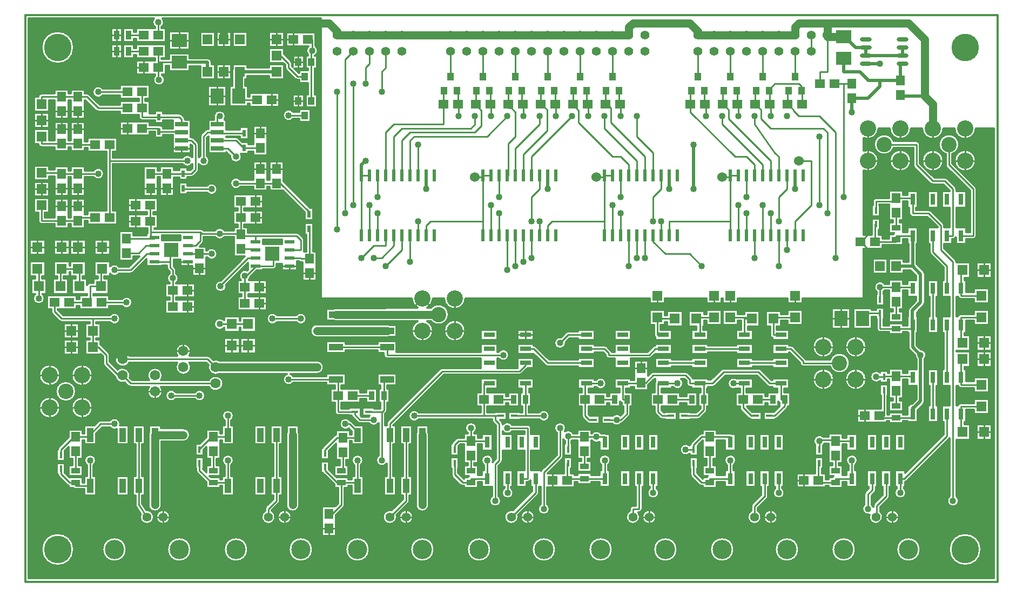
<source format=gbr>
G04 EasyPC Gerber Version 20.0.2 Build 4112 *
G04 #@! TF.Part,Single*
G04 #@! TF.FileFunction,Copper,L1,Top *
%FSLAX35Y35*%
%MOIN*%
G04 #@! TA.AperFunction,SMDPad*
%ADD96R,0.01811X0.03937*%
%ADD104R,0.01969X0.04232*%
%ADD100R,0.02200X0.07800*%
%ADD99R,0.03150X0.07087*%
%ADD76R,0.03543X0.05512*%
%ADD93R,0.03937X0.08661*%
%ADD101R,0.04000X0.04800*%
%ADD21R,0.05500X0.06000*%
%ADD105R,0.08000X0.09500*%
G04 #@! TA.AperFunction,ComponentPad*
%ADD18R,0.06000X0.06000*%
G04 #@! TA.AperFunction,SMDPad*
%ADD95R,0.06300X0.06300*%
%ADD103R,0.09000X0.09000*%
G04 #@! TD.AperFunction*
%ADD12C,0.01000*%
%ADD10C,0.01200*%
%ADD23C,0.02000*%
G04 #@! TA.AperFunction,ViaPad*
%ADD22C,0.04000*%
G04 #@! TD.AperFunction*
%ADD81C,0.05000*%
G04 #@! TA.AperFunction,ComponentPad*
%ADD92C,0.05472*%
%ADD19C,0.05500*%
%ADD75C,0.06000*%
%ADD77C,0.06299*%
G04 #@! TA.AperFunction,SMDPad*
%ADD106O,0.07200X0.02500*%
%ADD89R,0.03937X0.01811*%
%ADD102R,0.06300X0.02100*%
%ADD20R,0.08000X0.02500*%
%ADD97R,0.07087X0.03150*%
%ADD94R,0.05512X0.03543*%
%ADD98R,0.08661X0.03937*%
%ADD71R,0.06000X0.05500*%
%ADD107R,0.09500X0.08000*%
G04 #@! TA.AperFunction,ComponentPad*
%ADD78C,0.09449*%
%ADD79C,0.10039*%
%ADD91C,0.11850*%
G04 #@! TA.AperFunction,WasherPad*
%ADD17C,0.17000*%
X0Y0D02*
D02*
D10*
X680250Y344250D02*
X1280250D01*
Y694250*
X680250*
Y344250*
X764549Y558150D02*
Y555348D01*
X775951*
Y558150*
X764549*
G36*
Y555348*
X775951*
Y558150*
X764549*
G37*
X827049Y555650D02*
Y552848D01*
X838451*
Y555650*
X827049*
G36*
Y552848*
X838451*
Y555650*
X827049*
G37*
X1278050Y624250D02*
X1266869D01*
G75*
G02X1253631I-6619J98*
G01*
X1246869*
G75*
G02X1233631I-6619J98*
G01*
X1226869*
G75*
G02X1213631I-6619J98*
G01*
X1206869*
G75*
G02X1197750Y618219I-6619J99*
G01*
Y610478*
G75*
G02X1206870Y604348I2500J-6130*
G01*
G75*
G02X1197750Y598219I-6620J0*
G01*
Y558600*
X1202650*
Y565116*
G75*
G02X1202746Y565744I2100*
G01*
Y568683*
X1207754*
Y561549*
X1206850*
Y558600*
X1209348*
Y556350*
X1213396*
Y558880*
X1215830*
G75*
G02X1216379Y559620I1920J-850*
G01*
X1213396*
Y566360*
X1215650*
Y567652*
X1213400*
Y577150*
X1207350*
Y576951*
X1207754*
Y569817*
X1202746*
Y576951*
X1203150*
Y579250*
G75*
G02X1205250Y581350I2100*
G01*
X1213400*
Y585848*
X1222100*
Y583350*
X1224616*
Y585612*
X1230963*
Y575329*
X1229889*
Y573850*
X1237748*
G75*
G02X1239235Y573235I3J-2100*
G01*
X1246735Y565735*
G75*
G02X1247350Y564250I-1485J-1485*
G01*
Y563171*
X1250650*
Y575329*
X1245876*
Y585612*
X1250650*
Y585880*
X1246880Y589650*
X1240252*
G75*
G02X1238765Y590265I-3J2100*
G01*
X1228765Y600265*
G75*
G02X1228150Y601750I1485J1485*
G01*
Y612248*
X1216216*
G75*
G02X1203926Y614348I-5966J2100*
G01*
G75*
G02X1216216Y616448I6324*
G01*
X1230250*
G75*
G02X1232350Y614348J-2100*
G01*
Y602620*
X1241120Y593850*
X1247748*
G75*
G02X1249235Y593235I3J-2100*
G01*
X1254235Y588235*
G75*
G02X1254850Y586750I-1485J-1485*
G01*
Y585612*
X1260884*
Y575329*
X1254850*
Y563171*
X1260884*
Y560130*
X1263150*
Y585880*
X1248765Y600265*
G75*
G02X1248150Y601750I1485J1485*
G01*
Y608383*
G75*
G02X1250250Y620673I2100J5966*
G01*
G75*
G02X1252350Y608383J-6324*
G01*
Y602620*
X1266735Y588235*
G75*
G02X1267350Y586750I-1485J-1485*
G01*
Y558030*
G75*
G02X1265250Y555930I-2100*
G01*
X1260884*
Y552888*
X1254537*
Y556927*
G75*
G02X1252750Y555930I-1787J1102*
G01*
X1252222*
Y552888*
X1247350*
Y550120*
X1254235Y543235*
G75*
G02X1254850Y541750I-1485J-1485*
G01*
Y541500*
X1263301*
Y532000*
X1259811*
Y530612*
X1260884*
Y523050*
X1265500*
Y525699*
X1275000*
Y516199*
X1265500*
Y518850*
X1257711*
G75*
G02X1255705Y520329J2100*
G01*
X1254850*
Y508171*
X1255705*
G75*
G02X1257711Y509650I2006J-621*
G01*
X1265500*
Y512301*
X1275000*
Y502801*
X1265500*
Y505450*
X1260884*
Y497888*
X1259811*
Y496500*
X1263301*
Y487000*
X1254850*
Y486500*
X1263301*
Y477000*
X1259811*
Y475612*
X1260884*
Y468050*
X1265500*
Y470699*
X1275000*
Y461199*
X1265500*
Y463850*
X1257711*
G75*
G02X1255705Y465329J2100*
G01*
X1254850*
Y453171*
X1255705*
G75*
G02X1257711Y454650I2006J-621*
G01*
X1265500*
Y457301*
X1275000*
Y447801*
X1265500*
Y450450*
X1260884*
Y442888*
X1259811*
Y441500*
X1263301*
Y432000*
X1254850*
Y397174*
G75*
G02X1256350Y394250I-2100J-2924*
G01*
G75*
G02X1249150I-3600*
G01*
G75*
G02X1250650Y397174I3600*
G01*
Y432970*
G75*
G02X1250534Y432844I-1604J1358*
G01*
X1224235Y406544*
G75*
G02X1223384Y406028I-1485J1485*
G01*
Y402888*
X1222468*
Y402085*
G75*
G02X1223850Y399250I-2218J-2835*
G01*
G75*
G02X1216650I-3600*
G01*
G75*
G02X1217953Y402022I3600*
G01*
Y402888*
X1217037*
Y413171*
X1223384*
Y411633*
X1246949Y435198*
Y442888*
X1245876*
Y453171*
X1250650*
Y465329*
X1245876*
Y475612*
X1246949*
Y497888*
X1245876*
Y508171*
X1250650*
Y520329*
X1245876*
Y530612*
X1246949*
Y538380*
X1238903Y546426*
G75*
G02X1238288Y547911I1485J1485*
G01*
Y552888*
X1237215*
Y563171*
X1243150*
Y563380*
X1236880Y569650*
X1227789*
G75*
G02X1225689Y571750J2100*
G01*
Y575329*
X1224616*
Y579150*
X1222100*
Y567652*
X1219850*
Y566360*
X1222104*
Y560130*
X1224616*
Y563171*
X1230963*
Y552888*
X1230389*
Y540544*
X1234706Y536194*
G75*
G02X1235507Y534250I-1956J-1944*
G01*
Y516754*
G75*
G02Y516751I-840J-1*
G01*
G75*
G02Y516750I-740J0*
G01*
G75*
G02X1234700Y514800I-2757J0*
G01*
X1230507Y510608*
Y508171*
X1230963*
Y497888*
X1230389*
Y490287*
X1232828Y487849*
G75*
G02X1235350Y481760I-78J-3599*
G01*
Y455750*
G75*
G02X1234586Y453909I-2600*
G01*
X1230963Y450286*
Y442888*
X1224616*
Y443410*
X1222104*
Y442140*
X1213396*
Y443410*
X1211848*
Y442400*
X1193652*
Y451100*
X1208150*
Y459049*
X1207746*
Y466183*
X1212754*
Y459049*
X1212350*
Y447610*
X1213396*
Y448880*
X1222104*
Y447610*
X1224616*
Y453171*
X1225612*
G75*
G02X1227670Y454347I2177J-1422*
G01*
X1230150Y456827*
Y465329*
X1224616*
Y469150*
X1222100*
Y457652*
X1219850*
Y456360*
X1222104*
Y449620*
X1213396*
Y456360*
X1215650*
Y457652*
X1213400*
Y469150*
X1212754*
Y467317*
X1207746*
Y468290*
G75*
G02X1201650Y470884I-2496J2594*
G01*
G75*
G02X1207746Y473478I3600*
G01*
Y474451*
X1212754*
Y473350*
X1213400*
Y475848*
X1222100*
Y473350*
X1224616*
Y475612*
X1230150*
Y481760*
G75*
G02X1229151Y484172I2600J2490*
G01*
X1225953Y487370*
G75*
G02X1225189Y489211I1836J1841*
G01*
Y497888*
X1224616*
Y498410*
X1222104*
Y497140*
X1213396*
Y498410*
X1207750*
G75*
G02X1205650Y500510J2100*
G01*
Y506549*
X1205246*
Y508016*
X1202549*
Y500400*
X1191348*
Y513100*
X1202549*
Y512216*
X1205246*
Y513683*
X1210254*
Y506549*
X1209850*
Y502610*
X1213396*
Y503880*
X1222104*
Y502610*
X1224616*
Y508171*
X1224993*
Y511746*
G75*
G02Y511749I840J2*
G01*
G75*
G02Y511750I740J0*
G01*
G75*
G02X1225800Y513700I2757J0*
G01*
X1229993Y517892*
Y520329*
X1224616*
Y524150*
X1222100*
Y512652*
X1219850*
Y511360*
X1222104*
Y504620*
X1213396*
Y511360*
X1215650*
Y512652*
X1213400*
Y524150*
X1210674*
G75*
G02X1209850Y523326I-2924J2100*
G01*
Y521951*
X1210254*
Y514817*
X1205246*
Y521951*
X1205650*
Y523326*
G75*
G02X1204150Y526250I2100J2924*
G01*
G75*
G02X1210674Y528350I3600*
G01*
X1213400*
Y530848*
X1222100*
Y528350*
X1224616*
Y530612*
X1229993*
Y533114*
X1226485Y536650*
X1222348*
Y534652*
X1213152*
Y543848*
X1222348*
Y541850*
X1225189*
Y552888*
X1224616*
Y555930*
X1222104*
Y552140*
X1213396*
Y552150*
X1209348*
Y549900*
X1197750*
Y519250*
X1160000*
Y516199*
X1150500*
Y519250*
X1120000*
Y516199*
X1110500*
Y519250*
X1110000*
Y516199*
X1100500*
Y519250*
X1075000*
Y516199*
X1065500*
Y519250*
X951869*
G75*
G02X938631I-6619J98*
G01*
X931869*
G75*
G02X928252Y513448I-6619J98*
G01*
X930435*
G75*
G02X941574Y509348I4815J-4100*
G01*
G75*
G02X930435Y505248I-6324*
G01*
X928252*
G75*
G02X925250Y492729I-3002J-5900*
G01*
G75*
G02X922248Y505248J6620*
G01*
X904391*
G75*
G02X903498Y505150I-893J4002*
G01*
X872002*
G75*
G02X869980Y505683J4100*
G01*
X866073*
Y512817*
X869980*
G75*
G02X872002Y513350I2022J-3567*
G01*
X902605*
G75*
G02X903498Y513448I893J-4002*
G01*
X922248*
G75*
G02X918631Y519250I3002J5900*
G01*
X862750*
Y692050*
X765019*
G75*
G02X764350Y686826I-2769J-2300*
G01*
Y686100*
X766848*
Y677400*
X748652*
Y679650*
X747360*
Y677396*
X740620*
Y686104*
X747360*
Y683850*
X748652*
Y686100*
X760150*
Y686826*
G75*
G02X759481Y692050I2100J2924*
G01*
X682450*
Y346450*
X1278050*
Y624250*
X1233630Y604348D02*
G75*
G02X1246870I6620D01*
G01*
G75*
G02X1233630I-6620*
G01*
X1237215Y585612D02*
X1243561D01*
Y575329*
X1237215*
Y585612*
X1213630Y604348D02*
G75*
G02X1226870I6620D01*
G01*
G75*
G02X1213630I-6620*
G01*
X1253630D02*
G75*
G02X1266870I6620D01*
G01*
G75*
G02X1253630I-6620*
G01*
X1267199Y541500D02*
X1276699D01*
Y532000*
X1267199*
Y541500*
Y486500D02*
X1276699D01*
Y477000*
X1267199*
Y486500*
Y496500D02*
X1276699D01*
Y487000*
X1267199*
Y496500*
Y441500D02*
X1276699D01*
Y432000*
X1267199*
Y441500*
X1250150Y364250D02*
G75*
G02X1270350I10100D01*
G01*
G75*
G02X1250150I-10100*
G01*
X1237215Y475612D02*
X1243561D01*
Y465329*
X1242488*
Y453171*
X1243561*
Y442888*
X1237215*
Y453171*
X1238288*
Y465329*
X1237215*
Y475612*
Y530612D02*
X1243561D01*
Y520329*
X1242488*
Y508171*
X1243561*
Y497888*
X1237215*
Y508171*
X1238288*
Y520329*
X1237215*
Y530612*
X1217037Y435612D02*
X1223384D01*
Y425329*
X1217037*
Y435612*
X1208376Y413171D02*
X1214722D01*
Y402888*
X1213649*
Y397049*
G75*
G02X1213034Y395564I-2100*
G01*
X1207850Y390380*
Y387720*
G75*
G02X1205250Y379914I-2600J-3470*
G01*
G75*
G02X1201191Y385775J4336*
G01*
G75*
G02X1197993Y392054I-941J3475*
G01*
Y398250*
G75*
G02X1198697Y399889I2257*
G01*
X1200630Y401721*
Y402888*
X1199715*
Y413171*
X1206061*
Y402888*
X1205145*
Y400750*
G75*
G02X1204441Y399111I-2257*
G01*
X1202507Y397279*
Y392054*
G75*
G02X1203650Y390433I-2258J-2804*
G01*
Y391250*
G75*
G02X1204265Y392735I2100*
G01*
X1209449Y397919*
Y402888*
X1208376*
Y413171*
X1210914Y384250D02*
G75*
G02X1219586I4336D01*
G01*
G75*
G02X1210914I-4336*
G01*
X1217725Y364250D02*
G75*
G02X1232775I7525D01*
G01*
G75*
G02X1217725I-7525*
G01*
X1208376Y435612D02*
X1214722D01*
Y425329*
X1208376*
Y435612*
X1199715D02*
X1206061D01*
Y425329*
X1199715*
Y435612*
X1203152Y543848D02*
X1212348D01*
Y534652*
X1203152*
Y543848*
X1166130Y489348D02*
G75*
G02X1179370I6620D01*
G01*
G75*
G02X1166130I-6620*
G01*
X1177951Y513100D02*
X1189152D01*
Y500400*
X1177951*
Y513100*
X1186130Y489348D02*
G75*
G02X1199370I6620D01*
G01*
G75*
G02X1186130I-6620*
G01*
X1150500Y512301D02*
X1160000D01*
Y502801*
X1150500*
Y505450*
X1146699*
Y502000*
X1144050*
Y499884*
X1151612*
Y493537*
X1141329*
Y494705*
G75*
G02X1139850Y496711I621J2006*
G01*
Y502000*
X1137199*
Y511500*
X1146699*
Y509650*
X1150500*
Y512301*
X1176784Y481448D02*
G75*
G02X1189074Y479348I5966J-2100D01*
G01*
G75*
G02X1176784Y477248I-6324*
G01*
X1160250*
G75*
G02X1158150Y479348J2100*
G01*
Y479680*
X1151880Y485949*
X1151612*
Y484876*
X1141329*
Y491222*
X1151612*
Y490149*
X1152748*
G75*
G02X1154235Y489534I3J-2100*
G01*
X1161735Y482034*
G75*
G02X1162148Y481448I-1485J-1484*
G01*
X1176784*
X1186130Y469348D02*
G75*
G02X1199370I6620D01*
G01*
G75*
G02X1186130I-6620*
G01*
X1166130D02*
G75*
G02X1179370I6620D01*
G01*
G75*
G02X1166130I-6620*
G01*
X1186689Y419250D02*
G75*
G02X1193889I3600D01*
G01*
G75*
G02X1192389Y416326I-3600*
G01*
Y413171*
X1193463*
Y402888*
X1187116*
Y405930*
X1184604*
Y402140*
X1175896*
Y403410*
X1174348*
Y402400*
X1156152*
Y411100*
X1167650*
Y419068*
G75*
G02X1167746Y419904I2100J182*
G01*
Y421183*
X1168909*
G75*
G02X1170591I841J-1933*
G01*
X1172754*
Y414049*
X1171850*
Y411100*
X1174348*
Y407610*
X1175896*
Y408880*
X1178330*
G75*
G02X1178879Y409620I1920J-850*
G01*
X1175896*
Y416360*
X1178150*
Y417652*
X1175900*
Y429650*
X1173475*
G75*
G02X1172754Y428663I-3225J1600*
G01*
Y422317*
X1167746*
Y428663*
G75*
G02X1172740Y433850I2504J2587*
G01*
X1175900*
Y435848*
X1184600*
Y433350*
X1187116*
Y435612*
X1193463*
Y425329*
X1187116*
Y429150*
X1184600*
Y417652*
X1182350*
Y416360*
X1184604*
Y410130*
X1187116*
Y413171*
X1188189*
Y416326*
G75*
G02X1186689Y419250I2100J2924*
G01*
X1177725Y364250D02*
G75*
G02X1192775I7525D01*
G01*
G75*
G02X1177725I-7525*
G01*
X1123801Y511500D02*
X1133301D01*
Y502000*
X1126130*
Y499884*
X1129171*
Y493537*
X1118888*
Y499884*
X1121930*
Y505450*
X1120000*
Y502801*
X1110500*
Y512301*
X1120000*
Y509650*
X1123801*
Y511500*
X1100500Y512301D02*
X1110000D01*
Y502801*
X1100500*
Y505450*
X1099199*
Y502000*
X1098570*
Y499884*
X1101612*
Y493537*
X1091329*
Y499884*
X1094370*
Y502000*
X1089699*
Y511500*
X1099199*
Y509650*
X1100500*
Y512301*
X1118888Y491222D02*
X1129171D01*
Y484876*
X1118888*
Y485949*
X1101612*
Y484876*
X1091329*
Y491222*
X1101612*
Y490149*
X1118888*
Y491222*
X1141329Y482561D02*
X1151612D01*
Y476215*
X1141329*
Y477288*
X1129171*
Y476215*
X1118888*
Y482561*
X1129171*
Y481488*
X1141329*
Y482561*
X961388Y499884D02*
X971671D01*
Y493537*
X961388*
Y499884*
X1021388Y482561D02*
X1031671D01*
Y476215*
X1021388*
Y477288*
X1002615*
G75*
G02X1001127Y477903I-3J2100*
G01*
X994112Y484918*
Y484876*
X983829*
Y491222*
X994112*
Y490143*
G75*
G02X995436Y489534I-161J-2094*
G01*
X1003482Y481488*
X1021388*
Y482561*
X1034189Y419250D02*
G75*
G02X1041389I3600D01*
G01*
G75*
G02X1039889Y416326I-3600*
G01*
Y413171*
X1040963*
Y402888*
X1034616*
Y405772*
X1029604*
Y404640*
X1020896*
Y405910*
X1019348*
Y402400*
X1002350*
Y392174*
G75*
G02X1003850Y389250I-2100J-2924*
G01*
G75*
G02X996650I-3600*
G01*
G75*
G02X998150Y392174I3600*
G01*
Y402888*
X997311*
Y399211*
G75*
G02X996696Y397726I-2100*
G01*
X984418Y385448*
G75*
G02X980250Y379914I-4168J-1198*
G01*
G75*
G02Y388586J4336*
G01*
G75*
G02X981448Y388418I0J-4336*
G01*
X993111Y400080*
Y402888*
X992037*
Y406927*
G75*
G02X990250Y405930I-1787J1102*
G01*
X989722*
Y402888*
X983376*
Y413171*
X988150*
Y425329*
X983376*
Y435612*
X988150*
Y437150*
X980674*
G75*
G02X974850Y437117I-2924J2100*
G01*
Y435612*
X981061*
Y425329*
X974850*
Y419250*
G75*
G02X974235Y417765I-2100*
G01*
X972350Y415880*
Y397174*
G75*
G02X973850Y394250I-2100J-2924*
G01*
G75*
G02X966650I-3600*
G01*
G75*
G02X968150Y397174I3600*
G01*
Y402888*
X962116*
Y405930*
X959604*
Y402140*
X950896*
Y403410*
X950252*
G75*
G02X948765Y404025I-3J2100*
G01*
X943765Y409025*
G75*
G02X943150Y410510I1485J1485*
G01*
Y414049*
X942746*
Y421183*
X947754*
Y414049*
X947350*
Y411380*
X950896Y407834*
Y408880*
X953330*
G75*
G02X953879Y409620I1920J-850*
G01*
X950896*
Y416360*
X953150*
Y417652*
X950900*
Y429150*
X948620*
X947754Y428284*
Y422317*
X942746*
Y429451*
X943270*
G75*
G02X943765Y430235I1980J-700*
G01*
X946265Y432735*
G75*
G02X947752Y433350I1485J-1485*
G01*
X950900*
Y435848*
X953150*
Y436326*
G75*
G02X951650Y439250I2100J2924*
G01*
G75*
G02X958850I3600*
G01*
G75*
G02X957350Y436326I-3600*
G01*
Y435848*
X959600*
Y433350*
X962116*
Y435612*
X968463*
Y425329*
X962116*
Y429150*
X959600*
Y417652*
X957350*
Y416360*
X959604*
Y410130*
X962116*
Y413171*
X963189*
Y416326*
G75*
G02X961689Y419250I2100J2924*
G01*
G75*
G02X968889I3600*
G01*
G75*
G02X968734Y418203I-3600J0*
G01*
G75*
G02X968765Y418235I1529J-1442*
G01*
X970650Y420120*
Y440880*
X968765Y442765*
G75*
G02X968150Y444250I1485J1485*
G01*
Y444650*
X923174*
G75*
G02X916650Y446750I-2924J2100*
G01*
G75*
G02X923174Y448850I3600*
G01*
X961150*
Y452400*
X958652*
Y461100*
X961150*
Y466789*
G75*
G02X961388Y467760I2100*
G01*
Y469963*
X971671*
Y463616*
X965350*
Y461100*
X976848*
Y458850*
X978140*
Y461104*
X984880*
Y452396*
X978140*
Y454650*
X976848*
Y452400*
X965350*
Y448850*
X970049*
Y449254*
X977183*
Y444246*
X973224*
X974235Y443235*
G75*
G02X974850Y441750I-1485J-1485*
G01*
Y441383*
G75*
G02X980674Y441350I2900J-2133*
G01*
X990250*
G75*
G02X992350Y439250J-2100*
G01*
Y435612*
X998384*
Y425329*
X992350*
Y413171*
X998384*
Y412713*
G75*
G02X998765Y413235I1867J-963*
G01*
X1008150Y422620*
Y436326*
G75*
G02X1006650Y439250I2100J2924*
G01*
G75*
G02X1013850I3600*
G01*
G75*
G02X1013230Y437230I-3600*
G01*
G75*
G02X1018475Y435850I2020J-2980*
G01*
X1020900*
Y438348*
X1029600*
Y435850*
X1029826*
G75*
G02X1035674I2924J-2100*
G01*
X1037789*
G75*
G02X1038760Y435612J-2100*
G01*
X1040963*
Y425329*
X1034616*
Y430671*
G75*
G02X1029826Y431650I-1866J3079*
G01*
X1029600*
Y420152*
X1027350*
Y418860*
X1029604*
Y412120*
X1020896*
Y418860*
X1023150*
Y420152*
X1020900*
Y431650*
X1017740*
G75*
G02X1017350Y431326I-2490J2602*
G01*
Y429451*
X1017754*
Y422317*
X1012746*
Y429451*
X1013150*
Y431326*
G75*
G02X1012350Y432117I2100J2924*
G01*
Y421750*
G75*
G02X1011735Y420265I-2100*
G01*
X1002570Y411100*
X1012650*
Y417616*
G75*
G02X1012746Y418244I2100*
G01*
Y421183*
X1017754*
Y414049*
X1016850*
Y411100*
X1019348*
Y410110*
X1020896*
Y411380*
X1029604*
Y410287*
X1034616*
Y413171*
X1035689*
Y416326*
G75*
G02X1034189Y419250I2100J2924*
G01*
X1027725Y364250D02*
G75*
G02X1042775I7525D01*
G01*
G75*
G02X1027725I-7525*
G01*
X985914Y384250D02*
G75*
G02X994586I4336D01*
G01*
G75*
G02X985914I-4336*
G01*
X992725Y364250D02*
G75*
G02X1007775I7525D01*
G01*
G75*
G02X992725I-7525*
G01*
X979988Y402174D02*
G75*
G02X981488Y399250I-2100J-2924D01*
G01*
G75*
G02X974288I-3600*
G01*
G75*
G02X975788Y402174I3600*
G01*
Y402888*
X974715*
Y413171*
X981061*
Y402888*
X979988*
Y402174*
X952725Y364250D02*
G75*
G02X967775I7525D01*
G01*
G75*
G02X952725I-7525*
G01*
X928817Y437020D02*
G75*
G02X929350Y434998I-3567J-2022D01*
G01*
Y391750*
G75*
G02X921150I-4100*
G01*
Y434998*
G75*
G02X921683Y437020I4100*
G01*
Y440927*
X928817*
Y437020*
X997326Y448850D02*
G75*
G02X1003850Y446750I2924J-2100D01*
G01*
G75*
G02X997326Y444650I-3600*
G01*
X985451*
Y444246*
X978317*
Y449254*
X985451*
Y448850*
X986890*
Y452396*
X985620*
Y461104*
X986733*
Y463616*
X983829*
Y469963*
X994112*
Y463616*
X991248*
Y461104*
X992360*
Y452396*
X991090*
Y448850*
X997326*
X1148570Y461104D02*
X1152360D01*
Y452396*
X1151004*
G75*
G02X1150475Y451505I-2015J594*
G01*
X1144235Y445265*
G75*
G02X1142951Y444659I-1485J1485*
G01*
Y444246*
X1135817*
Y449254*
X1142284*
X1145620Y452590*
Y454830*
G75*
G02X1144880Y455379I850J1920*
G01*
Y452396*
X1138140*
Y454650*
X1136848*
Y452400*
X1125570*
X1128716Y449254*
X1134683*
Y444246*
X1127549*
Y444770*
G75*
G02X1126765Y445265I700J1980*
G01*
X1121765Y450265*
G75*
G02X1121150Y451750I1485J1485*
G01*
Y452400*
X1118652*
Y461100*
X1121150*
Y463616*
X1118950*
G75*
G02X1113650Y466789I-1700J3173*
G01*
G75*
G02X1118950Y469963I3600*
G01*
X1129171*
Y463616*
X1125350*
Y461100*
X1136848*
Y458850*
X1138140*
Y461104*
X1144370*
Y463616*
X1141329*
Y464493*
X1139750*
G75*
G02X1138153Y465154J2257*
G01*
X1131815Y471493*
X1112146*
X1105847Y465194*
G75*
G02X1104250Y464532I-1597J1596*
G01*
X1101612*
Y463616*
X1101090*
Y461104*
X1102360*
Y452396*
X1101090*
Y450490*
G75*
G02X1100475Y449005I-2100*
G01*
X1096735Y445265*
G75*
G02X1095248Y444650I-1485J1485*
G01*
X1090451*
Y444246*
X1083317*
Y449254*
X1090451*
Y448850*
X1094380*
X1096890Y451360*
Y452396*
X1095620*
Y461104*
X1096890*
Y463616*
X1091329*
Y464689*
X1090250*
G75*
G02X1088150Y466789J2100*
G01*
Y468380*
X1086880Y469650*
X1084935*
G75*
G02X1086350Y466789I-2185J-2861*
G01*
G75*
G02X1079826Y464689I-3600*
G01*
X1079171*
Y463616*
X1072850*
Y461100*
X1084348*
Y458850*
X1088140*
Y461104*
X1094880*
Y452396*
X1088140*
Y454650*
X1084348*
Y452400*
X1072850*
Y450120*
X1074120Y448850*
X1075049*
Y449254*
X1082183*
Y444246*
X1075049*
Y444650*
X1073252*
G75*
G02X1071765Y445265I-3J2100*
G01*
X1069265Y447765*
G75*
G02X1068650Y449250I1485J1485*
G01*
Y452400*
X1066152*
Y461100*
X1068650*
Y466789*
G75*
G02X1068888Y467760I2100*
G01*
Y469650*
X1068620*
X1064735Y465765*
G75*
G02X1064600Y465642I-1484J1487*
G01*
Y462652*
X1055900*
Y464689*
X1054112*
Y463616*
X1051070*
Y461104*
X1054860*
Y452396*
X1053590*
Y447990*
G75*
G02X1052975Y446505I-2100*
G01*
X1049235Y442765*
G75*
G02X1048210Y442201I-1485J1485*
G01*
G75*
G02X1042663Y441746I-2960J2049*
G01*
X1035817*
Y446754*
X1042663*
G75*
G02X1047550Y447020I2587J-2504*
G01*
X1049390Y448860*
Y452396*
X1048120*
Y454830*
G75*
G02X1047380Y455379I850J1920*
G01*
Y452396*
X1040640*
Y454650*
X1039348*
Y452400*
X1027850*
Y447620*
X1028716Y446754*
X1034683*
Y441746*
X1027549*
Y442270*
G75*
G02X1026765Y442765I700J1980*
G01*
X1024265Y445265*
G75*
G02X1023650Y446750I1485J1485*
G01*
Y452400*
X1021152*
Y461100*
X1023650*
Y463616*
X1021388*
Y469963*
X1031671*
Y468889*
X1032326*
G75*
G02X1038850Y466789I2924J-2100*
G01*
G75*
G02X1032326Y464689I-3600*
G01*
X1031671*
Y463616*
X1027850*
Y461100*
X1039348*
Y458850*
X1040640*
Y461104*
X1046870*
Y463616*
X1043829*
Y469963*
X1054112*
Y468889*
X1055900*
Y480848*
X1064600*
Y471570*
X1066265Y473235*
G75*
G02X1067752Y473850I1485J-1485*
G01*
X1087748*
G75*
G02X1089235Y473235I3J-2100*
G01*
X1091735Y470735*
G75*
G02X1092226Y469963I-1485J-1485*
G01*
X1101612*
Y469047*
X1103315*
X1109614Y475346*
G75*
G02X1111211Y476007I1597J-1596*
G01*
X1132750*
G75*
G02X1134347Y475346J-2257*
G01*
X1140685Y469007*
X1141329*
Y469963*
X1151612*
Y463616*
X1148570*
Y461104*
X1147311Y402174D02*
G75*
G02X1148811Y399250I-2100J-2924D01*
G01*
G75*
G02X1141611I-3600*
G01*
G75*
G02X1143111Y402174I3600*
G01*
Y402888*
X1142037*
Y413171*
X1148384*
Y402888*
X1147311*
Y402174*
X1142037Y435612D02*
X1148384D01*
Y425329*
X1142037*
Y435612*
X1133376Y413171D02*
X1139722D01*
Y402888*
X1138649*
Y396750*
G75*
G02X1137235Y394765I-2100*
G01*
X1132350Y389880*
Y388044*
G75*
G02X1130250Y379914I-2100J-3794*
G01*
G75*
G02X1128150Y388044J4336*
G01*
Y390750*
G75*
G02X1128765Y392235I2100*
G01*
X1134449Y397919*
Y402888*
X1133376*
Y413171*
X1135914Y384250D02*
G75*
G02X1144586I4336D01*
G01*
G75*
G02X1135914I-4336*
G01*
X1142725Y364250D02*
G75*
G02X1157775I7525D01*
G01*
G75*
G02X1142725I-7525*
G01*
X1133376Y435612D02*
X1139722D01*
Y425329*
X1133376*
Y435612*
X1124715Y413171D02*
X1131061D01*
Y402888*
X1124715*
Y413171*
Y435612D02*
X1131061D01*
Y425329*
X1124715*
Y435612*
X1111689Y419250D02*
G75*
G02X1118889I3600D01*
G01*
G75*
G02X1117389Y416326I-3600*
G01*
Y413171*
X1118463*
Y402888*
X1112116*
Y405930*
X1107104*
Y402140*
X1098396*
Y403410*
X1097752*
G75*
G02X1096265Y404025I-3J2100*
G01*
X1091265Y409025*
G75*
G02X1090650Y410510I1485J1485*
G01*
Y414049*
X1090246*
Y421183*
X1095254*
Y414049*
X1094850*
Y411380*
X1098396Y407834*
Y408880*
X1100830*
G75*
G02X1101379Y409620I1920J-850*
G01*
X1098396*
Y416360*
X1100650*
Y420152*
X1098400*
Y431430*
X1095254Y428284*
Y422317*
X1090246*
Y423290*
G75*
G02X1084150Y425884I-2496J2594*
G01*
G75*
G02X1090246Y428478I3600*
G01*
Y429451*
X1090770*
G75*
G02X1091265Y430235I1980J-700*
G01*
X1096265Y435235*
G75*
G02X1097752Y435850I1485J-1485*
G01*
X1098400*
Y438348*
X1107100*
Y435850*
X1115289*
G75*
G02X1116260Y435612J-2100*
G01*
X1118463*
Y425329*
X1112116*
Y431650*
X1107100*
Y420152*
X1104850*
Y416360*
X1107104*
Y410130*
X1112116*
Y413171*
X1113189*
Y416326*
G75*
G02X1111689Y419250I2100J2924*
G01*
X1102725Y364250D02*
G75*
G02X1117775I7525D01*
G01*
G75*
G02X1102725I-7525*
G01*
X1069811Y402174D02*
G75*
G02X1071311Y399250I-2100J-2924D01*
G01*
G75*
G02X1064111I-3600*
G01*
G75*
G02X1065611Y402174I3600*
G01*
Y402888*
X1064537*
Y413171*
X1070884*
Y402888*
X1069811*
Y402174*
X1064537Y435612D02*
X1070884D01*
Y425329*
X1064537*
Y435612*
X1055876Y413171D02*
X1062222D01*
Y402888*
X1061149*
Y389250*
G75*
G02X1059049Y387150I-2100*
G01*
X1058474*
G75*
G02X1055250Y379914I-3224J-2900*
G01*
G75*
G02X1053150Y388044J4336*
G01*
Y389250*
G75*
G02X1055250Y391350I2100*
G01*
X1056949*
Y402888*
X1055876*
Y413171*
X1060914Y384250D02*
G75*
G02X1069586I4336D01*
G01*
G75*
G02X1060914I-4336*
G01*
X1067725Y364250D02*
G75*
G02X1082775I7525D01*
G01*
G75*
G02X1067725I-7525*
G01*
X1055876Y435612D02*
X1062222D01*
Y425329*
X1055876*
Y435612*
X1047215Y413171D02*
X1053561D01*
Y402888*
X1047215*
Y413171*
Y435612D02*
X1053561D01*
Y425329*
X1047215*
Y435612*
X983829Y499884D02*
X994112D01*
Y493537*
X983829*
Y499884*
X1021388D02*
X1031671D01*
Y493537*
X1021388*
Y494611*
X1016080*
X1013802Y492333*
G75*
G02X1013850Y491750I-3553J-584*
G01*
G75*
G02X1006650I-3600*
G01*
G75*
G02X1010833Y495302I3600*
G01*
X1013726Y498196*
G75*
G02X1015213Y498811I1485J-1485*
G01*
X1021388*
Y499884*
X1068888Y491222D02*
X1079171D01*
Y484876*
X1068888*
Y484918*
X1066735Y482765*
G75*
G02X1065248Y482150I-1485J1485*
G01*
X1054112*
Y476215*
X1043829*
Y482150*
X1040250*
G75*
G02X1038150Y484250J2100*
G01*
Y484680*
X1036880Y485949*
X1031671*
Y484876*
X1021388*
Y491222*
X1031671*
Y490149*
X1037748*
G75*
G02X1039235Y489534I3J-2100*
G01*
X1041735Y487034*
G75*
G02X1042191Y486350I-1485J-1485*
G01*
X1043829*
Y491222*
X1054112*
Y486350*
X1064380*
X1067564Y489534*
G75*
G02X1068888Y490143I1485J-1485*
G01*
Y491222*
X1091329Y482561D02*
X1101612D01*
Y476215*
X1091329*
Y477288*
X1079171*
Y476215*
X1068888*
Y482561*
X1079171*
Y481488*
X1091329*
Y482561*
X1043829Y499884D02*
X1054112D01*
Y493537*
X1043829*
Y499884*
X1076301Y511500D02*
X1085801D01*
Y502000*
X1076301*
Y504650*
X1075000*
Y502801*
X1072350*
Y499884*
X1079171*
Y493537*
X1068888*
Y495112*
G75*
G02X1068150Y496711I1363J1598*
G01*
Y502801*
X1065500*
Y512301*
X1075000*
Y508850*
X1076301*
Y511500*
X938630Y499348D02*
G75*
G02X951870I6620D01*
G01*
G75*
G02X938630I-6620*
G01*
X768900Y684049D02*
X781600D01*
Y672848*
X768900*
Y684049*
X788152Y683848D02*
X797348D01*
Y674652*
X788152*
Y683848*
X798152Y663848D02*
X807348D01*
Y654652*
X798152*
Y663848*
X830652D02*
X839848D01*
Y654652*
X830652*
Y656650*
X817348*
Y654652*
X816050*
Y650600*
X817549*
Y643850*
X818652*
Y646100*
X836848*
Y637400*
X818652*
Y639650*
X817549*
Y637900*
X806348*
Y650600*
X807850*
Y659250*
G75*
G02X808152Y660793I4100*
G01*
Y663848*
X817348*
Y661850*
X830652*
Y663848*
X849152Y636348D02*
X856348D01*
Y628348*
X849152*
Y630250*
X845674*
G75*
G02X839150Y632350I-2924J2100*
G01*
G75*
G02X845674Y634450I3600*
G01*
X849152*
Y636348*
X798152Y683848D02*
X807348D01*
Y674652*
X798152*
Y683848*
X808152D02*
X817348D01*
Y674652*
X808152*
Y683848*
X859350Y675174D02*
G75*
G02X858898Y669049I-2100J-2924D01*
G01*
X860348*
Y661049*
X858850*
Y645049*
X860348*
Y637049*
X853152*
Y645049*
X854650*
Y652348*
X849152*
Y654250*
X848152*
G75*
G02X846665Y654865I-3J2100*
G01*
X841265Y660265*
G75*
G02X840650Y661750I1485J1485*
G01*
Y663380*
X839379Y664652*
X830652*
Y673848*
X839848*
Y670121*
X844235Y665735*
G75*
G02X844850Y664250I-1485J-1485*
G01*
Y662620*
X845152Y662318*
Y669049*
X852348*
Y661049*
X846420*
X849020Y658450*
X849152*
Y660348*
X854650*
Y661049*
X853152*
Y669049*
X854650*
Y669760*
G75*
G02X854813Y674900I2600J2490*
G01*
X841152*
Y683600*
X859348*
Y679331*
G75*
G02X859350Y679250I-2103J-81*
G01*
Y675174*
X845152Y645049D02*
X852348D01*
Y637049*
X845152*
Y645049*
X830652Y683848D02*
X839848D01*
Y674652*
X830652*
Y683848*
X690650Y531500D02*
X693301D01*
Y522000*
X690873*
G75*
G02X692150Y519250I-2323J-2750*
G01*
G75*
G02X684950I-3600*
G01*
G75*
G02X686227Y522000I3600*
G01*
X683801*
Y531500*
X686450*
Y532801*
X683000*
Y542301*
X692500*
Y532801*
X690650*
Y531500*
X688630Y451848D02*
G75*
G02X701870I6620D01*
G01*
G75*
G02X688630I-6620*
G01*
X716650Y419250D02*
G75*
G02X723850I3600D01*
G01*
G75*
G02X722350Y416326I-3600*
G01*
Y409431*
X723817*
Y397573*
X716683*
Y401402*
X711250*
G75*
G02X709652Y402140J2100*
G01*
X706896*
Y403591*
G75*
G02X706265Y404025I854J1919*
G01*
X700765Y409525*
G75*
G02X700201Y410549I1485J1485*
G01*
X699746*
Y417683*
X704754*
Y411476*
X707350Y408880*
X715604*
Y405602*
X716683*
Y409431*
X718150*
Y416326*
G75*
G02X716650Y419250I2100J2924*
G01*
X738755Y440927D02*
X743817D01*
Y429069*
X736683*
Y438448*
G75*
G02X732326Y439650I-1433J3302*
G01*
X727620*
X723817Y435847*
Y429069*
X716683*
Y431650*
X715600*
Y420152*
X713350*
Y416360*
X715604*
Y409620*
X706896*
Y416360*
X709150*
Y420152*
X706900*
Y427430*
X704754Y425284*
Y418817*
X699746*
Y425951*
X700159*
G75*
G02X700765Y427235I2091J-201*
G01*
X706900Y433369*
Y438348*
X715600*
Y435850*
X716683*
Y440927*
X722957*
X725265Y443235*
G75*
G02X726752Y443850I1485J-1485*
G01*
X732326*
G75*
G02X738755Y440927I2924J-2100*
G01*
X736683Y409431D02*
X743817D01*
Y397573*
X736683*
Y409431*
X727725Y364250D02*
G75*
G02X742775I7525D01*
G01*
G75*
G02X727725I-7525*
G01*
X690150D02*
G75*
G02X710350I10100D01*
G01*
G75*
G02X690150I-10100*
G01*
X688630Y471848D02*
G75*
G02X701870I6620D01*
G01*
G75*
G02X688630I-6620*
G01*
X698926Y461848D02*
G75*
G02X711574I6324D01*
G01*
G75*
G02X698926I-6324*
G01*
X708630Y451848D02*
G75*
G02X721870I6620D01*
G01*
G75*
G02X708630I-6620*
G01*
X683000Y555699D02*
X692500D01*
Y546199*
X683000*
Y555699*
X820900Y625848D02*
X829600D01*
Y607652*
X820900*
Y609918*
X817833*
Y608459*
X813419*
G75*
G02X813850Y606750I-3169J-1709*
G01*
G75*
G02X806650I-3600*
G01*
G75*
G02X806698Y607333I3600J-1*
G01*
X804380Y609650*
X804348*
Y608900*
X793152*
Y619182*
X792350Y618380*
Y607174*
G75*
G02X793850Y604250I-2100J-2924*
G01*
G75*
G02X787350Y602117I-3600*
G01*
Y598825*
G75*
G02X786735Y597340I-2100*
G01*
X784235Y594840*
G75*
G02X782748Y594225I-1485J1485*
G01*
X780333*
Y592608*
X775167*
Y593993*
X772100*
Y582652*
X763400*
Y594150*
X762100*
Y582652*
X753400*
Y600848*
X762100*
Y598350*
X763400*
Y600848*
X772100*
Y598507*
X775167*
Y600041*
X780333*
Y598425*
X781880*
X783150Y599694*
Y602117*
G75*
G02X777326Y602150I-2900J2133*
G01*
X734350*
Y573600*
X736848*
Y564900*
X718652*
Y567150*
X717100*
Y562652*
X708400*
Y565150*
X707100*
Y562652*
X698400*
Y565150*
X690250*
G75*
G02X688150Y567250J2100*
G01*
Y572152*
X685652*
Y581348*
X694848*
Y572152*
X692350*
Y569350*
X698400*
Y580848*
X707100*
Y569350*
X708400*
Y580848*
X717100*
Y571350*
X718652*
Y573600*
X730150*
Y609900*
X718652*
Y612150*
X717100*
Y610152*
X708400*
Y612650*
X707100*
Y610152*
X698400*
Y612650*
X690250*
G75*
G02X688152Y614652J2100*
G01*
X685652*
Y623848*
X694848*
Y616850*
X698400*
Y628348*
X707100*
Y616850*
X708400*
Y628348*
X717100*
Y616350*
X718652*
Y618600*
X736848*
Y609900*
X734350*
Y606350*
X777326*
G75*
G02X783150Y606383I2924J-2100*
G01*
Y613380*
X782348Y614182*
Y608900*
X771152*
Y620075*
X765333*
Y618459*
X760167*
Y622150*
X756848*
Y619900*
X738652*
Y628600*
X756848*
Y626350*
X762750*
G75*
G02X764059Y625892J-2100*
G01*
X765333*
Y624275*
X771152*
Y629225*
X765333*
Y627608*
X760167*
Y629225*
X752250*
G75*
G02X750150Y631325J2100*
G01*
Y632400*
X738652*
Y634650*
X725252*
G75*
G02X723765Y635265I-3J2100*
G01*
X717380Y641650*
X717100*
Y630152*
X708400*
Y641650*
X707100*
Y630152*
X698400*
Y641650*
X694848*
Y634652*
X685652*
Y643848*
X688152*
G75*
G02X690250Y645850I2098J-98*
G01*
X698400*
Y648348*
X707100*
Y645850*
X708400*
Y648348*
X717100*
Y645850*
X718248*
G75*
G02X719735Y645235I3J-2100*
G01*
X726120Y638850*
X738652*
Y641100*
X750150*
Y642400*
X738652*
Y644650*
X728174*
G75*
G02X721650Y646750I-2924J2100*
G01*
G75*
G02X728174Y648850I3600*
G01*
X738652*
Y651100*
X756848*
Y642400*
X754350*
Y641100*
X756848*
Y633425*
X760167*
Y635041*
X765333*
Y633425*
X775248*
G75*
G02X776735Y632810I3J-2100*
G01*
X778235Y631310*
G75*
G02X778850Y629825I-1485J-1485*
G01*
Y629600*
X782348*
Y618850*
X782748*
G75*
G02X784235Y618235I3J-2100*
G01*
X786735Y615735*
G75*
G02X787350Y614250I-1485J-1485*
G01*
Y606383*
G75*
G02X788150Y607174I2900J-2133*
G01*
Y619250*
G75*
G02X788765Y620735I2100*
G01*
X791265Y623235*
G75*
G02X792752Y623850I1485J-1485*
G01*
X793152*
Y629600*
X796650*
Y631750*
G75*
G02X803850I3600*
G01*
G75*
G02X803138Y629600I-3600*
G01*
X804348*
Y623425*
X812667*
Y625041*
X817833*
Y617608*
X812667*
Y619225*
X804348*
Y618850*
X810248*
G75*
G02X811735Y618235I3J-2100*
G01*
X814078Y615892*
X817833*
Y614433*
X820900*
Y625848*
X855987Y575041D02*
X857833D01*
Y567608*
X852667*
Y572422*
X839379Y585711*
X830900*
Y588209*
X829600*
Y585711*
X820900*
Y588209*
X813174*
G75*
G02X806650Y590309I-2924J2100*
G01*
G75*
G02X813174Y592409I3600*
G01*
X820900*
Y603907*
X829600*
Y592409*
X830900*
Y603907*
X839600*
Y591428*
X855987Y575041*
X857850Y548348D02*
X860100D01*
Y530152*
X851400*
Y541650*
X850250*
G75*
G02X848890Y542150J2100*
G01*
X847951*
Y536600*
X838451*
Y540652*
X835350*
Y539250*
G75*
G02X833250Y537150I-2100*
G01*
X827049*
Y536600*
X823070*
X819329Y532859*
G75*
G02X818187Y530600I-3579J391*
G01*
X829348*
Y521900*
X817850*
Y520600*
X829348*
Y511900*
X811152*
Y520600*
X813650*
Y521900*
X811152*
Y530600*
X813313*
G75*
G02X817112Y536582I2437J2650*
G01*
X817549Y537019*
Y541080*
X804211Y527741*
G75*
G02X804350Y526750I-3461J-991*
G01*
G75*
G02X797150I-3600*
G01*
G75*
G02X800878Y530348I3600*
G01*
X815682Y545152*
X808900*
Y557150*
X803174*
G75*
G02X797326I-2924J2100*
G01*
X790350*
Y554750*
G75*
G02X789735Y553265I-2100*
G01*
X787818Y551348*
X792100*
Y548850*
X792326*
G75*
G02X798850Y546750I2924J-2100*
G01*
G75*
G02X792326Y544650I-3600*
G01*
X792100*
Y533152*
X783400*
Y539100*
X775951*
Y543152*
X771850*
Y539120*
X772735Y538235*
G75*
G02X773350Y536750I-1485J-1485*
G01*
Y534674*
G75*
G02Y528826I-2100J-2924*
G01*
Y528600*
X784848*
Y519900*
X773350*
Y518600*
X784848*
Y509900*
X766652*
Y518600*
X769150*
Y519900*
X766652*
Y528600*
X769150*
Y528826*
G75*
G02Y534674I2100J2924*
G01*
Y535880*
X768265Y536765*
G75*
G02X767650Y538250I1485J1485*
G01*
Y539650*
X764549*
Y539100*
X755049*
Y543580*
X746735Y535265*
G75*
G02X745248Y534650I-1485J1485*
G01*
X738174*
G75*
G02X732500Y534427I-2924J2100*
G01*
Y532801*
X729050*
Y531500*
X731699*
Y522000*
X722350*
Y521100*
X731848*
Y518850*
X739826*
G75*
G02X746350Y516750I2924J-2100*
G01*
G75*
G02X739826Y514650I-3600*
G01*
X731848*
Y512400*
X713652*
Y514650*
X711848*
Y512400*
X700350*
Y512120*
X703620Y508850*
X732326*
G75*
G02X738850Y506750I2924J-2100*
G01*
G75*
G02X732326Y504650I-3600*
G01*
X724050*
Y504000*
X726699*
Y494500*
X724050*
Y494000*
X726699*
Y490770*
G75*
G02X726735Y490735I-1441J-1526*
G01*
X731735Y485735*
G75*
G02X732350Y484250I-1485J-1485*
G01*
Y480120*
X737135Y475335*
G75*
G02X744747Y470222I3115J-3585*
G01*
X746120Y468850*
X756489*
G75*
G02X760250Y476500I3761J2900*
G01*
G75*
G02X764011Y468850J-4750*
G01*
X793490*
G75*
G02X802500Y466750I4260J-2100*
G01*
G75*
G02X793490Y464650I-4750*
G01*
X764011*
G75*
G02X760250Y457000I-3761J-2900*
G01*
G75*
G02X756489Y464650J4750*
G01*
X745252*
G75*
G02X743765Y465265I-3J2100*
G01*
X741778Y467253*
G75*
G02X735566Y470964I-1528J4497*
G01*
X728765Y477765*
G75*
G02X728150Y479250I1485J1485*
G01*
Y483380*
X726699Y484831*
Y484500*
X717199*
Y494000*
X719850*
Y494500*
X717199*
Y504000*
X719850*
Y504650*
X702752*
G75*
G02X701265Y505265I-3J2100*
G01*
X696765Y509765*
G75*
G02X696150Y511250I1485J1485*
G01*
Y512400*
X693652*
Y521100*
X711848*
Y518850*
X713652*
Y521100*
X718150*
Y522000*
X708801*
Y531500*
X711450*
Y532801*
X708000*
Y535450*
X707500*
Y532801*
X704050*
Y531500*
X706699*
Y522000*
X697199*
Y531500*
X699850*
Y532801*
X698000*
Y542301*
X707500*
Y539650*
X708000*
Y542301*
X717500*
Y532801*
X715650*
Y531500*
X718301*
Y527532*
G75*
G02X720250Y528850I1949J-782*
G01*
X722199*
Y531500*
X724850*
Y532801*
X723000*
Y542301*
X732500*
Y539073*
G75*
G02X738174Y538850I2750J-2323*
G01*
X744380*
X750737Y545207*
G75*
G02X750248Y545150I-488J2042*
G01*
X747100*
Y542652*
X738400*
Y560848*
X747100*
Y558350*
X755049*
Y559400*
X755650*
Y562400*
X743652*
Y571100*
X755150*
Y572400*
X743652*
Y581100*
X761848*
Y572400*
X759350*
Y571100*
X761848*
Y562400*
X759850*
Y562350*
X788250*
G75*
G02X789735Y561735J-2100*
G01*
X790120Y561350*
X797326*
G75*
G02X803174I2924J-2100*
G01*
X808900*
Y563348*
X811150*
Y564900*
X808652*
Y573600*
X811150*
Y574900*
X808652*
Y583600*
X826848*
Y574900*
X815350*
Y573600*
X826848*
Y564900*
X815350*
Y563348*
X817600*
Y559850*
X847748*
G75*
G02X849235Y559235I3J-2100*
G01*
X851735Y556735*
G75*
G02X852350Y555250I-1485J-1485*
G01*
Y549250*
G75*
G02X852146Y548348I-2100J0*
G01*
X853650*
Y558459*
X852667*
Y565892*
X857833*
Y562444*
G75*
G02X857850Y562175I-2084J-269*
G01*
Y548348*
X905520Y502817D02*
X909427D01*
Y495683*
X905520*
G75*
G02X903498Y495150I-2022J3567*
G01*
X860250*
G75*
G02Y503350J4100*
G01*
X903498*
G75*
G02X905520Y502817J-4100*
G01*
X983829Y482561D02*
X994112D01*
Y476215*
X990184*
X986735Y472765*
G75*
G02X985248Y472150I-1485J1485*
G01*
X938620*
X907397Y440927*
X908817*
Y429069*
X907350*
Y409431*
X908817*
Y397573*
X901683*
Y409431*
X903150*
Y417117*
G75*
G02X896650Y419250I-2900J2133*
G01*
G75*
G02X898150Y422174I3600*
G01*
Y442117*
G75*
G02X892326Y442150I-2900J2133*
G01*
X886752*
G75*
G02X885265Y442765I-3J2100*
G01*
X882131Y445899*
G75*
G02X881615Y446746I1485J1485*
G01*
X880049*
Y447150*
X873250*
G75*
G02X871150Y449250J2100*
G01*
Y454900*
X868652*
Y463600*
X871150*
Y465683*
X866073*
Y467150*
X845674*
G75*
G02X839150Y469250I-2924J2100*
G01*
G75*
G02X841567Y472650I3600*
G01*
X800148*
G75*
G02X793253Y478278I-2398J4100*
G01*
X791880Y479650*
X781511*
G75*
G02X777750Y472000I-3761J-2900*
G01*
G75*
G02X773989Y479650J4750*
G01*
X744510*
G75*
G02X735500Y481750I-4260J2100*
G01*
G75*
G02X744510Y483850I4750*
G01*
X773989*
G75*
G02X777750Y491500I3761J2900*
G01*
G75*
G02X781511Y483850J-4750*
G01*
X792748*
G75*
G02X794235Y483235I3J-2100*
G01*
X796222Y481247*
G75*
G02X800148Y480850I1528J-4497*
G01*
X860250*
G75*
G02Y472650J-4100*
G01*
X843933*
G75*
G02X845674Y471350I-1183J-3400*
G01*
X866073*
Y472817*
X877931*
Y465683*
X875350*
Y463600*
X886848*
Y461350*
X890640*
Y463604*
X897380*
Y454896*
X890640*
Y457150*
X886848*
Y454900*
X875350*
Y451350*
X880049*
Y451754*
X887183*
Y446787*
X887620Y446350*
X892326*
G75*
G02X892656Y446746I2924J-2100*
G01*
X888317*
Y451754*
X895451*
Y451350*
X899390*
Y454896*
X898120*
Y463604*
X899390*
Y465683*
X897569*
Y472817*
X909427*
Y465683*
X903590*
Y463604*
X904860*
Y454896*
X903590*
Y450250*
G75*
G02X902975Y448765I-2100*
G01*
X902350Y448140*
Y440927*
X903150*
Y441750*
G75*
G02X903765Y443235I2100*
G01*
X936265Y475735*
G75*
G02X937752Y476350I1485J-1485*
G01*
X961388*
Y482150*
X903498*
G75*
G02X901398Y484250J2100*
G01*
Y485683*
X897569*
Y487150*
X877931*
Y485683*
X866073*
Y492817*
X877931*
Y491350*
X897569*
Y492817*
X909427*
Y486350*
X961388*
Y491222*
X971671*
Y486350*
X972326*
G75*
G02X978850Y484250I2924J-2100*
G01*
G75*
G02X972326Y482150I-3600*
G01*
X971671*
Y476350*
X983829*
Y482561*
X911683Y440927D02*
X918817D01*
Y429069*
X917350*
Y409431*
X918817*
Y397573*
X917350*
Y394250*
G75*
G02X916735Y392765I-2100*
G01*
X909418Y385448*
G75*
G02X905250Y379914I-4168J-1198*
G01*
G75*
G02Y388586J4336*
G01*
G75*
G02X906448Y388418I0J-4336*
G01*
X913150Y395120*
Y397573*
X911683*
Y409431*
X913150*
Y429069*
X911683*
Y440927*
X910914Y384250D02*
G75*
G02X919586I4336D01*
G01*
G75*
G02X910914I-4336*
G01*
X917725Y364250D02*
G75*
G02X932775I7525D01*
G01*
G75*
G02X917725I-7525*
G01*
X881650Y419250D02*
G75*
G02X888850I3600D01*
G01*
G75*
G02X887350Y416326I-3600*
G01*
Y409431*
X888817*
Y397573*
X881683*
Y403410*
X879604*
Y402140*
X877350*
Y391750*
G75*
G02X876735Y390265I-2100*
G01*
X872100Y385631*
Y372652*
X863400*
Y390848*
X871379*
X873150Y392620*
Y402140*
X870896*
Y404394*
X863765Y411525*
G75*
G02X863741Y411549I1494J1469*
G01*
X862746*
Y418683*
X867754*
Y413476*
X870896Y410334*
Y416360*
X874150*
Y419652*
X871900*
Y429430*
X867754Y425284*
Y419817*
X862746*
Y426951*
X863527*
G75*
G02X863765Y427235I1724J-1200*
G01*
X871265Y434735*
G75*
G02X871900Y435170I1485J-1485*
G01*
Y437848*
X880600*
Y435350*
X881683*
Y437347*
X880050Y438980*
G75*
G02X874150Y441750I-2300J2770*
G01*
G75*
G02X880710Y443799I3600*
G01*
G75*
G02X881735Y443235I-459J-2049*
G01*
X884043Y440927*
X888817*
Y429069*
X881683*
Y431150*
X880600*
Y419652*
X878350*
Y416360*
X879604*
Y409620*
X871609*
X872350Y408880*
X879604*
Y407610*
X881683*
Y409431*
X883150*
Y416326*
G75*
G02X881650Y419250I2100J2924*
G01*
X877725Y364250D02*
G75*
G02X892775I7525D01*
G01*
G75*
G02X877725I-7525*
G01*
X848817Y437020D02*
G75*
G02X849350Y434998I-3567J-2022D01*
G01*
Y391750*
G75*
G02X841150I-4100*
G01*
Y434998*
G75*
G02X841683Y437020I4100*
G01*
Y440927*
X848817*
Y437020*
X821683Y409431D02*
X828817D01*
Y397573*
X821683*
Y409431*
X831683Y440927D02*
X838817D01*
Y429069*
X837350*
Y409431*
X838817*
Y397573*
X837350*
Y394250*
G75*
G02X836735Y392765I-2100*
G01*
X832350Y388380*
Y388044*
G75*
G02X830250Y379914I-2100J-3794*
G01*
G75*
G02X828150Y388044J4336*
G01*
Y389250*
G75*
G02X828765Y390735I2100*
G01*
X833150Y395120*
Y397573*
X831683*
Y409431*
X833150*
Y429069*
X831683*
Y440927*
X835914Y384250D02*
G75*
G02X844586I4336D01*
G01*
G75*
G02X835914I-4336*
G01*
X842725Y364250D02*
G75*
G02X857775I7525D01*
G01*
G75*
G02X842725I-7525*
G01*
X821683Y440927D02*
X828817D01*
Y429069*
X821683*
Y440927*
X847326Y508850D02*
G75*
G02X853850Y506750I2924J-2100D01*
G01*
G75*
G02X847326Y504650I-3600*
G01*
X835674*
G75*
G02X829150Y506750I-2924J2100*
G01*
G75*
G02X835674Y508850I3600*
G01*
X847326*
X813000Y508199D02*
X822500D01*
Y498699*
X813000*
Y501350*
X812500*
Y498699*
X803000*
Y501127*
G75*
G02X796650Y503450I-2750J2323*
G01*
G75*
G02X803000Y505773I3600*
G01*
Y508199*
X812500*
Y505550*
X813000*
Y508199*
Y494801D02*
X822500D01*
Y485301*
X813000*
Y494801*
X803000D02*
X812500D01*
Y485301*
X803000*
Y494801*
X801650Y446750D02*
G75*
G02X808850I3600D01*
G01*
G75*
G02X807350Y443826I-3600*
G01*
Y440927*
X808817*
Y429069*
X801683*
Y431650*
X800600*
Y420152*
X798350*
Y416360*
X800604*
Y409620*
X794109*
X794850Y408880*
X800604*
Y407610*
X801683*
Y409431*
X803150*
Y416326*
G75*
G02X801650Y419250I2100J2924*
G01*
G75*
G02X808850I3600*
G01*
G75*
G02X807350Y416326I-3600*
G01*
Y409431*
X808817*
Y397573*
X801683*
Y403410*
X800604*
Y402140*
X791896*
Y405894*
X786265Y411525*
G75*
G02X785650Y413010I1485J1485*
G01*
Y414049*
X785246*
Y421183*
X790254*
Y414049*
X789850*
Y413880*
X791896Y411834*
Y416360*
X794150*
Y420152*
X791900*
Y427430*
X790254Y425784*
Y422317*
X785246*
Y429451*
X787981*
X791900Y433369*
Y438348*
X800600*
Y435850*
X801683*
Y440927*
X803150*
Y443826*
G75*
G02X801650Y446750I2100J2924*
G01*
X802725Y364250D02*
G75*
G02X817775I7525D01*
G01*
G75*
G02X802725I-7525*
G01*
X784826Y461350D02*
G75*
G02X791350Y459250I2924J-2100D01*
G01*
G75*
G02X784826Y457150I-3600*
G01*
X773174*
G75*
G02X766650Y459250I-2924J2100*
G01*
G75*
G02X773174Y461350I3600*
G01*
X784826*
X777750Y439098D02*
G75*
G02Y430898J-4100D01*
G01*
X764350*
Y391750*
G75*
G02X756150I-4100*
G01*
Y434998*
G75*
G02X756683Y437020I4100*
G01*
Y440927*
X763817*
Y439098*
X777750*
X760914Y384250D02*
G75*
G02X769586I4336D01*
G01*
G75*
G02X760914I-4336*
G01*
X767725Y364250D02*
G75*
G02X782775I7525D01*
G01*
G75*
G02X767725I-7525*
G01*
X755250Y388586D02*
G75*
G02Y379914J-4336D01*
G01*
G75*
G02X751398Y386242J4336*
G01*
X748503Y390585*
G75*
G02X748150Y391750I1747J1165*
G01*
Y397573*
X746683*
Y409431*
X748150*
Y429069*
X746683*
Y440927*
X753817*
Y429069*
X752350*
Y409431*
X753817*
Y397573*
X752350*
Y392386*
X754893Y388572*
G75*
G02X755250Y388586I355J-4322*
G01*
X703801Y494000D02*
X713301D01*
Y484500*
X703801*
Y494000*
X708630Y471848D02*
G75*
G02X721870I6620D01*
G01*
G75*
G02X708630I-6620*
G01*
X703801Y504000D02*
X713301D01*
Y494500*
X703801*
Y504000*
X792326Y588850D02*
G75*
G02X798850Y586750I2924J-2100D01*
G01*
G75*
G02X792326Y584650I-3600*
G01*
X780333*
Y583459*
X775167*
Y590892*
X780333*
Y588850*
X792326*
X723000Y555699D02*
X732500D01*
Y546199*
X723000*
Y555699*
X708000D02*
X717500D01*
Y546199*
X708000*
Y555699*
X698000D02*
X707500D01*
Y546199*
X698000*
Y555699*
X685652Y591348D02*
X694848D01*
Y582152*
X685652*
Y591348*
X722326Y598350D02*
G75*
G02X728850Y596250I2924J-2100D01*
G01*
G75*
G02X722326Y594150I-3600*
G01*
X717100*
Y582652*
X708400*
Y594150*
X707100*
Y582652*
X698400*
Y594650*
X694848*
Y592152*
X685652*
Y601348*
X694848*
Y598850*
X698400*
Y600848*
X707100*
Y598350*
X708400*
Y600848*
X717100*
Y598350*
X722326*
X685652Y633848D02*
X694848D01*
Y624652*
X685652*
Y633848*
X690150Y674250D02*
G75*
G02X710350I10100D01*
G01*
G75*
G02X690150I-10100*
G01*
X733140Y676104D02*
X739880D01*
Y667396*
X733140*
Y676104*
Y686104D02*
X739880D01*
Y677396*
X733140*
Y686104*
X795350Y663848D02*
X797348D01*
Y654652*
X788152*
Y662450*
X781600*
Y659451*
X768900*
Y662950*
X766848*
Y657400*
X764494*
G75*
G02X766350Y654250I-1744J-3150*
G01*
G75*
G02X759150I-3600*
G01*
G75*
G02X760150Y656740I3600*
G01*
Y657400*
X748652*
Y666100*
X760150*
Y667400*
X748652*
Y669650*
X747360*
Y667396*
X740620*
Y676104*
X747360*
Y673850*
X748652*
Y676100*
X766848*
Y667400*
X764350*
Y667150*
X768900*
Y670652*
X781600*
Y667650*
X792750*
G75*
G02X795350Y665050J-2600*
G01*
Y663848*
X792951Y650600D02*
X804152D01*
Y637900*
X792951*
Y650600*
X683050Y364250D02*
G36*
Y347050D01*
X1277450*
Y364250*
X1270350*
G75*
G02X1250150I-10100*
G01*
X1232775*
G75*
G02X1217725I-7525*
G01*
X1192775*
G75*
G02X1177725I-7525*
G01*
X1157775*
G75*
G02X1142725I-7525*
G01*
X1117775*
G75*
G02X1102725I-7525*
G01*
X1082775*
G75*
G02X1067725I-7525*
G01*
X1042775*
G75*
G02X1027725I-7525*
G01*
X1007775*
G75*
G02X992725I-7525*
G01*
X967775*
G75*
G02X952725I-7525*
G01*
X932775*
G75*
G02X917725I-7525*
G01*
X892775*
G75*
G02X877725I-7525*
G01*
X857775*
G75*
G02X842725I-7525*
G01*
X817775*
G75*
G02X802725I-7525*
G01*
X782775*
G75*
G02X767725I-7525*
G01*
X742775*
G75*
G02X727725I-7525*
G01*
X710350*
G75*
G02X690150I-10100*
G01*
X683050*
G37*
X1209586Y384250D02*
G36*
G75*
G02X1205250Y379914I-4336D01*
G01*
G75*
G02X1200914Y384250J4336*
G01*
X1144586*
G75*
G02X1135914I-4336*
G01*
X1134586*
G75*
G02X1130250Y379914I-4336*
G01*
G75*
G02X1125914Y384250J4336*
G01*
X1069586*
G75*
G02X1060914I-4336*
G01*
X1059586*
G75*
G02X1055250Y379914I-4336*
G01*
G75*
G02X1050914Y384250J4336*
G01*
X994586*
G75*
G02X985914I-4336*
G01*
X984586*
G75*
G02X980250Y379914I-4336*
G01*
G75*
G02X975914Y384250J4336*
G01*
X919586*
G75*
G02X910914I-4336*
G01*
X909586*
G75*
G02X905250Y379914I-4336*
G01*
G75*
G02X900914Y384250J4336*
G01*
X872100*
Y372652*
X863400*
Y384250*
X844586*
G75*
G02X835914I-4336*
G01*
X834586*
G75*
G02X830250Y379914I-4336*
G01*
G75*
G02X825914Y384250J4336*
G01*
X769586*
G75*
G02X760914I-4336*
G01*
X759586*
G75*
G02X755250Y379914I-4336*
G01*
G75*
G02X750914Y384250J4336*
G01*
X683050*
Y364250*
X690150*
G75*
G02X710350I10100*
G01*
X727725*
G75*
G02X742775I7525*
G01*
X767725*
G75*
G02X782775I7525*
G01*
X802725*
G75*
G02X817775I7525*
G01*
X842725*
G75*
G02X857775I7525*
G01*
X877725*
G75*
G02X892775I7525*
G01*
X917725*
G75*
G02X932775I7525*
G01*
X952725*
G75*
G02X967775I7525*
G01*
X992725*
G75*
G02X1007775I7525*
G01*
X1027725*
G75*
G02X1042775I7525*
G01*
X1067725*
G75*
G02X1082775I7525*
G01*
X1102725*
G75*
G02X1117775I7525*
G01*
X1142725*
G75*
G02X1157775I7525*
G01*
X1177725*
G75*
G02X1192775I7525*
G01*
X1217725*
G75*
G02X1232775I7525*
G01*
X1250150*
G75*
G02X1270350I10100*
G01*
X1277450*
Y384250*
X1219586*
G75*
G02X1210914I-4336*
G01*
X1209586*
G37*
X750914D02*
G36*
G75*
G02X751398Y386242I4336J0D01*
G01*
X748503Y390585*
G75*
G02X748150Y391750I1748J1165*
G01*
Y396543*
X683050*
Y384250*
X750914*
G37*
X833150Y396543D02*
G36*
X764350D01*
Y391750*
G75*
G02X756150I-4100*
G01*
Y396543*
X752350*
Y392386*
X754893Y388572*
G75*
G02X755250Y388586I352J-4251*
G01*
G75*
G02X759586Y384250J-4336*
G01*
X760914*
G75*
G02X769586I4336*
G01*
X825914*
G75*
G02X828150Y388044I4336*
G01*
Y389250*
G75*
G02X828765Y390735I2102J0*
G01*
X833150Y395120*
Y396543*
G37*
X873150D02*
G36*
X849350D01*
Y391750*
G75*
G02X841150I-4100*
G01*
Y396543*
X837350*
Y394250*
G75*
G02X836735Y392765I-2102J0*
G01*
X832350Y388380*
Y388044*
G75*
G02X834586Y384250I-2100J-3794*
G01*
X835914*
G75*
G02X844586I4336*
G01*
X863400*
Y390848*
X871379*
X873150Y392620*
Y396543*
G37*
X913150D02*
G36*
X877350D01*
Y391750*
G75*
G02X876735Y390265I-2102J0*
G01*
X872100Y385631*
Y384250*
X900914*
G75*
G02X905250Y388586I4336*
G01*
G75*
G02X906448Y388418I3J-4320*
G01*
X913150Y395120*
Y396543*
G37*
X989573D02*
G36*
X980261D01*
G75*
G02X975515I-2373J2708*
G01*
X973026*
G75*
G02X973850Y394250I-2775J-2293*
G01*
Y394250*
G75*
G02X966650I-3600*
G01*
Y394250*
G75*
G02X967474Y396543I3599J0*
G01*
X929350*
Y391750*
G75*
G02X921150I-4100*
G01*
Y396543*
X917350*
Y394250*
G75*
G02X916735Y392765I-2102J0*
G01*
X909418Y385448*
G75*
G02X909586Y384250I-4169J-1197*
G01*
X910914*
G75*
G02X919586I4336*
G01*
X975914*
G75*
G02X980250Y388586I4336*
G01*
G75*
G02X981448Y388418I3J-4320*
G01*
X989573Y396543*
G37*
X1056949D02*
G36*
X1002350D01*
Y392174*
G75*
G02X1003850Y389250I-2099J-2924*
G01*
Y389250*
G75*
G02X996650I-3600*
G01*
Y389250*
G75*
G02X998150Y392174I3599*
G01*
Y396543*
X995513*
X984418Y385448*
G75*
G02X984586Y384250I-4169J-1197*
G01*
X985914*
G75*
G02X994586I4336*
G01*
X1050914*
G75*
G02X1053150Y388044I4336*
G01*
Y389250*
Y389250*
G75*
G02X1055250Y391350I2100*
G01*
X1056949*
Y396543*
G37*
X1133073D02*
G36*
X1070083D01*
G75*
G02X1065338I-2373J2708*
G01*
X1061149*
Y389250*
Y389250*
G75*
G02X1059049Y387150I-2100*
G01*
X1058474*
G75*
G02X1059586Y384250I-3224J-2900*
G01*
X1060914*
G75*
G02X1069586I4336*
G01*
X1125914*
G75*
G02X1128150Y388044I4336*
G01*
Y390750*
G75*
G02X1128765Y392235I2102J0*
G01*
X1133073Y396543*
G37*
X1200914Y384250D02*
G36*
G75*
G02X1201191Y385775I4336J0D01*
G01*
G75*
G02X1196650Y389250I-941J3475*
G01*
G75*
G02X1197993Y392054I3600*
G01*
Y396543*
X1147583*
G75*
G02X1142838I-2373J2708*
G01*
X1138639*
G75*
G02X1137235Y394765I-2091J208*
G01*
X1132350Y389880*
Y388044*
G75*
G02X1134586Y384250I-2100J-3794*
G01*
X1135914*
G75*
G02X1144586I4336*
G01*
X1200914*
G37*
X1208073Y396543D02*
G36*
X1202507D01*
Y392054*
G75*
G02X1203650Y390433I-2258J-2804*
G01*
Y391250*
G75*
G02X1204265Y392735I2102J0*
G01*
X1208073Y396543*
G37*
X1255526D02*
G36*
G75*
G02X1256350Y394250I-2775J-2293D01*
G01*
Y394250*
G75*
G02X1249150I-3600*
G01*
Y394250*
G75*
G02X1249974Y396543I3599J0*
G01*
X1222623*
G75*
G02X1217877I-2373J2708*
G01*
X1213587*
G75*
G02X1213034Y395564I-2039J507*
G01*
X1207850Y390380*
Y387720*
G75*
G02X1209586Y384250I-2600J-3470*
G01*
X1210914*
G75*
G02X1219586I4336*
G01*
X1277450*
Y396543*
X1255526*
G37*
X716683Y408030D02*
G36*
X715604D01*
Y405602*
X716683*
Y408030*
G37*
X746683D02*
G36*
X743817D01*
Y397573*
X736683*
Y408030*
X723817*
Y397573*
X716683*
Y401402*
X711250*
G75*
G02X709652Y402140I0J2100*
G01*
X706896*
Y403591*
G75*
G02X706265Y404025I852J1915*
G01*
X702260Y408030*
X683050*
Y396543*
X748150*
Y397573*
X746683*
Y408030*
G37*
X756150D02*
G36*
X753817D01*
Y397573*
X752350*
Y396543*
X756150*
Y408030*
G37*
X801683D02*
G36*
X800604D01*
Y407610*
X801683*
Y408030*
G37*
X831683D02*
G36*
X828817D01*
Y397573*
X821683*
Y408030*
X808817*
Y397573*
X801683*
Y403410*
X800604*
Y402140*
X791896*
Y405894*
X789761Y408030*
X764350*
Y396543*
X833150*
Y397573*
X831683*
Y408030*
G37*
X841150D02*
G36*
X838817D01*
Y397573*
X837350*
Y396543*
X841150*
Y408030*
G37*
X867260D02*
G36*
X849350D01*
Y396543*
X873150*
Y402140*
X870896*
Y404394*
X867260Y408030*
G37*
X881683D02*
G36*
X879604D01*
Y407610*
X881683*
Y408030*
G37*
X911683D02*
G36*
X908817D01*
Y397573*
X901683*
Y408030*
X888817*
Y397573*
X881683*
Y403410*
X879604*
Y402140*
X877350*
Y396543*
X913150*
Y397573*
X911683*
Y408030*
G37*
X921150D02*
G36*
X918817D01*
Y397573*
X917350*
Y396543*
X921150*
Y408030*
G37*
X950896D02*
G36*
X950700D01*
X950896Y407834*
Y408030*
G37*
X967474Y396543D02*
G36*
G75*
G02X968150Y397174I2775J-2292D01*
G01*
Y402888*
X962116*
Y405930*
X959604*
Y402140*
X950896*
Y403410*
X950252*
G75*
G02X948765Y404025I-2J2101*
G01*
X944760Y408030*
X929350*
Y396543*
X967474*
G37*
X974715Y408030D02*
G36*
X972350D01*
Y397174*
G75*
G02X973026Y396543I-2099J-2923*
G01*
X975515*
G75*
G02X974288Y399250I2373J2707*
G01*
Y399250*
G75*
G02X975788Y402174I3599*
G01*
Y402888*
X974715*
Y408030*
G37*
X998150Y396543D02*
G36*
Y402888D01*
X997311*
Y399211*
G75*
G02X996696Y397726I-2102J0*
G01*
X995513Y396543*
X998150*
G37*
X983376Y408030D02*
G36*
X981061D01*
Y402888*
X979988*
Y402174*
G75*
G02X981488Y399250I-2099J-2924*
G01*
Y399250*
G75*
G02X980261Y396543I-3600*
G01*
X989573*
X993111Y400080*
Y402888*
X992037*
Y406927*
G75*
G02X990250Y405930I-1787J1101*
G01*
X989722*
Y402888*
X983376*
Y408030*
G37*
X1055876D02*
G36*
X1053561D01*
Y402888*
X1047215*
Y408030*
X1040963*
Y402888*
X1034616*
Y405772*
X1029604*
Y404640*
X1020896*
Y405910*
X1019348*
Y402400*
X1002350*
Y396543*
X1056949*
Y402888*
X1055876*
Y408030*
G37*
X1064537D02*
G36*
X1062222D01*
Y402888*
X1061149*
Y396543*
X1065338*
G75*
G02X1064111Y399250I2373J2707*
G01*
Y399250*
G75*
G02X1065611Y402174I3599*
G01*
Y402888*
X1064537*
Y408030*
G37*
X1098396D02*
G36*
X1098200D01*
X1098396Y407834*
Y408030*
G37*
X1133376D02*
G36*
X1131061D01*
Y402888*
X1124715*
Y408030*
X1118463*
Y402888*
X1112116*
Y405930*
X1107104*
Y402140*
X1098396*
Y403410*
X1097752*
G75*
G02X1096265Y404025I-2J2101*
G01*
X1092260Y408030*
X1070884*
Y402888*
X1069811*
Y402174*
G75*
G02X1071311Y399250I-2099J-2924*
G01*
Y399250*
G75*
G02X1070083Y396543I-3600*
G01*
X1133073*
X1134449Y397919*
Y402888*
X1133376*
Y408030*
G37*
X1142037D02*
G36*
X1139722D01*
Y402888*
X1138649*
Y396750*
G75*
G02X1138639Y396543I-2101J0*
G01*
X1142838*
G75*
G02X1141611Y399250I2373J2707*
G01*
Y399250*
G75*
G02X1143111Y402174I3599*
G01*
Y402888*
X1142037*
Y408030*
G37*
X1175896D02*
G36*
X1174348D01*
Y407610*
X1175896*
Y408030*
G37*
X1199715D02*
G36*
X1193463D01*
Y402888*
X1187116*
Y405930*
X1184604*
Y402140*
X1175896*
Y403410*
X1174348*
Y402400*
X1156152*
Y408030*
X1148384*
Y402888*
X1147311*
Y402174*
G75*
G02X1148811Y399250I-2099J-2924*
G01*
Y399250*
G75*
G02X1147583Y396543I-3600*
G01*
X1197993*
Y398250*
G75*
G02X1198697Y399889I2260J-1*
G01*
X1200630Y401721*
Y402888*
X1199715*
Y408030*
G37*
X1208376D02*
G36*
X1206061D01*
Y402888*
X1205145*
Y400750*
G75*
G02X1204441Y399111I-2260J1*
G01*
X1202507Y397279*
Y396543*
X1208073*
X1209449Y397919*
Y402888*
X1208376*
Y408030*
G37*
X1217037D02*
G36*
X1214722D01*
Y402888*
X1213649*
Y397049*
G75*
G02X1213587Y396543I-2102J1*
G01*
X1217877*
G75*
G02X1216650Y399250I2373J2707*
G01*
G75*
G02X1217953Y402022I3601J0*
G01*
Y402888*
X1217037*
Y408030*
G37*
X1249974Y396543D02*
G36*
G75*
G02X1250650Y397174I2775J-2292D01*
G01*
Y408030*
X1225720*
X1224235Y406544*
G75*
G02X1223384Y406028I-1481J1480*
G01*
Y402888*
X1222468*
Y402085*
G75*
G02X1223850Y399250I-2217J-2835*
G01*
Y399250*
G75*
G02X1222623Y396543I-3600*
G01*
X1249974*
G37*
X1255526D02*
G36*
X1277450D01*
Y408030*
X1254850*
Y397174*
G75*
G02X1255526Y396543I-2099J-2923*
G01*
G37*
X746683Y430470D02*
G36*
X743817D01*
Y429069*
X736683*
Y430470*
X723817*
Y429069*
X716683*
Y430470*
X715600*
Y420152*
X713350*
Y416360*
X715604*
Y409620*
X706896*
Y416360*
X709150*
Y420152*
X706900*
Y427430*
X704754Y425284*
Y418817*
X699746*
Y425951*
X700159*
G75*
G02X700765Y427235I2091J-201*
G01*
X704001Y430470*
X683050*
Y408030*
X702260*
X700765Y409525*
G75*
G02X700201Y410549I1482J1483*
G01*
X699746*
Y417683*
X704754*
Y411476*
X707350Y408880*
X715604*
Y408030*
X716683*
Y409431*
X718150*
Y416326*
G75*
G02X716650Y419250I2099J2924*
G01*
Y419250*
G75*
G02X723850I3600*
G01*
Y419250*
G75*
G02X722350Y416326I-3599*
G01*
Y409431*
X723817*
Y408030*
X736683*
Y409431*
X743817*
Y408030*
X746683*
Y409431*
X748150*
Y429069*
X746683*
Y430470*
G37*
X756150D02*
G36*
X753817D01*
Y429069*
X752350*
Y409431*
X753817*
Y408030*
X756150*
Y430470*
G37*
X789761Y408030D02*
G36*
X786265Y411525D01*
G75*
G02X785650Y413010I1487J1485*
G01*
Y414049*
X785246*
Y421183*
X790254*
Y414049*
X789850*
Y413880*
X791896Y411834*
Y416360*
X794150*
Y420152*
X791900*
Y427430*
X790254Y425784*
Y422317*
X785246*
Y429451*
X787981*
X789001Y430470*
X764350*
Y408030*
X789761*
G37*
X831683Y430470D02*
G36*
X828817D01*
Y429069*
X821683*
Y430470*
X808817*
Y429069*
X801683*
Y430470*
X800600*
Y420152*
X798350*
Y416360*
X800604*
Y409620*
X794109*
X794850Y408880*
X800604*
Y408030*
X801683*
Y409431*
X803150*
Y416326*
G75*
G02X801650Y419250I2099J2924*
G01*
Y419250*
G75*
G02X808850I3600*
G01*
Y419250*
G75*
G02X807350Y416326I-3599*
G01*
Y409431*
X808817*
Y408030*
X821683*
Y409431*
X828817*
Y408030*
X831683*
Y409431*
X833150*
Y429069*
X831683*
Y430470*
G37*
X841150D02*
G36*
X838817D01*
Y429069*
X837350*
Y409431*
X838817*
Y408030*
X841150*
Y430470*
G37*
X867000D02*
G36*
X849350D01*
Y408030*
X867260*
X863765Y411525*
X863741Y411549*
X862746*
Y418683*
X867754*
Y413476*
X870896Y410334*
Y416360*
X874150*
Y419652*
X871900*
Y429430*
X867754Y425284*
Y419817*
X862746*
Y426951*
X863527*
G75*
G02X863765Y427235I1739J-1213*
G01*
X867000Y430470*
G37*
X898150D02*
G36*
X888817D01*
Y429069*
X881683*
Y430470*
X880600*
Y419652*
X878350*
Y416360*
X879604*
Y409620*
X871609*
X872350Y408880*
X879604*
Y408030*
X881683*
Y409431*
X883150*
Y416326*
G75*
G02X881650Y419250I2099J2924*
G01*
Y419250*
G75*
G02X888850I3600*
G01*
Y419250*
G75*
G02X887350Y416326I-3599*
G01*
Y409431*
X888817*
Y408030*
X901683*
Y409431*
X903150*
Y417117*
G75*
G02X896650Y419250I-2900J2133*
G01*
Y419250*
G75*
G02X898150Y422174I3599*
G01*
Y430470*
G37*
X911683D02*
G36*
X908817D01*
Y429069*
X907350*
Y409431*
X908817*
Y408030*
X911683*
Y409431*
X913150*
Y429069*
X911683*
Y430470*
G37*
X921150D02*
G36*
X918817D01*
Y429069*
X917350*
Y409431*
X918817*
Y408030*
X921150*
Y430470*
G37*
X950896Y408030D02*
G36*
Y408880D01*
X953330*
G75*
G02X953879Y409620I1927J-856*
G01*
X950896*
Y416360*
X953150*
Y417652*
X950900*
Y429150*
X948620*
X947754Y428284*
Y422317*
X942746*
Y429451*
X943270*
G75*
G02X943765Y430235I1985J-703*
G01*
X944000Y430470*
X929350*
Y408030*
X944760*
X943765Y409025*
G75*
G02X943150Y410510I1487J1485*
G01*
Y414049*
X942746*
Y421183*
X947754*
Y414049*
X947350*
Y411380*
X950700Y408030*
X950896*
G37*
X970650Y430470D02*
G36*
X968463D01*
Y425329*
X962116*
Y429150*
X959600*
Y417652*
X957350*
Y416360*
X959604*
Y410130*
X962116*
Y413171*
X963189*
Y416326*
G75*
G02X961689Y419250I2099J2924*
G01*
Y419250*
G75*
G02X968889I3600*
G01*
G75*
G02Y419248I-3889J-1*
G01*
G75*
G02X968734Y418203I-3591*
G01*
G75*
G02X968765Y418235I1292J-1214*
G01*
X970650Y420120*
Y430470*
G37*
X1008150D02*
G36*
X998384D01*
Y425329*
X992350*
Y413171*
X998384*
Y412713*
G75*
G02X998765Y413235I1881J-973*
G01*
X1008150Y422620*
Y430470*
G37*
X983376Y408030D02*
G36*
Y413171D01*
X988150*
Y425329*
X983376*
Y430470*
X981061*
Y425329*
X974850*
Y419250*
G75*
G02X974235Y417765I-2102J0*
G01*
X972350Y415880*
Y408030*
X974715*
Y413171*
X981061*
Y408030*
X983376*
G37*
X1098396D02*
G36*
Y408880D01*
X1100830*
G75*
G02X1101379Y409620I1927J-856*
G01*
X1098396*
Y416360*
X1100650*
Y420152*
X1098400*
Y430470*
X1097440*
X1095254Y428284*
Y422317*
X1090246*
Y423290*
G75*
G02X1084150Y425884I-2496J2594*
G01*
G75*
G02X1090246Y428478I3600*
G01*
Y429451*
X1090770*
G75*
G02X1091265Y430235I1985J-703*
G01*
X1091500Y430470*
X1070884*
Y425329*
X1064537*
Y430470*
X1062222*
Y425329*
X1055876*
Y430470*
X1053561*
Y425329*
X1047215*
Y430470*
X1040963*
Y425329*
X1034616*
Y430470*
X1034235*
G75*
G02X1031265I-1485J3280*
G01*
X1029600*
Y420152*
X1027350*
Y418860*
X1029604*
Y412120*
X1020896*
Y418860*
X1023150*
Y420152*
X1020900*
Y430470*
X1017350*
Y429451*
X1017754*
Y422317*
X1012746*
Y429451*
X1013150*
Y430470*
X1012350*
Y421750*
G75*
G02X1011735Y420265I-2102J0*
G01*
X1002570Y411100*
X1012650*
Y417616*
G75*
G02Y417618I2128J1*
G01*
G75*
G02X1012746Y418244I2088*
G01*
Y421183*
X1017754*
Y414049*
X1016850*
Y411100*
X1019348*
Y410110*
X1020896*
Y411380*
X1029604*
Y410287*
X1034616*
Y413171*
X1035689*
Y416326*
G75*
G02X1034189Y419250I2099J2924*
G01*
Y419250*
G75*
G02X1041389I3600*
G01*
Y419250*
G75*
G02X1039889Y416326I-3599*
G01*
Y413171*
X1040963*
Y408030*
X1047215*
Y413171*
X1053561*
Y408030*
X1055876*
Y413171*
X1062222*
Y408030*
X1064537*
Y413171*
X1070884*
Y408030*
X1092260*
X1091265Y409025*
G75*
G02X1090650Y410510I1487J1485*
G01*
Y414049*
X1090246*
Y421183*
X1095254*
Y414049*
X1094850*
Y411380*
X1098200Y408030*
X1098396*
G37*
X1166735Y430470D02*
G36*
X1148384D01*
Y425329*
X1142037*
Y430470*
X1139722*
Y425329*
X1133376*
Y430470*
X1131061*
Y425329*
X1124715*
Y430470*
X1118463*
Y425329*
X1112116*
Y430470*
X1107100*
Y420152*
X1104850*
Y416360*
X1107104*
Y410130*
X1112116*
Y413171*
X1113189*
Y416326*
G75*
G02X1111689Y419250I2099J2924*
G01*
Y419250*
G75*
G02X1118889I3600*
G01*
Y419250*
G75*
G02X1117389Y416326I-3599*
G01*
Y413171*
X1118463*
Y408030*
X1124715*
Y413171*
X1131061*
Y408030*
X1133376*
Y413171*
X1139722*
Y408030*
X1142037*
Y413171*
X1148384*
Y408030*
X1156152*
Y411100*
X1167650*
Y419068*
G75*
G02X1167642Y419250I2098J182*
G01*
G75*
G02X1167746Y419904I2107*
G01*
Y421183*
X1168909*
G75*
G02X1170591I841J-1933*
G01*
X1172754*
Y414049*
X1171850*
Y411100*
X1174348*
Y408030*
X1175896*
Y408880*
X1178330*
G75*
G02X1178879Y409620I1927J-856*
G01*
X1175896*
Y416360*
X1178150*
Y417652*
X1175900*
Y429650*
X1173475*
G75*
G02X1172754Y428663I-3221J1597*
G01*
Y422317*
X1167746*
Y428663*
G75*
G02X1166735Y430470I2504J2587*
G01*
G37*
X1242221D02*
G36*
X1223384D01*
Y425329*
X1217037*
Y430470*
X1214722*
Y425329*
X1208376*
Y430470*
X1206061*
Y425329*
X1199715*
Y430470*
X1193463*
Y425329*
X1187116*
Y429150*
X1184600*
Y417652*
X1182350*
Y416360*
X1184604*
Y410130*
X1187116*
Y413171*
X1188189*
Y416326*
G75*
G02X1186689Y419250I2099J2924*
G01*
Y419250*
G75*
G02X1193889I3600*
G01*
Y419250*
G75*
G02X1192389Y416326I-3599*
G01*
Y413171*
X1193463*
Y408030*
X1199715*
Y413171*
X1206061*
Y408030*
X1208376*
Y413171*
X1214722*
Y408030*
X1217037*
Y413171*
X1223384*
Y411633*
X1242221Y430470*
G37*
X1250650D02*
G36*
X1248161D01*
X1225720Y408030*
X1250650*
Y430470*
G37*
X1254850D02*
G36*
Y408030D01*
X1277450*
Y430470*
X1254850*
G37*
X706900Y436750D02*
G36*
X683050D01*
Y430470*
X704001*
X706900Y433369*
Y436750*
G37*
X716683Y430470D02*
G36*
Y431650D01*
X715600*
Y430470*
X716683*
G37*
Y436750D02*
G36*
X715600D01*
Y435850*
X716683*
Y436750*
G37*
X736683D02*
G36*
X724720D01*
X723817Y435847*
Y430470*
X736683*
Y436750*
G37*
X746683D02*
G36*
X743817D01*
Y430470*
X746683*
Y436750*
G37*
X756543D02*
G36*
X753817D01*
Y430470*
X756150*
Y434998*
Y434998*
G75*
G02X756543Y436750I4099J0*
G01*
G37*
X791900D02*
G36*
X781457D01*
G75*
G02X781850Y434998I-3707J-1752*
G01*
G75*
G02X777750Y430898I-4100*
G01*
X764350*
Y430470*
X789001*
X791900Y433369*
Y436750*
G37*
X801683Y430470D02*
G36*
Y431650D01*
X800600*
Y430470*
X801683*
G37*
Y436750D02*
G36*
X800600D01*
Y435850*
X801683*
Y436750*
G37*
X821683D02*
G36*
X808817D01*
Y430470*
X821683*
Y436750*
G37*
X831683D02*
G36*
X828817D01*
Y430470*
X831683*
Y436750*
G37*
X841150Y430470D02*
G36*
Y434998D01*
Y434998*
G75*
G02X841543Y436750I4099J0*
G01*
X838817*
Y430470*
X841150*
G37*
X871900Y436750D02*
G36*
X848957D01*
G75*
G02X849350Y434998I-3706J-1752*
G01*
Y434998*
Y430470*
X867000*
X871265Y434735*
G75*
G02X871900Y435170I1485J-1485*
G01*
Y436750*
G37*
X881683Y430470D02*
G36*
Y431150D01*
X880600*
Y430470*
X881683*
G37*
Y436750D02*
G36*
X880600D01*
Y435350*
X881683*
Y436750*
G37*
X898150D02*
G36*
X888817D01*
Y430470*
X898150*
Y436750*
G37*
X911683D02*
G36*
X908817D01*
Y430470*
X911683*
Y436750*
G37*
X921150Y430470D02*
G36*
Y434998D01*
Y434998*
G75*
G02X921543Y436750I4099J0*
G01*
X918817*
Y430470*
X921150*
G37*
X944000D02*
G36*
X946265Y432735D01*
G75*
G02X947752Y433350I1485J-1486*
G01*
X950900*
Y435848*
X953150*
Y436326*
G75*
G02X952659Y436750I2099J2924*
G01*
X928957*
G75*
G02X929350Y434998I-3706J-1752*
G01*
Y434998*
Y430470*
X944000*
G37*
X970650D02*
G36*
Y436750D01*
X957841*
G75*
G02X957350Y436326I-2590J2500*
G01*
Y435848*
X959600*
Y433350*
X962116*
Y435612*
X968463*
Y430470*
X970650*
G37*
X983376D02*
G36*
Y435612D01*
X988150*
Y436750*
X980341*
G75*
G02X975159I-2591J2500*
G01*
X974850*
Y435612*
X981061*
Y430470*
X983376*
G37*
X1013150D02*
G36*
Y431326D01*
G75*
G02X1012350Y432117I2105J2930*
G01*
Y430470*
X1013150*
G37*
X1007659Y436750D02*
G36*
X992350D01*
Y435612*
X998384*
Y430470*
X1008150*
Y436326*
G75*
G02X1007659Y436750I2099J2924*
G01*
G37*
X1020900Y430470D02*
G36*
Y431650D01*
X1017740*
G75*
G02X1017350Y431326I-2488J2599*
G01*
Y430470*
X1020900*
G37*
Y436750D02*
G36*
X1017840D01*
G75*
G02X1018475Y435850I-2590J-2500*
G01*
X1020900*
Y436750*
G37*
X1031265Y430470D02*
G36*
G75*
G02X1029826Y431650I1485J3280D01*
G01*
X1029600*
Y430470*
X1031265*
G37*
X1030760Y436750D02*
G36*
X1029600D01*
Y435850*
X1029826*
G75*
G02X1030760Y436750I2924J-2100*
G01*
G37*
X1034616Y430470D02*
G36*
Y430671D01*
G75*
G02X1034235Y430470I-1866J3080*
G01*
X1034616*
G37*
X1098400D02*
G36*
Y431430D01*
X1097440Y430470*
X1098400*
G37*
Y436750D02*
G36*
X1034740D01*
G75*
G02X1035674Y435850I-1990J-3000*
G01*
X1037789*
G75*
G02X1038760Y435612I0J-2100*
G01*
X1040963*
Y430470*
X1047215*
Y435612*
X1053561*
Y430470*
X1055876*
Y435612*
X1062222*
Y430470*
X1064537*
Y435612*
X1070884*
Y430470*
X1091500*
X1096265Y435235*
G75*
G02X1097752Y435850I1485J-1486*
G01*
X1098400*
Y436750*
G37*
X1112116Y430470D02*
G36*
Y431650D01*
X1107100*
Y430470*
X1112116*
G37*
X1246949Y436750D02*
G36*
X1107100D01*
Y435850*
X1115289*
G75*
G02X1116260Y435612I0J-2100*
G01*
X1118463*
Y430470*
X1124715*
Y435612*
X1131061*
Y430470*
X1133376*
Y435612*
X1139722*
Y430470*
X1142037*
Y435612*
X1148384*
Y430470*
X1166735*
G75*
G02X1166650Y431250I3514J780*
G01*
G75*
G02X1172740Y433850I3600*
G01*
X1175900*
Y435848*
X1184600*
Y433350*
X1187116*
Y435612*
X1193463*
Y430470*
X1199715*
Y435612*
X1206061*
Y430470*
X1208376*
Y435612*
X1214722*
Y430470*
X1217037*
Y435612*
X1223384*
Y430470*
X1242221*
X1246949Y435198*
Y436750*
G37*
X1250650Y430470D02*
G36*
Y432970D01*
G75*
G02X1250534Y432844I-1672J1420*
G01*
X1248161Y430470*
X1250650*
G37*
X1276699Y436750D02*
G36*
Y432000D01*
X1267199*
Y436750*
X1263301*
Y432000*
X1254850*
Y430470*
X1277450*
Y436750*
X1276699*
G37*
X736683D02*
G36*
Y438448D01*
G75*
G02X732326Y439650I-1433J3303*
G01*
X727620*
X724720Y436750*
X736683*
G37*
X899390Y451848D02*
G36*
X875350D01*
Y451350*
X880049*
Y451754*
X887183*
Y446787*
X887620Y446350*
X892326*
G75*
G02X892656Y446746I2928J-2104*
G01*
X888317*
Y451754*
X895451*
Y451350*
X899390*
Y451848*
G37*
X898150Y436750D02*
G36*
Y442117D01*
G75*
G02X892326Y442150I-2900J2133*
G01*
X886752*
G75*
G02X885265Y442765I-2J2101*
G01*
X882131Y445899*
G75*
G02X881615Y446746I1487J1486*
G01*
X880049*
Y447150*
X873250*
G75*
G02X871150Y449250J2100*
G01*
Y449250*
Y451848*
X721870*
G75*
G02X708630I-6620*
G01*
X701870*
G75*
G02X688630I-6620*
G01*
X683050*
Y436750*
X706900*
Y438348*
X715600*
Y436750*
X716683*
Y440927*
X722957*
X725265Y443235*
G75*
G02X726752Y443850I1485J-1486*
G01*
X732326*
G75*
G02X738850Y441750I2924J-2100*
G01*
G75*
G02X738755Y440927I-3600*
G01*
X743817*
Y436750*
X746683*
Y440927*
X753817*
Y436750*
X756543*
G75*
G02X756683Y437020I3706J-1749*
G01*
Y440927*
X763817*
Y439098*
X777750*
G75*
G02X781457Y436750J-4100*
G01*
X791900*
Y438348*
X800600*
Y436750*
X801683*
Y440927*
X803150*
Y443826*
G75*
G02X801650Y446750I2099J2924*
G01*
Y446750*
G75*
G02X808850I3600*
G01*
Y446750*
G75*
G02X807350Y443826I-3599*
G01*
Y440927*
X808817*
Y436750*
X821683*
Y440927*
X828817*
Y436750*
X831683*
Y440927*
X838817*
Y436750*
X841543*
G75*
G02X841683Y437020I3706J-1749*
G01*
Y440927*
X848817*
Y437020*
G75*
G02X848957Y436750I-3566J-2019*
G01*
X871900*
Y437848*
X880600*
Y436750*
X881683*
Y437347*
X880050Y438980*
G75*
G02X874150Y441750I-2300J2770*
G01*
G75*
G02X880710Y443799I3600*
G01*
G75*
G02X881735Y443235I-459J-2048*
G01*
X884043Y440927*
X888817*
Y436750*
X898150*
G37*
X912378Y451848D02*
G36*
X903590D01*
Y450250*
G75*
G02X902975Y448765I-2102J0*
G01*
X902350Y448140*
Y440927*
X903150*
Y441750*
G75*
G02X903765Y443235I2102J0*
G01*
X912378Y451848*
G37*
X970650Y436750D02*
G36*
Y440880D01*
X968765Y442765*
G75*
G02X968150Y444250I1487J1485*
G01*
Y444650*
X923174*
G75*
G02X916650Y446750I-2924J2100*
G01*
G75*
G02X923174Y448850I3600*
G01*
X961150*
Y451848*
X918318*
X907397Y440927*
X908817*
Y436750*
X911683*
Y440927*
X918817*
Y436750*
X921543*
G75*
G02X921683Y437020I3706J-1749*
G01*
Y440927*
X928817*
Y437020*
G75*
G02X928957Y436750I-3566J-2019*
G01*
X952659*
G75*
G02X951650Y439250I2590J2500*
G01*
Y439250*
G75*
G02X958850I3600*
G01*
Y439250*
G75*
G02X957841Y436750I-3599*
G01*
X970650*
G37*
X975159D02*
G36*
G75*
G02X974850Y437117I2591J2499D01*
G01*
Y436750*
X975159*
G37*
X988150D02*
G36*
Y437150D01*
X980674*
G75*
G02X980341Y436750I-2924J2099*
G01*
X988150*
G37*
X1245876Y451848D02*
G36*
X1243561D01*
Y442888*
X1237215*
Y451848*
X1232525*
X1230963Y450286*
Y442888*
X1224616*
Y443410*
X1222104*
Y442140*
X1213396*
Y443410*
X1211848*
Y442400*
X1193652*
Y451100*
X1208150*
Y451848*
X1150753*
G75*
G02X1150475Y451505I-1761J1139*
G01*
X1144235Y445265*
G75*
G02X1142951Y444659I-1485J1485*
G01*
Y444246*
X1135817*
Y449254*
X1142284*
X1144879Y451848*
X1126121*
X1128716Y449254*
X1134683*
Y444246*
X1127549*
Y444770*
G75*
G02X1126765Y445265I703J1985*
G01*
X1121765Y450265*
G75*
G02X1121150Y451750I1487J1485*
G01*
Y451848*
X1101090*
Y450490*
G75*
G02X1100475Y449005I-2102J0*
G01*
X1096735Y445265*
G75*
G02X1095248Y444650I-1485J1486*
G01*
X1090451*
Y444246*
X1083317*
Y449254*
X1090451*
Y448850*
X1094380*
X1096890Y451360*
Y451848*
X1072850*
Y450120*
X1074120Y448850*
X1075049*
Y449254*
X1082183*
Y444246*
X1075049*
Y444650*
X1073252*
G75*
G02X1071765Y445265I-2J2101*
G01*
X1069265Y447765*
G75*
G02X1068650Y449250I1487J1485*
G01*
Y451848*
X1053590*
Y447990*
G75*
G02X1052975Y446505I-2102J0*
G01*
X1049235Y442765*
G75*
G02X1048210Y442201I-1484J1484*
G01*
G75*
G02X1042663Y441746I-2960J2049*
G01*
X1035817*
Y446754*
X1042663*
G75*
G02X1047550Y447020I2587J-2505*
G01*
X1049390Y448860*
Y451848*
X1027850*
Y447620*
X1028716Y446754*
X1034683*
Y441746*
X1027549*
Y442270*
G75*
G02X1026765Y442765I703J1985*
G01*
X1024265Y445265*
G75*
G02X1023650Y446750I1487J1485*
G01*
Y451848*
X991090*
Y448850*
X997326*
G75*
G02X1003850Y446750I2924J-2100*
G01*
G75*
G02X997326Y444650I-3600*
G01*
X985451*
Y444246*
X978317*
Y449254*
X985451*
Y448850*
X986890*
Y451848*
X965350*
Y448850*
X970049*
Y449254*
X977183*
Y444246*
X973224*
X974235Y443235*
G75*
G02X974850Y441750I-1487J-1485*
G01*
Y441383*
G75*
G02X980674Y441350I2900J-2133*
G01*
X990250*
G75*
G02X992350Y439250J-2100*
G01*
Y439250*
Y436750*
X1007659*
G75*
G02X1006650Y439250I2590J2500*
G01*
Y439250*
G75*
G02X1013850I3600*
G01*
G75*
G02X1013230Y437230I-3602J0*
G01*
G75*
G02X1017840Y436750I2020J-2980*
G01*
X1020900*
Y438348*
X1029600*
Y436750*
X1030760*
G75*
G02X1034740I1990J-3000*
G01*
X1098400*
Y438348*
X1107100*
Y436750*
X1246949*
Y442888*
X1245876*
Y451848*
G37*
X1224616D02*
G36*
X1222104D01*
Y449620*
X1213396*
Y451848*
X1212350*
Y447610*
X1213396*
Y448880*
X1222104*
Y447610*
X1224616*
Y451848*
G37*
X1275000D02*
G36*
Y447801D01*
X1265500*
Y450450*
X1260884*
Y442888*
X1259811*
Y441500*
X1263301*
Y436750*
X1267199*
Y441500*
X1276699*
Y436750*
X1277450*
Y451848*
X1275000*
G37*
X868652Y459250D02*
G36*
X791350D01*
G75*
G02X784826Y457150I-3600*
G01*
X773174*
G75*
G02X766650Y459250I-2924J2100*
G01*
X764288*
G75*
G02X760250Y457000I-4038J2500*
G01*
G75*
G02X756212Y459250J4750*
G01*
X711016*
G75*
G02X699484I-5766J2598*
G01*
X683050*
Y451848*
X688630*
G75*
G02X701870I6620*
G01*
X708630*
G75*
G02X721870I6620*
G01*
X871150*
Y454900*
X868652*
Y459250*
G37*
X898120D02*
G36*
X897380D01*
Y454896*
X890640*
Y457150*
X886848*
Y454900*
X875350*
Y451848*
X899390*
Y454896*
X898120*
Y459250*
G37*
X919780D02*
G36*
X904860D01*
Y454896*
X903590*
Y451848*
X912378*
X919780Y459250*
G37*
X958652D02*
G36*
X925720D01*
X918318Y451848*
X961150*
Y452400*
X958652*
Y459250*
G37*
X978140D02*
G36*
X976848D01*
Y458850*
X978140*
Y459250*
G37*
X985620D02*
G36*
X984880D01*
Y452396*
X978140*
Y454650*
X976848*
Y452400*
X965350*
Y451848*
X986890*
Y452396*
X985620*
Y459250*
G37*
X1021152D02*
G36*
X992360D01*
Y452396*
X991090*
Y451848*
X1023650*
Y452400*
X1021152*
Y459250*
G37*
X1049390Y451848D02*
G36*
Y452396D01*
X1048120*
Y454830*
G75*
G02X1047380Y455379I856J1927*
G01*
Y452396*
X1040640*
Y454650*
X1039348*
Y452400*
X1027850*
Y451848*
X1049390*
G37*
X1040640Y459250D02*
G36*
X1039348D01*
Y458850*
X1040640*
Y459250*
G37*
X1066152D02*
G36*
X1054860D01*
Y452396*
X1053590*
Y451848*
X1068650*
Y452400*
X1066152*
Y459250*
G37*
X1088140D02*
G36*
X1084348D01*
Y458850*
X1088140*
Y459250*
G37*
X1095620D02*
G36*
X1094880D01*
Y452396*
X1088140*
Y454650*
X1084348*
Y452400*
X1072850*
Y451848*
X1096890*
Y452396*
X1095620*
Y459250*
G37*
X1118652D02*
G36*
X1102360D01*
Y452396*
X1101090*
Y451848*
X1121150*
Y452400*
X1118652*
Y459250*
G37*
X1144879Y451848D02*
G36*
X1145620Y452590D01*
Y454830*
G75*
G02X1144880Y455379I856J1927*
G01*
Y452396*
X1138140*
Y454650*
X1136848*
Y452400*
X1125570*
X1126121Y451848*
X1144879*
G37*
X1138140Y459250D02*
G36*
X1136848D01*
Y458850*
X1138140*
Y459250*
G37*
X1207746D02*
G36*
X1152360D01*
Y452396*
X1151004*
G75*
G02X1150753Y451848I-2012J594*
G01*
X1208150*
Y459049*
X1207746*
Y459250*
G37*
X1213396Y451848D02*
G36*
Y456360D01*
X1215650*
Y457652*
X1213400*
Y459250*
X1212754*
Y459049*
X1212350*
Y451848*
X1213396*
G37*
X1230150Y459250D02*
G36*
X1222100D01*
Y457652*
X1219850*
Y456360*
X1222104*
Y451848*
X1224616*
Y453171*
X1225612*
G75*
G02X1227670Y454347I2177J-1422*
G01*
X1230150Y456827*
Y459250*
G37*
X1237215Y451848D02*
G36*
Y453171D01*
X1238288*
Y459250*
X1235350*
Y455750*
G75*
G02Y455749I-3222J0*
G01*
G75*
G02X1234586Y453909I-2598*
G01*
X1232525Y451848*
X1237215*
G37*
X1245876D02*
G36*
Y453171D01*
X1250650*
Y459250*
X1242488*
Y453171*
X1243561*
Y451848*
X1245876*
G37*
X1275000D02*
G36*
X1277450D01*
Y459250*
X1254850*
Y453171*
X1255705*
G75*
G02X1257711Y454650I2006J-622*
G01*
X1265500*
Y457301*
X1275000*
Y451848*
G37*
X756212Y459250D02*
G36*
G75*
G02X755500Y461750I4039J2500D01*
G01*
G75*
G02X756489Y464650I4750*
G01*
X745252*
G75*
G02X743765Y465265I-2J2101*
G01*
X741778Y467253*
G75*
G02X736152Y469348I-1528J4498*
G01*
X721380*
G75*
G02X709120I-6130J2500*
G01*
X701380*
G75*
G02X689120I-6130J2500*
G01*
X683050*
Y459250*
X699484*
G75*
G02X698926Y461848I5766J2598*
G01*
G75*
G02X711574I6324*
G01*
G75*
G02X711016Y459250I-6324J0*
G01*
X756212*
G37*
X756152Y469348D02*
G36*
X745621D01*
X746120Y468850*
X756489*
G75*
G02X756152Y469348I3762J2900*
G01*
G37*
X793774D02*
G36*
X764348D01*
G75*
G02X764011Y468850I-4098J2402*
G01*
X793490*
G75*
G02X793774Y469348I4260J-2100*
G01*
G37*
X868652Y459250D02*
G36*
Y463600D01*
X871150*
Y465683*
X866073*
Y467150*
X845674*
G75*
G02X839150Y469250I-2924J2100*
G01*
Y469250*
G75*
G02X839151Y469348I3596J6*
G01*
X801726*
G75*
G02X802500Y466750I-3976J-2599*
G01*
G75*
G02X793490Y464650I-4750*
G01*
X764011*
G75*
G02X765000Y461750I-3761J-2900*
G01*
G75*
G02X764288Y459250I-4750J0*
G01*
X766650*
G75*
G02X773174Y461350I3600*
G01*
X784826*
G75*
G02X791350Y459250I2924J-2100*
G01*
X868652*
G37*
X897569Y469348D02*
G36*
X877931D01*
Y465683*
X875350*
Y463600*
X886848*
Y461350*
X890640*
Y463604*
X897380*
Y459250*
X898120*
Y463604*
X899390*
Y465683*
X897569*
Y469348*
G37*
X929878D02*
G36*
X909427D01*
Y465683*
X903590*
Y463604*
X904860*
Y459250*
X919780*
X929878Y469348*
G37*
X958652Y459250D02*
G36*
Y461100D01*
X961150*
Y466789*
Y466790*
G75*
G02X961388Y467760I2100*
G01*
Y469348*
X935818*
X925720Y459250*
X958652*
G37*
X983829Y469348D02*
G36*
X971671D01*
Y463616*
X965350*
Y461100*
X976848*
Y459250*
X978140*
Y461104*
X984880*
Y459250*
X985620*
Y461104*
X986733*
Y463616*
X983829*
Y469348*
G37*
X1032718D02*
G36*
X1031671D01*
Y468889*
X1032326*
G75*
G02X1032718Y469348I2924J-2101*
G01*
G37*
X1021152Y459250D02*
G36*
Y461100D01*
X1023650*
Y463616*
X1021388*
Y469348*
X994112*
Y463616*
X991248*
Y461104*
X992360*
Y459250*
X1021152*
G37*
X1040640D02*
G36*
Y461104D01*
X1046870*
Y463616*
X1043829*
Y469348*
X1037782*
G75*
G02X1038850Y466789I-2532J-2559*
G01*
G75*
G02X1032326Y464689I-3600*
G01*
X1031671*
Y463616*
X1027850*
Y461100*
X1039348*
Y459250*
X1040640*
G37*
X1055900Y469348D02*
G36*
X1054112D01*
Y468889*
X1055900*
Y469348*
G37*
X1068888D02*
G36*
X1068318D01*
X1064735Y465765*
G75*
G02X1064600Y465642I-1617J1631*
G01*
Y462652*
X1055900*
Y464689*
X1054112*
Y463616*
X1051070*
Y461104*
X1054860*
Y459250*
X1066152*
Y461100*
X1068650*
Y466789*
Y466790*
G75*
G02X1068888Y467760I2100*
G01*
Y469348*
G37*
X1095620Y459250D02*
G36*
Y461104D01*
X1096890*
Y463616*
X1091329*
Y464689*
X1090250*
G75*
G02X1088150Y466789J2100*
G01*
Y466789*
Y468380*
X1087182Y469348*
X1085282*
G75*
G02X1086350Y466790I-2531J-2559*
G01*
Y466789*
G75*
G02X1079826Y464689I-3600*
G01*
X1079171*
Y463616*
X1072850*
Y461100*
X1084348*
Y459250*
X1088140*
Y461104*
X1094880*
Y459250*
X1095620*
G37*
X1103617Y469348D02*
G36*
X1101612D01*
Y469047*
X1103315*
X1103617Y469348*
G37*
X1118652Y459250D02*
G36*
Y461100D01*
X1121150*
Y463616*
X1118950*
G75*
G02X1113650Y466789I-1700J3174*
G01*
G75*
G02X1114718Y469348I3600*
G01*
X1110002*
X1105847Y465194*
G75*
G02X1104250Y464532I-1597J1596*
G01*
X1101612*
Y463616*
X1101090*
Y461104*
X1102360*
Y459250*
X1118652*
G37*
X1141329Y469348D02*
G36*
X1140344D01*
X1140685Y469007*
X1141329*
Y469348*
G37*
X1138140Y459250D02*
G36*
Y461104D01*
X1144370*
Y463616*
X1141329*
Y464493*
X1139750*
G75*
G02X1138153Y465154I0J2258*
G01*
X1133959Y469348*
X1129171*
Y463616*
X1125350*
Y461100*
X1136848*
Y459250*
X1138140*
G37*
X1201994Y469348D02*
G36*
X1199370D01*
G75*
G02X1186130I-6620*
G01*
X1179370*
G75*
G02X1166130I-6620*
G01*
X1151612*
Y463616*
X1148570*
Y461104*
X1152360*
Y459250*
X1207746*
Y466183*
X1212754*
Y459250*
X1213400*
Y469150*
X1212754*
Y467317*
X1207746*
Y468290*
G75*
G02X1201994Y469348I-2496J2594*
G01*
G37*
X1230150Y459250D02*
G36*
Y465329D01*
X1224616*
Y469150*
X1222100*
Y459250*
X1230150*
G37*
X1237215Y469348D02*
G36*
X1235350D01*
Y459250*
X1238288*
Y465329*
X1237215*
Y469348*
G37*
X1245876D02*
G36*
X1243561D01*
Y465329*
X1242488*
Y459250*
X1250650*
Y465329*
X1245876*
Y469348*
G37*
X1275000D02*
G36*
Y461199D01*
X1265500*
Y463850*
X1257711*
G75*
G02X1255705Y465329I0J2100*
G01*
X1254850*
Y459250*
X1277450*
Y469348*
X1275000*
G37*
X1265500D02*
G36*
X1260884D01*
Y468050*
X1265500*
Y469348*
G37*
X736152D02*
G36*
G75*
G02X735566Y470964I4098J2402D01*
G01*
X728765Y477765*
G75*
G02X728150Y479250I1487J1485*
G01*
Y481750*
X683050*
Y469348*
X689120*
G75*
G02X688630Y471848I6130J2500*
G01*
G75*
G02X701870I6620*
G01*
G75*
G02X701380Y469348I-6620*
G01*
X709120*
G75*
G02X708630Y471848I6130J2500*
G01*
G75*
G02X721870I6620*
G01*
G75*
G02X721380Y469348I-6620*
G01*
X736152*
G37*
X839151D02*
G36*
G75*
G02X841567Y472650I3598J-98D01*
G01*
X800148*
G75*
G02X793000Y476750I-2398J4100*
G01*
G75*
G02X793253Y478278I4750*
G01*
X791880Y479650*
X781511*
G75*
G02X782500Y476750I-3761J-2900*
G01*
G75*
G02X777750Y472000I-4750*
G01*
G75*
G02X773000Y476750J4750*
G01*
G75*
G02X773989Y479650I4750*
G01*
X744510*
G75*
G02X735500Y481750I-4260J2100*
G01*
X732350*
Y480120*
X737135Y475335*
G75*
G02X745000Y471750I3115J-3585*
G01*
G75*
G02X744747Y470222I-4750J0*
G01*
X745621Y469348*
X756152*
G75*
G02X755500Y471750I4098J2402*
G01*
G75*
G02X760250Y476500I4750*
G01*
G75*
G02X765000Y471750J-4750*
G01*
G75*
G02X764348Y469348I-4750*
G01*
X793774*
G75*
G02X801726I3976J-2598*
G01*
X839151*
G37*
X961388Y481750D02*
G36*
X795720D01*
X796222Y481247*
G75*
G02X800148Y480850I1528J-4496*
G01*
X860250*
G75*
G02X864350Y476750J-4100*
G01*
G75*
G02X860250Y472650I-4100*
G01*
X843933*
G75*
G02X845674Y471350I-1181J-3398*
G01*
X866073*
Y472817*
X877931*
Y469348*
X897569*
Y472817*
X909427*
Y469348*
X929878*
X936265Y475735*
G75*
G02X937752Y476350I1485J-1486*
G01*
X961388*
Y481750*
G37*
X983829D02*
G36*
X977840D01*
G75*
G02X972660I-2590J2500*
G01*
X971671*
Y476350*
X983829*
Y481750*
G37*
X1021388D02*
G36*
X1003220D01*
X1003482Y481488*
X1021388*
Y481750*
G37*
X1068888Y469348D02*
G36*
Y469650D01*
X1068620*
X1068318Y469348*
X1068888*
G37*
X1087182D02*
G36*
X1086880Y469650D01*
X1084935*
G75*
G02X1085282Y469348I-2184J-2859*
G01*
X1087182*
G37*
X1091329Y481750D02*
G36*
X1079171D01*
Y481488*
X1091329*
Y481750*
G37*
X1133959Y469348D02*
G36*
X1131815Y471493D01*
X1112146*
X1110002Y469348*
X1114718*
G75*
G02X1118950Y469963I2532J-2559*
G01*
X1129171*
Y469348*
X1133959*
G37*
X1141329Y481750D02*
G36*
X1129171D01*
Y481488*
X1141329*
Y481750*
G37*
X1176899D02*
G36*
X1161973D01*
G75*
G02X1162148Y481448I-1722J-1200*
G01*
X1176784*
G75*
G02X1176899Y481750I5968J-2102*
G01*
G37*
X1230150D02*
G36*
X1188601D01*
G75*
G02X1189074Y479348I-5851J-2402*
G01*
G75*
G02X1176784Y477248I-6324*
G01*
X1160250*
G75*
G02X1158150Y479348J2100*
G01*
Y479348*
Y479680*
X1156080Y481750*
X1151612*
Y476215*
X1141329*
Y477288*
X1129171*
Y476215*
X1118888*
Y481750*
X1101612*
Y476215*
X1091329*
Y477288*
X1079171*
Y476215*
X1068888*
Y481750*
X1054112*
Y476215*
X1043829*
Y481750*
X1031671*
Y476215*
X1021388*
Y477288*
X1002615*
G75*
G02X1001127Y477903I-2J2101*
G01*
X997280Y481750*
X994112*
Y476215*
X990184*
X986735Y472765*
G75*
G02X985248Y472150I-1485J1486*
G01*
X938620*
X935818Y469348*
X961388*
Y469963*
X971671*
Y469348*
X983829*
Y469963*
X994112*
Y469348*
X1021388*
Y469963*
X1031671*
Y469348*
X1032718*
G75*
G02X1037782I2532J-2559*
G01*
X1043829*
Y469963*
X1054112*
Y469348*
X1055900*
Y480848*
X1064600*
Y471570*
X1066265Y473235*
G75*
G02X1067752Y473850I1485J-1486*
G01*
X1087748*
G75*
G02X1089235Y473235I2J-2101*
G01*
X1091735Y470735*
G75*
G02X1092226Y469963I-1485J-1485*
G01*
X1101612*
Y469348*
X1103617*
X1109614Y475346*
G75*
G02X1111211Y476007I1597J-1596*
G01*
X1132750*
G75*
G02X1134347Y475346I0J-2258*
G01*
X1140344Y469348*
X1141329*
Y469963*
X1151612*
Y469348*
X1166130*
G75*
G02X1179370I6620*
G01*
X1186130*
G75*
G02X1199370I6620*
G01*
X1201994*
G75*
G02X1201650Y470884I3256J1535*
G01*
G75*
G02X1207746Y473478I3600*
G01*
Y474451*
X1212754*
Y473350*
X1213400*
Y475848*
X1222100*
Y473350*
X1224616*
Y475612*
X1230150*
Y481750*
G37*
X1246949D02*
G36*
X1235350D01*
Y469348*
X1237215*
Y475612*
X1243561*
Y469348*
X1245876*
Y475612*
X1246949*
Y481750*
G37*
X1276699D02*
G36*
Y477000D01*
X1267199*
Y481750*
X1263301*
Y477000*
X1259811*
Y475612*
X1260884*
Y469348*
X1265500*
Y470699*
X1275000*
Y469348*
X1277450*
Y481750*
X1276699*
G37*
X728150D02*
G36*
Y483380D01*
X726699Y484831*
Y484500*
X717199*
Y488049*
X713301*
Y484500*
X703801*
Y488049*
X683050*
Y481750*
X728150*
G37*
X735500D02*
G36*
G75*
G02X744510Y483850I4750D01*
G01*
X773989*
G75*
G02X773000Y486750I3761J2900*
G01*
G75*
G02X773181Y488049I4750*
G01*
X729421*
X731735Y485735*
G75*
G02X732350Y484250I-1487J-1485*
G01*
Y481750*
X735500*
G37*
X961388D02*
G36*
Y482150D01*
X903498*
G75*
G02X901398Y484250J2100*
G01*
Y484250*
Y485683*
X897569*
Y487150*
X877931*
Y485683*
X866073*
Y488049*
X822500*
Y485301*
X813000*
Y488049*
X812500*
Y485301*
X803000*
Y488049*
X782319*
G75*
G02X782500Y486750I-4569J-1299*
G01*
G75*
G02X781511Y483850I-4750*
G01*
X792748*
G75*
G02X794235Y483235I2J-2101*
G01*
X795720Y481750*
X961388*
G37*
Y488049D02*
G36*
X909427D01*
Y486350*
X961388*
Y488049*
G37*
X972660Y481750D02*
G36*
G75*
G02X972326Y482150I2591J2502D01*
G01*
X971671*
Y481750*
X972660*
G37*
X997280D02*
G36*
X994112Y484918D01*
Y484876*
X983829*
Y488049*
X971671*
Y486350*
X972326*
G75*
G02X978850Y484250I2924J-2100*
G01*
G75*
G02X977840Y481750I-3600J0*
G01*
X983829*
Y482561*
X994112*
Y481750*
X997280*
G37*
X1043829D02*
G36*
Y482150D01*
X1040250*
G75*
G02X1038150Y484250J2100*
G01*
Y484250*
Y484680*
X1036880Y485949*
X1031671*
Y484876*
X1021388*
Y488049*
X996921*
X1003220Y481750*
X1021388*
Y482561*
X1031671*
Y481750*
X1043829*
G37*
Y488049D02*
G36*
X1040720D01*
X1041735Y487034*
G75*
G02X1042191Y486350I-1494J-1491*
G01*
X1043829*
Y488049*
G37*
X1066079D02*
G36*
X1054112D01*
Y486350*
X1064380*
X1066079Y488049*
G37*
X1156080Y481750D02*
G36*
X1151880Y485949D01*
X1151612*
Y484876*
X1141329*
Y488049*
X1129171*
Y484876*
X1118888*
Y485949*
X1101612*
Y484876*
X1091329*
Y488049*
X1079171*
Y484876*
X1068888*
Y484918*
X1066735Y482765*
G75*
G02X1065248Y482150I-1485J1486*
G01*
X1054112*
Y481750*
X1068888*
Y482561*
X1079171*
Y481750*
X1091329*
Y482561*
X1101612*
Y481750*
X1118888*
Y482561*
X1129171*
Y481750*
X1141329*
Y482561*
X1151612*
Y481750*
X1156080*
G37*
X1230150D02*
G36*
Y481760D01*
G75*
G02X1229151Y484172I2600J2490*
G01*
X1225953Y487370*
G75*
G02X1225463Y488049I1834J1840*
G01*
X1199241*
G75*
G02X1186259I-6491J1299*
G01*
X1179241*
G75*
G02X1166259I-6491J1299*
G01*
X1155720*
X1161735Y482034*
G75*
G02X1161973Y481750I-1485J-1483*
G01*
X1176899*
G75*
G02X1188601I5851J-2402*
G01*
X1230150*
G37*
X1246949Y488049D02*
G36*
X1232628D01*
X1232828Y487849*
G75*
G02X1236350Y484250I-78J-3599*
G01*
G75*
G02X1235350Y481760I-3600*
G01*
Y481750*
X1246949*
Y488049*
G37*
X1276699D02*
G36*
Y487000D01*
X1267199*
Y488049*
X1263301*
Y487000*
X1254850*
Y486500*
X1263301*
Y481750*
X1267199*
Y486500*
X1276699*
Y481750*
X1277450*
Y488049*
X1276699*
G37*
X703801Y491750D02*
G36*
X683050D01*
Y488049*
X703801*
Y491750*
G37*
X717199Y488049D02*
G36*
Y491750D01*
X713301*
Y488049*
X717199*
G37*
X803000Y491750D02*
G36*
X726699D01*
Y490770*
G75*
G02X726735Y490735I-1543J-1631*
G01*
X729421Y488049*
X773181*
G75*
G02X777750Y491500I4569J-1299*
G01*
G75*
G02X782319Y488049J-4750*
G01*
X803000*
Y491750*
G37*
X813000D02*
G36*
X812500D01*
Y488049*
X813000*
Y491750*
G37*
X866073Y488049D02*
G36*
Y491750D01*
X822500*
Y488049*
X866073*
G37*
X897569Y491750D02*
G36*
X877931D01*
Y491350*
X897569*
Y491750*
G37*
X1166259Y488049D02*
G36*
G75*
G02X1166130Y489348I6491J1299D01*
G01*
G75*
G02X1166581Y491750I6620J0*
G01*
X1013850*
G75*
G02X1006650I-3600*
G01*
X909427*
Y488049*
X961388*
Y491222*
X971671*
Y488049*
X983829*
Y491222*
X994112*
Y490143*
G75*
G02X995436Y489534I-161J-2094*
G01*
X996921Y488049*
X1021388*
Y491222*
X1031671*
Y490149*
X1037748*
G75*
G02X1039235Y489534I2J-2101*
G01*
X1040720Y488049*
X1043829*
Y491222*
X1054112*
Y488049*
X1066079*
X1067564Y489534*
G75*
G02X1068888Y490143I1485J-1485*
G01*
Y491222*
X1079171*
Y488049*
X1091329*
Y491222*
X1101612*
Y490149*
X1118888*
Y491222*
X1129171*
Y488049*
X1141329*
Y491222*
X1151612*
Y490149*
X1152748*
G75*
G02X1154235Y489534I2J-2101*
G01*
X1155720Y488049*
X1166259*
G37*
X1186259D02*
G36*
G75*
G02X1186130Y489348I6491J1299D01*
G01*
G75*
G02X1186581Y491750I6620J0*
G01*
X1178919*
G75*
G02X1179370Y489348I-6169J-2402*
G01*
G75*
G02X1179241Y488049I-6620*
G01*
X1186259*
G37*
X1225463D02*
G36*
G75*
G02X1225189Y489210I2324J1161D01*
G01*
G75*
G02Y489211I3222J0*
G01*
Y491750*
X1198919*
G75*
G02X1199370Y489348I-6169J-2402*
G01*
G75*
G02X1199241Y488049I-6620*
G01*
X1225463*
G37*
X1246949Y491750D02*
G36*
X1230389D01*
Y490287*
X1232628Y488049*
X1246949*
Y491750*
G37*
X1267199D02*
G36*
X1263301D01*
Y488049*
X1267199*
Y491750*
G37*
X1276699D02*
G36*
Y488049D01*
X1277450*
Y491750*
X1276699*
G37*
X717199Y496711D02*
G36*
X713301D01*
Y494500*
X703801*
Y496711*
X683050*
Y491750*
X703801*
Y494000*
X713301*
Y491750*
X717199*
Y494000*
X719850*
Y494500*
X717199*
Y496711*
G37*
X1012241D02*
G36*
X994112D01*
Y493537*
X983829*
Y496711*
X971671*
Y493537*
X961388*
Y496711*
X951321*
G75*
G02X939179I-6071J2638*
G01*
X931322*
G75*
G02X925250Y492729I-6071J2638*
G01*
G75*
G02X919178Y496711I0J6620*
G01*
X909427*
Y495683*
X905520*
G75*
G02X903498Y495150I-2021J3566*
G01*
X860250*
G75*
G02X857031Y496711J4100*
G01*
X726699*
Y494500*
X724050*
Y494000*
X726699*
Y491750*
X803000*
Y494801*
X812500*
Y491750*
X813000*
Y494801*
X822500*
Y491750*
X866073*
Y492817*
X877931*
Y491750*
X897569*
Y492817*
X909427*
Y491750*
X1006650*
G75*
G02X1010833Y495302I3600J0*
G01*
X1012241Y496711*
G37*
X1225189D02*
G36*
X1151612D01*
Y493537*
X1141329*
Y494705*
G75*
G02X1139850Y496711I622J2006*
G01*
X1129171*
Y493537*
X1118888*
Y496711*
X1101612*
Y493537*
X1091329*
Y496711*
X1079171*
Y493537*
X1068888*
Y495112*
G75*
G02X1068150Y496710I1362J1598*
G01*
Y496711*
X1054112*
Y493537*
X1043829*
Y496711*
X1031671*
Y493537*
X1021388*
Y494611*
X1016080*
X1013802Y492333*
G75*
G02X1013850Y491752I-3510J-580*
G01*
G75*
G02Y491750I-3383J-1*
G01*
X1166581*
G75*
G02X1178919I6169J-2402*
G01*
X1186581*
G75*
G02X1198919I6169J-2402*
G01*
X1225189*
Y496711*
G37*
X1246949Y491750D02*
G36*
Y496711D01*
X1230389*
Y491750*
X1246949*
G37*
X1263301D02*
G36*
X1267199D01*
Y496500*
X1276699*
Y491750*
X1277450*
Y496711*
X1259811*
Y496500*
X1263301*
Y491750*
G37*
X699780Y506750D02*
G36*
X683050D01*
Y496711*
X703801*
Y504000*
X713301*
Y496711*
X717199*
Y504000*
X719850*
Y504650*
X702752*
G75*
G02X701265Y505265I-2J2101*
G01*
X699780Y506750*
G37*
X803000D02*
G36*
X801689D01*
G75*
G02X803000Y505773I-1439J-3300*
G01*
Y506750*
G37*
X813000D02*
G36*
X812500D01*
Y505550*
X813000*
Y506750*
G37*
X866073D02*
G36*
X853850D01*
G75*
G02X847326Y504650I-3600*
G01*
X835674*
G75*
G02X829150Y506750I-2924J2100*
G01*
X822500*
Y498699*
X813000*
Y501350*
X812500*
Y498699*
X803000*
Y501127*
G75*
G02X796650Y503450I-2750J2323*
G01*
G75*
G02X798811Y506750I3600*
G01*
X738850*
G75*
G02X732326Y504650I-3600*
G01*
X724050*
Y504000*
X726699*
Y496711*
X857031*
G75*
G02X856150Y499250I3219J2539*
G01*
G75*
G02X860250Y503350I4100*
G01*
X903498*
G75*
G02X905520Y502817I0J-4099*
G01*
X909427*
Y496711*
X919178*
G75*
G02X918630Y499348I6072J2637*
G01*
G75*
G02X922248Y505248I6620*
G01*
X904391*
G75*
G02X903498Y505150I-895J4020*
G01*
X872002*
G75*
G02X869980Y505683I0J4099*
G01*
X866073*
Y506750*
G37*
X1065500D02*
G36*
X941016D01*
G75*
G02X930435Y505248I-5766J2598*
G01*
X928252*
G75*
G02X931870Y499348I-3002J-5900*
G01*
G75*
G02X931322Y496711I-6620J0*
G01*
X939179*
G75*
G02X938630Y499348I6071J2638*
G01*
G75*
G02X951870I6620*
G01*
G75*
G02X951321Y496711I-6620J0*
G01*
X961388*
Y499884*
X971671*
Y496711*
X983829*
Y499884*
X994112*
Y496711*
X1012241*
X1013726Y498196*
G75*
G02X1015213Y498811I1485J-1486*
G01*
X1021388*
Y499884*
X1031671*
Y496711*
X1043829*
Y499884*
X1054112*
Y496711*
X1068150*
Y502801*
X1065500*
Y506750*
G37*
X1089699D02*
G36*
X1085801D01*
Y502000*
X1076301*
Y504650*
X1075000*
Y502801*
X1072350*
Y499884*
X1079171*
Y496711*
X1091329*
Y499884*
X1094370*
Y502000*
X1089699*
Y506750*
G37*
X1110500D02*
G36*
X1110000D01*
Y502801*
X1100500*
Y505450*
X1099199*
Y502000*
X1098570*
Y499884*
X1101612*
Y496711*
X1118888*
Y499884*
X1121930*
Y505450*
X1120000*
Y502801*
X1110500*
Y506750*
G37*
X1137199D02*
G36*
X1133301D01*
Y502000*
X1126130*
Y499884*
X1129171*
Y496711*
X1139850*
Y502000*
X1137199*
Y506750*
G37*
X1225189Y496711D02*
G36*
Y497888D01*
X1224616*
Y498410*
X1222104*
Y497140*
X1213396*
Y498410*
X1207750*
G75*
G02X1205650Y500509J2100*
G01*
Y500510*
Y506549*
X1205246*
Y506750*
X1202549*
Y500400*
X1191348*
Y506750*
X1189152*
Y500400*
X1177951*
Y506750*
X1160000*
Y502801*
X1150500*
Y505450*
X1146699*
Y502000*
X1144050*
Y499884*
X1151612*
Y496711*
X1225189*
G37*
X1224616Y506750D02*
G36*
X1222104D01*
Y504620*
X1213396*
Y506750*
X1210254*
Y506549*
X1209850*
Y502610*
X1213396*
Y503880*
X1222104*
Y502610*
X1224616*
Y506750*
G37*
X1245876D02*
G36*
X1243561D01*
Y497888*
X1237215*
Y506750*
X1230963*
Y497888*
X1230389*
Y496711*
X1246949*
Y497888*
X1245876*
Y506750*
G37*
X1275000D02*
G36*
Y502801D01*
X1265500*
Y505450*
X1260884*
Y497888*
X1259811*
Y496711*
X1277450*
Y506750*
X1275000*
G37*
X699780D02*
G36*
X696765Y509765D01*
G75*
G02X696150Y511250I1487J1485*
G01*
Y512400*
X693652*
Y514250*
X683050*
Y506750*
X699780*
G37*
X931254Y514250D02*
G36*
X929472D01*
G75*
G02X928252Y513448I-4222J5098*
G01*
X930435*
G75*
G02X931254Y514250I4815J-4100*
G01*
G37*
X866073Y506750D02*
G36*
Y512817D01*
X869980*
G75*
G02X872002Y513350I2021J-3566*
G01*
X902605*
G75*
G02X903498Y513448I895J-4020*
G01*
X922248*
G75*
G02X921028Y514250I3001J5900*
G01*
X829348*
Y511900*
X811152*
Y514250*
X784848*
Y509900*
X766652*
Y514250*
X745340*
G75*
G02X740160I-2590J2500*
G01*
X731848*
Y512400*
X713652*
Y514250*
X711848*
Y512400*
X700350*
Y512120*
X703620Y508850*
X732326*
G75*
G02X738850Y506750I2924J-2100*
G01*
X798811*
G75*
G02X801689I1439J-3300*
G01*
X803000*
Y508199*
X812500*
Y506750*
X813000*
Y508199*
X822500*
Y506750*
X829150*
G75*
G02X835674Y508850I3600*
G01*
X847326*
G75*
G02X853850Y506750I2924J-2100*
G01*
X866073*
G37*
X1213396D02*
G36*
Y511360D01*
X1215650*
Y512652*
X1213400*
Y514250*
X949472*
G75*
G02X941028I-4222J5098*
G01*
X939246*
G75*
G02X941574Y509348I-3996J-4902*
G01*
G75*
G02X941016Y506750I-6325J0*
G01*
X1065500*
Y512301*
X1075000*
Y508850*
X1076301*
Y511500*
X1085801*
Y506750*
X1089699*
Y511500*
X1099199*
Y509650*
X1100500*
Y512301*
X1110000*
Y506750*
X1110500*
Y512301*
X1120000*
Y509650*
X1123801*
Y511500*
X1133301*
Y506750*
X1137199*
Y511500*
X1146699*
Y509650*
X1150500*
Y512301*
X1160000*
Y506750*
X1177951*
Y513100*
X1189152*
Y506750*
X1191348*
Y513100*
X1202549*
Y512216*
X1205246*
Y513683*
X1210254*
Y506750*
X1213396*
G37*
X1205246D02*
G36*
Y508016D01*
X1202549*
Y506750*
X1205246*
G37*
X1226350Y514250D02*
G36*
X1222100D01*
Y512652*
X1219850*
Y511360*
X1222104*
Y506750*
X1224616*
Y508171*
X1224993*
Y511746*
Y511749*
Y511750*
G75*
G02X1225800Y513700I2759J0*
G01*
X1226350Y514250*
G37*
X1237215Y506750D02*
G36*
Y508171D01*
X1238288*
Y514250*
X1234150*
X1230507Y510608*
Y508171*
X1230963*
Y506750*
X1237215*
G37*
X1245876D02*
G36*
Y508171D01*
X1250650*
Y514250*
X1242488*
Y508171*
X1243561*
Y506750*
X1245876*
G37*
X1275000D02*
G36*
X1277450D01*
Y514250*
X1254850*
Y508171*
X1255705*
G75*
G02X1257711Y509650I2006J-622*
G01*
X1265500*
Y512301*
X1275000*
Y506750*
G37*
X698000Y536750D02*
G36*
X692500D01*
Y532801*
X690650*
Y531500*
X693301*
Y522000*
X690873*
G75*
G02X692150Y519251I-2322J-2749*
G01*
G75*
G02Y519250I-3759J0*
G01*
G75*
G02X684950I-3600*
G01*
G75*
G02Y519251I3759J0*
G01*
G75*
G02X686227Y522000I3598*
G01*
X683801*
Y531500*
X686450*
Y532801*
X683050*
Y514250*
X693652*
Y521100*
X711848*
Y518850*
X713652*
Y521100*
X718150*
Y522000*
X708801*
Y531500*
X711450*
Y532801*
X708000*
Y535450*
X707500*
Y532801*
X704050*
Y531500*
X706699*
Y522000*
X697199*
Y531500*
X699850*
Y532801*
X698000*
Y536750*
G37*
X713652Y514250D02*
G36*
Y514650D01*
X711848*
Y514250*
X713652*
G37*
X740160D02*
G36*
G75*
G02X739826Y514650I2591J2502D01*
G01*
X731848*
Y514250*
X740160*
G37*
X723000Y536750D02*
G36*
X717500D01*
Y532801*
X715650*
Y531500*
X718301*
Y527532*
G75*
G02X720250Y528850I1948J-781*
G01*
X722199*
Y531500*
X724850*
Y532801*
X723000*
Y536750*
G37*
X766652Y514250D02*
G36*
Y518600D01*
X769150*
Y519900*
X766652*
Y528600*
X769150*
Y528826*
G75*
G02X767650Y531750I2100J2924*
G01*
G75*
G02X769150Y534674I3600*
G01*
Y535880*
X768280Y536750*
X748220*
X746735Y535265*
G75*
G02X745248Y534650I-1485J1486*
G01*
X738174*
G75*
G02X732500Y534427I-2924J2100*
G01*
Y532801*
X729050*
Y531500*
X731699*
Y522000*
X722350*
Y521100*
X731848*
Y518850*
X739826*
G75*
G02X746350Y516750I2924J-2100*
G01*
G75*
G02X745340Y514250I-3600J0*
G01*
X766652*
G37*
X817280Y536750D02*
G36*
X816593D01*
G75*
G02X817112Y536582I-843J-3500*
G01*
X817280Y536750*
G37*
X811152Y514250D02*
G36*
Y520600D01*
X813650*
Y521900*
X811152*
Y530600*
X813313*
G75*
G02X812150Y533250I2437J2650*
G01*
G75*
G02X814907Y536750I3600*
G01*
X813220*
X804211Y527741*
G75*
G02X804350Y526750I-3475J-993*
G01*
G75*
G02X797150I-3600*
G01*
G75*
G02X800878Y530348I3600J0*
G01*
X807280Y536750*
X792100*
Y533152*
X783400*
Y536750*
X773350*
Y534674*
G75*
G02X774850Y531750I-2100J-2924*
G01*
G75*
G02X773350Y528826I-3600*
G01*
Y528600*
X784848*
Y519900*
X773350*
Y518600*
X784848*
Y514250*
X811152*
G37*
X941028D02*
G36*
G75*
G02X938631Y519250I4222J5098D01*
G01*
X931869*
G75*
G02X929472Y514250I-6619J98*
G01*
X931254*
G75*
G02X939246I3996J-4902*
G01*
X941028*
G37*
X862750Y536750D02*
G36*
X860100D01*
Y530152*
X851400*
Y536750*
X847951*
Y536600*
X838451*
Y536750*
X827049*
Y536600*
X823070*
X819329Y532859*
G75*
G02X818187Y530600I-3577J391*
G01*
X829348*
Y521900*
X817850*
Y520600*
X829348*
Y514250*
X921028*
G75*
G02X918631Y519250I4222J5098*
G01*
X862750*
Y536750*
G37*
X1213152D02*
G36*
X1212348D01*
Y534652*
X1203152*
Y536750*
X1197750*
Y519250*
X1160000*
Y516199*
X1150500*
Y519250*
X1120000*
Y516199*
X1110500*
Y519250*
X1110000*
Y516199*
X1100500*
Y519250*
X1075000*
Y516199*
X1065500*
Y519250*
X951869*
G75*
G02X949472Y514250I-6619J98*
G01*
X1213400*
Y524150*
X1210674*
G75*
G02X1209850Y523326I-2917J2093*
G01*
Y521951*
X1210254*
Y514817*
X1205246*
Y521951*
X1205650*
Y523326*
G75*
G02X1204150Y526250I2099J2924*
G01*
Y526250*
G75*
G02X1210674Y528350I3600*
G01*
X1213400*
Y530848*
X1222100*
Y528350*
X1224616*
Y530612*
X1229993*
Y533114*
X1226485Y536650*
X1222348*
Y534652*
X1213152*
Y536750*
G37*
X1226350Y514250D02*
G36*
X1229993Y517892D01*
Y520329*
X1224616*
Y524150*
X1222100*
Y514250*
X1226350*
G37*
X1246949Y536750D02*
G36*
X1234154D01*
X1234706Y536194*
G75*
G02X1235507Y534250I-1954J-1944*
G01*
Y534250*
Y516754*
Y516751*
Y516750*
G75*
G02X1234700Y514800I-2759J0*
G01*
X1234150Y514250*
X1238288*
Y520329*
X1237215*
Y530612*
X1243561*
Y520329*
X1242488*
Y514250*
X1250650*
Y520329*
X1245876*
Y530612*
X1246949*
Y536750*
G37*
X1276699D02*
G36*
Y532000D01*
X1267199*
Y536750*
X1263301*
Y532000*
X1259811*
Y530612*
X1260884*
Y523050*
X1265500*
Y525699*
X1275000*
Y516199*
X1265500*
Y518850*
X1257711*
G75*
G02X1255705Y520329I0J2100*
G01*
X1254850*
Y514250*
X1277450*
Y536750*
X1276699*
G37*
X768280D02*
G36*
X768265Y536765D01*
G75*
G02X767650Y538250I1487J1485*
G01*
Y539650*
X764549*
Y539100*
X755049*
Y543580*
X748220Y536750*
X768280*
G37*
X783400D02*
G36*
Y539100D01*
X775951*
Y543152*
X771850*
Y539120*
X772735Y538235*
G75*
G02X773350Y536750I-1487J-1485*
G01*
X783400*
G37*
X738400Y550949D02*
G36*
X732500D01*
Y546199*
X723000*
Y550949*
X717500*
Y546199*
X708000*
Y550949*
X707500*
Y546199*
X698000*
Y550949*
X692500*
Y546199*
X683050*
Y542301*
X692500*
Y536750*
X698000*
Y542301*
X707500*
Y539650*
X708000*
Y542301*
X717500*
Y536750*
X723000*
Y542301*
X732500*
Y539073*
G75*
G02X738174Y538850I2750J-2323*
G01*
X744380*
X750737Y545207*
G75*
G02X750248Y545150I-486J2024*
G01*
X747100*
Y542652*
X738400*
Y550949*
G37*
X817280Y536750D02*
G36*
X817549Y537019D01*
Y541080*
X813220Y536750*
X814907*
G75*
G02X816593I843J-3500*
G01*
X817280*
G37*
X838451D02*
G36*
Y540652D01*
X835350*
Y539250*
Y539250*
G75*
G02X833250Y537150I-2100*
G01*
X827049*
Y536750*
X838451*
G37*
X808900Y550949D02*
G36*
X792100D01*
Y548850*
X792326*
G75*
G02X798850Y546750I2924J-2100*
G01*
G75*
G02X792326Y544650I-3600*
G01*
X792100*
Y536750*
X807280*
X815682Y545152*
X808900*
Y550949*
G37*
X853650D02*
G36*
X852350D01*
Y549250*
G75*
G02X852146Y548348I-2100J0*
G01*
X853650*
Y550949*
G37*
X851400Y536750D02*
G36*
Y541650D01*
X850250*
G75*
G02X848890Y542150I1J2104*
G01*
X847951*
Y536750*
X851400*
G37*
X862750Y550949D02*
G36*
X857850D01*
Y548348*
X860100*
Y536750*
X862750*
Y550949*
G37*
X1213152Y536750D02*
G36*
Y543848D01*
X1222348*
Y541850*
X1225189*
Y550949*
X1209348*
Y549900*
X1197750*
Y536750*
X1203152*
Y543848*
X1212348*
Y536750*
X1213152*
G37*
X1246949D02*
G36*
Y538380D01*
X1238903Y546426*
G75*
G02X1238288Y547911I1487J1485*
G01*
Y550949*
X1230389*
Y540544*
X1234154Y536750*
X1246949*
G37*
X1263301D02*
G36*
X1267199D01*
Y541500*
X1276699*
Y536750*
X1277450*
Y550949*
X1247350*
Y550120*
X1254235Y543235*
G75*
G02X1254850Y541750I-1487J-1485*
G01*
Y541500*
X1263301*
Y536750*
G37*
X698400Y580470D02*
G36*
X694848D01*
Y572152*
X692350*
Y569350*
X698400*
Y580470*
G37*
X708400D02*
G36*
X707100D01*
Y569350*
X708400*
Y580470*
G37*
X730150D02*
G36*
X717100D01*
Y571350*
X718652*
Y573600*
X730150*
Y580470*
G37*
X738400Y550949D02*
G36*
Y560848D01*
X747100*
Y558350*
X755049*
Y559400*
X755650*
Y562400*
X743652*
Y571100*
X755150*
Y572400*
X743652*
Y580470*
X734350*
Y573600*
X736848*
Y564900*
X718652*
Y567150*
X717100*
Y562652*
X708400*
Y565150*
X707100*
Y562652*
X698400*
Y565150*
X690250*
G75*
G02X688150Y567250J2100*
G01*
Y567250*
Y572152*
X685652*
Y580470*
X683050*
Y555699*
X692500*
Y550949*
X698000*
Y555699*
X707500*
Y550949*
X708000*
Y555699*
X717500*
Y550949*
X723000*
Y555699*
X732500*
Y550949*
X738400*
G37*
X808652Y580470D02*
G36*
X761848D01*
Y572400*
X759350*
Y571100*
X761848*
Y562400*
X759850*
Y562350*
X788250*
G75*
G02X789735Y561735I0J-2102*
G01*
X790120Y561350*
X797326*
G75*
G02X803174I2924J-2100*
G01*
X808900*
Y563348*
X811150*
Y564900*
X808652*
Y573600*
X811150*
Y574900*
X808652*
Y580470*
G37*
X808900Y550949D02*
G36*
Y557150D01*
X803174*
G75*
G02X797326I-2924J2100*
G01*
X790350*
Y554750*
G75*
G02X789735Y553265I-2102J0*
G01*
X787818Y551348*
X792100*
Y550949*
X808900*
G37*
X862750D02*
G36*
Y580470D01*
X850558*
X855987Y575041*
X857833*
Y567608*
X852667*
Y572422*
X844619Y580470*
X826848*
Y574900*
X815350*
Y573600*
X826848*
Y564900*
X815350*
Y563348*
X817600*
Y559850*
X847748*
G75*
G02X849235Y559235I2J-2101*
G01*
X851735Y556735*
G75*
G02X852350Y555250I-1487J-1485*
G01*
Y550949*
X853650*
Y558459*
X852667*
Y565892*
X857833*
Y562444*
G75*
G02X857850Y562176I-2079J-269*
G01*
Y562175*
Y550949*
X862750*
G37*
X1203541Y580470D02*
G36*
X1197750D01*
Y558600*
X1202650*
Y565116*
G75*
G02Y565118I2128J1*
G01*
G75*
G02X1202746Y565744I2088*
G01*
Y568683*
X1207754*
Y561549*
X1206850*
Y558600*
X1209348*
Y556350*
X1213396*
Y558880*
X1215830*
G75*
G02X1216379Y559620I1927J-856*
G01*
X1213396*
Y566360*
X1215650*
Y567652*
X1213400*
Y577150*
X1207350*
Y576951*
X1207754*
Y569817*
X1202746*
Y576951*
X1203150*
Y579250*
Y579250*
G75*
G02X1203541Y580470I2100*
G01*
G37*
X1225189Y550949D02*
G36*
Y552888D01*
X1224616*
Y555930*
X1222104*
Y552140*
X1213396*
Y552150*
X1209348*
Y550949*
X1225189*
G37*
X1238288D02*
G36*
Y552888D01*
X1237215*
Y563171*
X1243150*
Y563380*
X1236880Y569650*
X1227789*
G75*
G02X1225689Y571750J2100*
G01*
Y571750*
Y575329*
X1224616*
Y579150*
X1222100*
Y567652*
X1219850*
Y566360*
X1222104*
Y560130*
X1224616*
Y563171*
X1230963*
Y552888*
X1230389*
Y550949*
X1238288*
G37*
X1245876Y580470D02*
G36*
X1243561D01*
Y575329*
X1237215*
Y580470*
X1230963*
Y575329*
X1229889*
Y573850*
X1237748*
G75*
G02X1239235Y573235I2J-2101*
G01*
X1246735Y565735*
G75*
G02X1247350Y564250I-1487J-1485*
G01*
Y563171*
X1250650*
Y575329*
X1245876*
Y580470*
G37*
X1267350D02*
G36*
Y558030D01*
Y558029*
G75*
G02X1265250Y555930I-2100*
G01*
X1260884*
Y552888*
X1254537*
Y556927*
G75*
G02X1252750Y555930I-1787J1101*
G01*
X1252222*
Y552888*
X1247350*
Y550949*
X1277450*
Y580470*
X1267350*
G37*
X1263150D02*
G36*
X1260884D01*
Y575329*
X1254850*
Y563171*
X1260884*
Y560130*
X1263150*
Y580470*
G37*
X730150Y587021D02*
G36*
X717100D01*
Y582652*
X708400*
Y587021*
X707100*
Y582652*
X698400*
Y587021*
X694848*
Y582152*
X685652*
Y587021*
X683050*
Y580470*
X685652*
Y581348*
X694848*
Y580470*
X698400*
Y580848*
X707100*
Y580470*
X708400*
Y580848*
X717100*
Y580470*
X730150*
Y587021*
G37*
X844619Y580470D02*
G36*
X839379Y585711D01*
X830900*
Y587021*
X829600*
Y585711*
X820900*
Y587021*
X811715*
G75*
G02X808785I-1465J3288*
G01*
X798840*
G75*
G02X798850Y586750I-3590J-271*
G01*
G75*
G02X792326Y584650I-3600*
G01*
X780333*
Y583459*
X775167*
Y587021*
X772100*
Y582652*
X763400*
Y587021*
X762100*
Y582652*
X753400*
Y587021*
X734350*
Y580470*
X743652*
Y581100*
X761848*
Y580470*
X808652*
Y583600*
X826848*
Y580470*
X844619*
G37*
X862750Y587021D02*
G36*
X844008D01*
X850558Y580470*
X862750*
Y587021*
G37*
X1245876Y580470D02*
G36*
Y585612D01*
X1250650*
Y585880*
X1249509Y587021*
X1197750*
Y580470*
X1203541*
G75*
G02X1205250Y581350I1709J-1220*
G01*
X1213400*
Y585848*
X1222100*
Y583350*
X1224616*
Y585612*
X1230963*
Y580470*
X1237215*
Y585612*
X1243561*
Y580470*
X1245876*
G37*
X1263150D02*
G36*
Y585880D01*
X1262009Y587021*
X1254832*
G75*
G02X1254850Y586750I-2084J-272*
G01*
Y585612*
X1260884*
Y580470*
X1263150*
G37*
X1267350D02*
G36*
X1277450D01*
Y587021*
X1267332*
G75*
G02X1267350Y586750I-2084J-272*
G01*
Y580470*
G37*
X708400Y587021D02*
G36*
Y594150D01*
X707100*
Y587021*
X708400*
G37*
X753400D02*
G36*
Y600848D01*
X762100*
Y598350*
X763400*
Y600848*
X772100*
Y598507*
X775167*
Y600041*
X780333*
Y598425*
X781880*
X783150Y599694*
Y602117*
G75*
G02X777326Y602150I-2900J2133*
G01*
X734350*
Y587021*
X753400*
G37*
X763400D02*
G36*
Y594150D01*
X762100*
Y587021*
X763400*
G37*
X730150Y604348D02*
G36*
X683050D01*
Y587021*
X685652*
Y591348*
X694848*
Y587021*
X698400*
Y594650*
X694848*
Y592152*
X685652*
Y601348*
X694848*
Y598850*
X698400*
Y600848*
X707100*
Y598350*
X708400*
Y600848*
X717100*
Y598350*
X722326*
G75*
G02X728850Y596250I2924J-2100*
G01*
G75*
G02X722326Y594150I-3600*
G01*
X717100*
Y587021*
X730150*
Y604348*
G37*
X820900Y587021D02*
G36*
Y588209D01*
X813174*
G75*
G02X811715Y587021I-2924J2100*
G01*
X820900*
G37*
X830900D02*
G36*
Y588209D01*
X829600*
Y587021*
X830900*
G37*
X862750Y604348D02*
G36*
X812932D01*
G75*
G02X807568I-2682J2402*
G01*
X793849*
G75*
G02X793850Y604250I-3600J-93*
G01*
Y604250*
G75*
G02X787350Y602117I-3600*
G01*
Y598825*
G75*
G02X786735Y597340I-2102J0*
G01*
X784235Y594840*
G75*
G02X782748Y594225I-1485J1486*
G01*
X780333*
Y592608*
X775167*
Y593993*
X772100*
Y587021*
X775167*
Y590892*
X780333*
Y588850*
X792326*
G75*
G02X798840Y587021I2924J-2100*
G01*
X808785*
G75*
G02X806650Y590309I1465J3288*
G01*
G75*
G02X813174Y592409I3600*
G01*
X820900*
Y603907*
X829600*
Y592409*
X830900*
Y603907*
X839600*
Y591428*
X844008Y587021*
X862750*
Y604348*
G37*
X1249509Y587021D02*
G36*
X1246880Y589650D01*
X1240252*
G75*
G02X1238765Y590265I-2J2101*
G01*
X1228765Y600265*
G75*
G02X1228150Y601750I1487J1485*
G01*
Y604348*
X1226870*
G75*
G02X1213630I-6620*
G01*
X1206870*
G75*
G02X1197750Y598219I-6620*
G01*
Y587021*
X1249509*
G37*
X1262009D02*
G36*
X1248765Y600265D01*
G75*
G02X1248150Y601750I1487J1485*
G01*
Y604348*
X1246870*
G75*
G02X1233630I-6620*
G01*
X1232350*
Y602620*
X1241120Y593850*
X1247748*
G75*
G02X1249235Y593235I2J-2101*
G01*
X1254235Y588235*
G75*
G02X1254832Y587021I-1487J-1485*
G01*
X1262009*
G37*
X1267332D02*
G36*
X1277450D01*
Y604348*
X1266870*
G75*
G02X1253630I-6620*
G01*
X1252350*
Y602620*
X1266735Y588235*
G75*
G02X1267332Y587021I-1487J-1485*
G01*
G37*
X1277450Y624250D02*
G36*
X1266869D01*
G75*
G02X1253631I-6619J98*
G01*
X1246869*
G75*
G02X1233631I-6619J98*
G01*
X1226869*
G75*
G02X1213631I-6619J98*
G01*
X1206869*
G75*
G02X1197750Y618219I-6619J99*
G01*
Y610478*
G75*
G02X1206870Y604348I2500J-6130*
G01*
X1213630*
G75*
G02X1226870I6620*
G01*
X1228150*
Y612248*
X1216216*
G75*
G02X1203926Y614348I-5966J2100*
G01*
G75*
G02X1216216Y616448I6324*
G01*
X1230250*
G75*
G02X1232350Y614349J-2100*
G01*
Y614348*
Y604348*
X1233630*
G75*
G02X1246870I6620*
G01*
X1248150*
Y608383*
G75*
G02X1243926Y614348I2100J5966*
G01*
G75*
G02X1250250Y620673I6324*
G01*
G75*
G02X1256575Y614348J-6324*
G01*
G75*
G02X1252350Y608383I-6325*
G01*
Y604348*
X1253630*
G75*
G02X1266870I6620*
G01*
X1277450*
Y624250*
G37*
X730150Y604348D02*
G36*
Y609900D01*
X718652*
Y612150*
X717100*
Y610152*
X708400*
Y612650*
X707100*
Y610152*
X698400*
Y612650*
X690250*
G75*
G02X688152Y614652I0J2100*
G01*
X685652*
Y623848*
X694848*
Y616850*
X698400*
Y628348*
X707100*
Y616850*
X708400*
Y628348*
X717100*
Y616350*
X718652*
Y618600*
X736848*
Y609900*
X734350*
Y606350*
X777326*
G75*
G02X783150Y606383I2924J-2100*
G01*
Y613380*
X782348Y614182*
Y608900*
X771152*
Y620075*
X765333*
Y618459*
X760167*
Y622150*
X756848*
Y619900*
X738652*
Y628600*
X756848*
Y626350*
X762750*
G75*
G02X764059Y625892I1J-2097*
G01*
X765333*
Y624275*
X771152*
Y629225*
X765333*
Y627608*
X760167*
Y629225*
X752250*
G75*
G02X750150Y631324J2100*
G01*
Y631325*
Y632348*
X717100*
Y630152*
X708400*
Y632348*
X707100*
Y630152*
X698400*
Y632348*
X694848*
Y624652*
X685652*
Y632348*
X683050*
Y604348*
X730150*
G37*
X796700Y632348D02*
G36*
X777196D01*
X778235Y631310*
G75*
G02X778850Y629825I-1487J-1485*
G01*
Y629600*
X782348*
Y618850*
X782748*
G75*
G02X784235Y618235I2J-2101*
G01*
X786735Y615735*
G75*
G02X787350Y614250I-1487J-1485*
G01*
Y606383*
G75*
G02X788150Y607174I2905J-2139*
G01*
Y619250*
G75*
G02X788765Y620735I2102J0*
G01*
X791265Y623235*
G75*
G02X792752Y623850I1485J-1486*
G01*
X793152*
Y629600*
X796650*
Y631750*
G75*
G02X796700Y632348I3600J0*
G01*
G37*
X807568Y604348D02*
G36*
G75*
G02X806650Y606750I2682J2402D01*
G01*
G75*
G02Y606752I3383J1*
G01*
G75*
G02X806698Y607333I3557*
G01*
X804380Y609650*
X804348*
Y608900*
X793152*
Y619182*
X792350Y618380*
Y607174*
G75*
G02X793849Y604348I-2099J-2924*
G01*
X807568*
G37*
X862750Y632348D02*
G36*
X856348D01*
Y628348*
X849152*
Y630250*
X845674*
G75*
G02X839150Y632348I-2924J2100*
G01*
X803800*
G75*
G02X803850Y631750I-3550J-598*
G01*
G75*
G02X803138Y629600I-3600*
G01*
X804348*
Y623425*
X812667*
Y625041*
X817833*
Y617608*
X812667*
Y619225*
X804348*
Y618850*
X810248*
G75*
G02X811735Y618235I2J-2101*
G01*
X814078Y615892*
X817833*
Y614433*
X820900*
Y625848*
X829600*
Y607652*
X820900*
Y609918*
X817833*
Y608459*
X813419*
G75*
G02X813850Y606751I-3165J-1708*
G01*
G75*
G02Y606750I-5013J0*
G01*
G75*
G02X812932Y604348I-3600*
G01*
X862750*
Y632348*
G37*
X698400Y641049D02*
G36*
X694848D01*
Y634652*
X685652*
Y641049*
X683050*
Y632348*
X685652*
Y633848*
X694848*
Y632348*
X698400*
Y641049*
G37*
X708400D02*
G36*
X707100D01*
Y632348*
X708400*
Y641049*
G37*
X738652D02*
G36*
X723920D01*
X726120Y638850*
X738652*
Y641049*
G37*
X750150Y632348D02*
G36*
Y632400D01*
X738652*
Y634650*
X725252*
G75*
G02X723765Y635265I-2J2101*
G01*
X717981Y641049*
X717100*
Y632348*
X750150*
G37*
X862750Y641049D02*
G36*
X860348D01*
Y637049*
X853152*
Y641049*
X852348*
Y637049*
X845152*
Y641049*
X836848*
Y637400*
X818652*
Y639650*
X817549*
Y637900*
X806348*
Y641049*
X804152*
Y637900*
X792951*
Y641049*
X756848*
Y633425*
X760167*
Y635041*
X765333*
Y633425*
X775248*
G75*
G02X776735Y632810I2J-2101*
G01*
X777196Y632348*
X796700*
G75*
G02X803800I3550J-598*
G01*
X839150*
G75*
G02Y632350I3609J1*
G01*
G75*
G02X845674Y634450I3600*
G01*
X849152*
Y636348*
X856348*
Y632348*
X862750*
Y641049*
G37*
X698400D02*
G36*
Y641650D01*
X694848*
Y641049*
X698400*
G37*
X708400D02*
G36*
Y641650D01*
X707100*
Y641049*
X708400*
G37*
X717981D02*
G36*
X717380Y641650D01*
X717100*
Y641049*
X717981*
G37*
X807850Y659250D02*
G36*
X807348D01*
Y654652*
X798152*
Y659250*
X797348*
Y654652*
X788152*
Y659250*
X766848*
Y657400*
X764494*
G75*
G02X766350Y654250I-1743J-3149*
G01*
Y654250*
G75*
G02X759150I-3600*
G01*
G75*
G02X760150Y656740I3602J0*
G01*
Y657400*
X748652*
Y659250*
X683050*
Y641049*
X685652*
Y643848*
X688152*
G75*
G02X690250Y645850I2098J-98*
G01*
X698400*
Y648348*
X707100*
Y645850*
X708400*
Y648348*
X717100*
Y645850*
X718248*
G75*
G02X719735Y645235I2J-2101*
G01*
X723920Y641049*
X738652*
Y641100*
X750150*
Y642400*
X738652*
Y644650*
X728174*
G75*
G02X721650Y646750I-2924J2100*
G01*
G75*
G02X728174Y648850I3600*
G01*
X738652*
Y651100*
X756848*
Y642400*
X754350*
Y641100*
X756848*
Y641049*
X792951*
Y650600*
X804152*
Y641049*
X806348*
Y650600*
X807850*
Y659250*
G37*
X849152D02*
G36*
X848220D01*
X849020Y658450*
X849152*
Y659250*
G37*
X853152Y641049D02*
G36*
Y645049D01*
X854650*
Y652348*
X849152*
Y654250*
X848152*
G75*
G02X846665Y654865I-2J2101*
G01*
X842280Y659250*
X839848*
Y654652*
X830652*
Y656650*
X817348*
Y654652*
X816050*
Y650600*
X817549*
Y643850*
X818652*
Y646100*
X836848*
Y641049*
X845152*
Y645049*
X852348*
Y641049*
X853152*
G37*
X862750Y659250D02*
G36*
X858850D01*
Y645049*
X860348*
Y641049*
X862750*
Y659250*
G37*
X740620Y671750D02*
G36*
X739880D01*
Y667396*
X733140*
Y671750*
X710036*
G75*
G02X690464I-9786J2500*
G01*
X683050*
Y659250*
X748652*
Y666100*
X760150*
Y667400*
X748652*
Y669650*
X747360*
Y667396*
X740620*
Y671750*
G37*
X788152Y659250D02*
G36*
Y662450D01*
X781600*
Y659451*
X768900*
Y662950*
X766848*
Y659250*
X788152*
G37*
X842280D02*
G36*
X841265Y660265D01*
G75*
G02X840650Y661750I1487J1485*
G01*
Y663380*
X839379Y664652*
X830652*
Y671750*
X766848*
Y667400*
X764350*
Y667150*
X768900*
Y670652*
X781600*
Y667650*
X792750*
G75*
G02X795350Y665050J-2600*
G01*
Y665050*
Y663848*
X797348*
Y659250*
X798152*
Y663848*
X807348*
Y659250*
X807850*
G75*
G02Y659251I4511J1*
G01*
G75*
G02X808152Y660793I4094*
G01*
Y663848*
X817348*
Y661850*
X830652*
Y663848*
X839848*
Y659250*
X842280*
G37*
X853685Y671750D02*
G36*
X839848D01*
Y670121*
X844235Y665735*
G75*
G02X844850Y664250I-1487J-1485*
G01*
Y662620*
X845152Y662318*
Y669049*
X852348*
Y661049*
X846420*
X848220Y659250*
X849152*
Y660348*
X854650*
Y661049*
X853152*
Y669049*
X854650*
Y669760*
G75*
G02X853685Y671750I2599J2490*
G01*
G37*
X862750D02*
G36*
X860815D01*
G75*
G02X858898Y669049I-3565J500*
G01*
X860348*
Y661049*
X858850*
Y659250*
X862750*
Y671750*
G37*
X690464D02*
G36*
G75*
G02X690150Y674250I9786J2500D01*
G01*
G75*
G02X691064Y678449I10100*
G01*
X683050*
Y671750*
X690464*
G37*
X853685D02*
G36*
G75*
G02X853650Y672250I3566J501D01*
G01*
G75*
G02X854813Y674900I3600J0*
G01*
X841152*
Y678449*
X839848*
Y674652*
X830652*
Y678449*
X817348*
Y674652*
X808152*
Y678449*
X807348*
Y674652*
X798152*
Y678449*
X797348*
Y674652*
X788152*
Y678449*
X781600*
Y672848*
X768900*
Y678449*
X766848*
Y677400*
X748652*
Y678449*
X747360*
Y677396*
X740620*
Y678449*
X739880*
Y677396*
X733140*
Y678449*
X709436*
G75*
G02X710350Y674250I-9186J-4199*
G01*
G75*
G02X710036Y671750I-10100J0*
G01*
X733140*
Y676104*
X739880*
Y671750*
X740620*
Y676104*
X747360*
Y673850*
X748652*
Y676100*
X766848*
Y671750*
X830652*
Y673848*
X839848*
Y671750*
X853685*
G37*
X862750Y678449D02*
G36*
X859350D01*
Y675174*
G75*
G02X860850Y672250I-2100J-2924*
G01*
G75*
G02X860815Y671750I-3600J1*
G01*
X862750*
Y678449*
G37*
X759077Y691450D02*
G36*
X683050D01*
Y678449*
X691064*
G75*
G02X709436I9186J-4199*
G01*
X733140*
Y686104*
X739880*
Y678449*
X740620*
Y686104*
X747360*
Y683850*
X748652*
Y686100*
X760150*
Y686826*
G75*
G02X758650Y689750I2100J2924*
G01*
G75*
G02X759077Y691450I3599*
G01*
G37*
X748652Y678449D02*
G36*
Y679650D01*
X747360*
Y678449*
X748652*
G37*
X862750Y691450D02*
G36*
X765423D01*
G75*
G02X765850Y689750I-3172J-1700*
G01*
G75*
G02X764350Y686826I-3600*
G01*
Y686100*
X766848*
Y678449*
X768900*
Y684049*
X781600*
Y678449*
X788152*
Y683848*
X797348*
Y678449*
X798152*
Y683848*
X807348*
Y678449*
X808152*
Y683848*
X817348*
Y678449*
X830652*
Y683848*
X839848*
Y678449*
X841152*
Y683600*
X859348*
Y679331*
G75*
G02X859350Y679250I-2088J-81*
G01*
Y679250*
Y678449*
X862750*
Y691450*
G37*
D02*
D12*
X685100Y550950D02*
X683000D01*
X687750Y537550D02*
X688550D01*
Y526750*
X687750Y548300D02*
Y546199D01*
Y553600D02*
Y555699D01*
Y586750D02*
X685652D01*
X687750Y629250D02*
X685652D01*
X688550Y526750D02*
Y519250D01*
X690250Y567250D02*
Y576750D01*
Y567250D02*
X702750D01*
X690250Y584250D02*
Y582152D01*
Y589250D02*
Y591348D01*
Y626750D02*
Y624652D01*
Y631750D02*
Y633848D01*
X690400Y550950D02*
X692500D01*
X690730Y451848D02*
X688630D01*
X690730Y471848D02*
X688630D01*
X692750Y586750D02*
X694848D01*
X692750Y629250D02*
X694848D01*
X695250Y447329D02*
Y445229D01*
Y456368D02*
Y458468D01*
Y467329D02*
Y465229D01*
Y476368D02*
Y478468D01*
X699770Y451848D02*
X701870D01*
X699770Y471848D02*
X701870D01*
X700100Y550950D02*
X698000D01*
X700500Y576250D02*
X698400D01*
X700500Y587250D02*
X698400D01*
X700500Y623750D02*
X698400D01*
X700500Y634750D02*
X698400D01*
X702250Y414116D02*
Y411010D01*
X707750Y405510*
X711250*
X702250Y422384D02*
Y425750D01*
X710250Y433750*
X711250*
X702750Y537550D02*
X712750D01*
X702750D02*
X701950D01*
Y526750*
X702750Y548300D02*
Y546199D01*
Y553600D02*
Y555699D01*
Y567250D02*
X712750D01*
X702750Y578750D02*
Y580848D01*
Y584750D02*
Y582652D01*
Y596250D02*
Y596750D01*
X690250*
X702750Y596250D02*
X712750D01*
X702750Y614750D02*
X690250D01*
Y619250*
X702750Y626250D02*
Y628348D01*
Y632250D02*
Y630152D01*
Y643750D02*
X690250D01*
Y639250*
X705000Y576250D02*
X707100D01*
X705000Y587250D02*
X707100D01*
X705000Y623750D02*
X707100D01*
X705000Y634750D02*
X707100D01*
X705400Y550950D02*
X707500D01*
X705900Y489250D02*
X703801D01*
X705900Y499250D02*
X703801D01*
X707250Y516750D02*
X718250D01*
X708550Y486600D02*
Y484500D01*
Y491900D02*
Y494000D01*
Y496600D02*
Y494500D01*
Y501900D02*
Y504000D01*
X710100Y550950D02*
X708000D01*
X710500Y576250D02*
X708400D01*
X710500Y587250D02*
X708400D01*
X710500Y623750D02*
X708400D01*
X710500Y634750D02*
X708400D01*
X710730Y451848D02*
X708630D01*
X710730Y471848D02*
X708630D01*
X711200Y489250D02*
X713301D01*
X711200Y499250D02*
X713301D01*
X711250Y405510D02*
Y403502D01*
X720250*
X711250Y424750D02*
Y412990D01*
X712750Y537550D02*
X713550D01*
Y526750*
X712750Y548300D02*
Y546199D01*
Y553600D02*
Y555699D01*
Y567250D02*
Y569250D01*
X723250*
X712750Y578750D02*
Y580848D01*
Y584750D02*
Y582652D01*
Y614750D02*
X702750D01*
X712750D02*
Y614250D01*
X723250*
X712750Y626250D02*
Y628348D01*
Y632250D02*
Y630152D01*
Y643750D02*
X702750D01*
X712750D02*
X718250D01*
X725250Y636750*
X743250*
X715000Y576250D02*
X717100D01*
X715000Y587250D02*
X717100D01*
X715000Y623750D02*
X717100D01*
X715000Y634750D02*
X717100D01*
X715250Y447329D02*
Y445229D01*
Y456368D02*
Y458468D01*
Y467329D02*
Y465229D01*
Y476368D02*
Y478468D01*
X715400Y550950D02*
X717500D01*
X718250Y516750D02*
X720250D01*
Y526750*
X726950*
X719770Y451848D02*
X721870D01*
X719770Y471848D02*
X721870D01*
X720250Y403502D02*
Y419250D01*
Y434998D02*
Y435250D01*
X726750Y441750*
X735250*
X720250Y434998D02*
Y433750D01*
X711250*
X721950Y489250D02*
Y499250D01*
Y506750*
X735250*
X721950D02*
X702750D01*
X698250Y511250*
Y516750*
X725100Y550950D02*
X723000D01*
X725250Y596250D02*
X712750D01*
X726950Y526750D02*
Y537550D01*
X727750*
X727250Y516750D02*
X742750D01*
X727750Y548300D02*
Y546199D01*
Y553600D02*
Y555699D01*
X730400Y550950D02*
X732500D01*
X732250Y604250D02*
Y569250D01*
Y614250D02*
Y606750D01*
Y604250*
X735238Y671750D02*
X733140D01*
X735238Y681750D02*
X733140D01*
X735250Y536750D02*
X745250D01*
X755250Y546750*
X759800*
X736510Y669494D02*
Y667396D01*
Y674006D02*
Y676104D01*
Y679494D02*
Y677396D01*
Y684006D02*
Y686104D01*
X737781Y671750D02*
X739880D01*
X737781Y681750D02*
X739880D01*
X740250Y471750D02*
X737750D01*
X730250Y479250*
Y484250*
X725250Y489250*
X721950*
X740250Y481750D02*
X792750D01*
X797750Y476750*
X740750Y624250D02*
X738652D01*
X742750Y547250D02*
X750250D01*
X754750Y551750*
X759800*
X742750Y556250D02*
X759800D01*
Y556750*
X743250Y622000D02*
Y619900D01*
Y626500D02*
Y628600D01*
Y646750D02*
X725250D01*
X743990Y671750D02*
X753250D01*
X743990Y681750D02*
X753250D01*
X745750Y566750D02*
X743652D01*
X745750Y576750D02*
X743652D01*
X748250Y564500D02*
Y562400D01*
Y569000D02*
Y571100D01*
Y574500D02*
Y572400D01*
Y579000D02*
Y581100D01*
X750250Y403502D02*
Y434998D01*
X750750Y661750D02*
X748652D01*
X752250Y636750D02*
Y646750D01*
X753250Y659500D02*
Y657400D01*
Y664000D02*
Y666100D01*
X755250Y384250D02*
X750250Y391750D01*
Y403502*
X755500Y587250D02*
X753400D01*
X757250Y566750D02*
Y576750D01*
X757600Y461750D02*
X755500D01*
X757750Y560250D02*
X788250D01*
X757750D02*
Y564250D01*
X757250*
Y566750*
X757750Y584750D02*
Y582652D01*
Y596250D02*
X767750D01*
X759800Y541750D02*
X769750D01*
X759800Y556750D02*
X757750D01*
Y560250*
X760000Y587250D02*
X762100D01*
X760250Y459100D02*
Y457000D01*
X762250Y661750D02*
Y665050D01*
X775250*
X762250Y671750D02*
Y661750D01*
Y681750D02*
Y689750D01*
X762750Y622175D02*
Y624250D01*
X752250*
X762750Y631325D02*
X752250D01*
Y636750*
X762750Y631325D02*
X775250D01*
X776750Y629825*
Y626750*
X762750Y654250D02*
X762250D01*
Y661750*
X762900Y461750D02*
X765000D01*
X763014Y384250D02*
X760914D01*
X765250Y382014D02*
Y379914D01*
Y386486D02*
Y388586D01*
X765500Y587250D02*
X763400D01*
X767486Y384250D02*
X769586D01*
X767750Y584750D02*
Y582652D01*
Y596250D02*
Y596325D01*
X777750*
X769750Y541750D02*
Y549250D01*
Y541750D02*
Y538250D01*
X771250Y536750*
Y531750*
X770000Y587250D02*
X772100D01*
X771000Y678450D02*
X768900D01*
X771250Y514250D02*
Y524250D01*
Y531750*
X773250Y611750D02*
X771152D01*
X775100Y486750D02*
X773000D01*
X775250Y674950D02*
Y672848D01*
Y681950D02*
Y684049D01*
X776750Y611000D02*
Y608900D01*
Y621750D02*
Y622175D01*
X762750*
X777750Y489400D02*
Y491500D01*
Y596325D02*
X782750D01*
X785250Y598825*
Y614250*
X782750Y616750*
X776750*
X778050Y541750D02*
X775951D01*
X779500Y678450D02*
X781600D01*
X780250Y512000D02*
Y509900D01*
Y516500D02*
Y518600D01*
Y522000D02*
Y519900D01*
Y526500D02*
Y528600D01*
Y604250D02*
X732250D01*
X780250Y611750D02*
X782348D01*
X780400Y486750D02*
X782500D01*
X780700Y541200D02*
Y539100D01*
Y546750D02*
X787750D01*
X780700Y551750D02*
X785250D01*
X788250Y554750*
Y560250*
X782750Y514250D02*
X784848D01*
X782750Y524250D02*
X784848D01*
X785500Y537750D02*
X783400D01*
X787750Y417616D02*
Y413010D01*
X795250Y405510*
X796250*
X787750Y459250D02*
X770250D01*
X787750Y535250D02*
Y533152D01*
Y546750D02*
X795250D01*
X788250Y560250D02*
X789250Y559250D01*
X800250*
X790000Y537750D02*
X792100D01*
X795050Y644250D02*
X792951D01*
X795250Y586750D02*
X777750D01*
Y587175*
X796250Y424750D02*
Y412990D01*
Y433750D02*
X795250D01*
X787750Y426250*
Y425884*
X797750Y466750D02*
X745250D01*
X740250Y471750*
X798550Y640000D02*
Y637900D01*
Y648500D02*
Y650600D01*
X798750Y616750D02*
X810250D01*
X814825Y612175*
X815250*
X798750Y621750D02*
X792750D01*
X790250Y619250*
Y604250*
X798750Y621750D02*
Y621325D01*
X815250*
X800250Y559250D02*
X813250D01*
Y558750*
X800250Y631750D02*
X798750D01*
Y626750*
X800250Y659250D02*
X798152D01*
X800250Y679250D02*
X798152D01*
X800750Y526750D02*
Y527250D01*
X817750Y544250*
X822300*
X802050Y644250D02*
X804152D01*
X802750Y656750D02*
Y654652D01*
Y661750D02*
Y663848D01*
Y676750D02*
Y674652D01*
Y681750D02*
Y683848D01*
X805100Y490050D02*
X803000D01*
X805250Y403502D02*
Y419250D01*
Y403502D02*
Y405510D01*
X796250*
X805250Y434998D02*
Y433750D01*
X796250*
X805250Y446750D02*
Y434998D01*
Y659250D02*
X807348D01*
X805250Y679250D02*
X807348D01*
X807750Y487400D02*
Y485301D01*
Y492700D02*
Y494801D01*
Y503450D02*
X800250D01*
X807750D02*
X817750D01*
X810250Y606750D02*
X805250Y611750D01*
X798750*
X810400Y490050D02*
X812500D01*
X812750Y659250D02*
X811950D01*
X813250Y549750D02*
X822300D01*
Y549250*
X813250Y558750D02*
Y557750D01*
X822750*
X813250Y569250D02*
Y558750D01*
Y579250D02*
Y569250D01*
X815100Y490050D02*
X813000D01*
X815250Y612175D02*
Y612250D01*
X825250*
X815750Y526250D02*
Y516250D01*
Y533250D02*
Y526250D01*
X817750Y487400D02*
Y485301D01*
Y492700D02*
Y494801D01*
X820400Y490050D02*
X822500D01*
X822250Y567000D02*
Y564900D01*
Y571500D02*
Y573600D01*
Y577000D02*
Y574900D01*
Y581500D02*
Y583600D01*
X822300Y539250D02*
Y538800D01*
X816750Y533250*
X815750*
X822300Y539250D02*
X833250D01*
Y546750*
X832750*
X822750Y557750D02*
X847750D01*
X850250Y555250*
Y549250*
X843200*
X822750Y557750D02*
X822300D01*
Y554250*
X823000Y599309D02*
X820900D01*
X823000Y621250D02*
X820900D01*
X823250Y641750D02*
X811950D01*
Y644250*
X824750Y514000D02*
Y511900D01*
Y516250D02*
Y526250D01*
Y518500D02*
Y520600D01*
Y524000D02*
Y521900D01*
Y528500D02*
Y530600D01*
Y569250D02*
X826848D01*
X824750Y579250D02*
X826848D01*
X825250Y590309D02*
X810250D01*
X825250Y601809D02*
Y603907D01*
Y623750D02*
Y625848D01*
X827250Y516250D02*
X829348D01*
X827250Y526250D02*
X829348D01*
X827500Y599309D02*
X829600D01*
X827500Y621250D02*
X829600D01*
X832250Y639500D02*
Y637400D01*
Y644000D02*
Y646100D01*
X832750Y506750D02*
X850250D01*
X832750Y679250D02*
X830652D01*
X833000Y599309D02*
X830900D01*
X834750Y641750D02*
X836848D01*
X835250Y403502D02*
Y434998D01*
Y403502D02*
Y394250D01*
X830250Y389250*
Y384250*
X835250Y590309D02*
X825250D01*
X835250Y601809D02*
Y603907D01*
Y676750D02*
Y674652D01*
Y679250D02*
X845750D01*
X835250D02*
Y689250D01*
Y681750D02*
Y683848D01*
X837500Y599309D02*
X839600D01*
X837750Y679250D02*
X839848D01*
X838014Y384250D02*
X835914D01*
X840250Y382014D02*
Y379914D01*
Y386486D02*
Y388586D01*
X840550Y539250D02*
X838451D01*
X842486Y384250D02*
X844586D01*
X843200Y538700D02*
Y536600D01*
Y544250D02*
X850250D01*
Y543750*
X855750*
X843250Y679250D02*
X841152D01*
X845750Y677000D02*
Y674900D01*
Y679250D02*
Y665050D01*
X848750*
X845750Y681500D02*
Y683600D01*
X845850Y539250D02*
X847951D01*
X847250Y641050D02*
X845152D01*
X847250Y665050D02*
X845152D01*
X848750Y639150D02*
Y637049D01*
Y642950D02*
Y645049D01*
Y663150D02*
Y661049D01*
Y666950D02*
Y669049D01*
X850250Y641050D02*
X852348D01*
X850250Y665050D02*
X852348D01*
X852750Y632350D02*
X842750D01*
X852750Y656350D02*
X848150D01*
X842750Y661750*
Y664250*
X837750Y669250*
X835250*
X853500Y534750D02*
X851400D01*
X855250Y562175D02*
X855750D01*
Y543750*
X855250Y571325D02*
Y572809D01*
X837750Y590309*
X835250*
X855750Y532250D02*
Y530152D01*
X856750Y665050D02*
Y641050D01*
X857250Y672250D02*
Y679250D01*
X854750*
X857250Y672250D02*
X856750D01*
Y665050*
X858000Y534750D02*
X860100D01*
X865250Y415116D02*
Y413010D01*
X872750Y405510*
X875250*
X865500Y377250D02*
X863400D01*
X867750Y374750D02*
Y372652D01*
Y386250D02*
X869750D01*
X875250Y391750*
Y405510*
X870000Y377250D02*
X872100D01*
X872002Y469250D02*
X842750D01*
X872002D02*
X873250D01*
Y459250*
X872750Y561750D02*
Y646750D01*
X873250Y459250D02*
Y449250D01*
X883616*
X875250Y412990D02*
X876250D01*
Y424250*
Y433250D02*
X872750D01*
X865250Y425750*
Y423384*
X877750Y571750D02*
Y666750D01*
X882750Y671750*
Y576750D02*
Y651750D01*
X883616Y449250D02*
Y447384D01*
X886750Y444250*
X895250*
X885250Y403502D02*
Y419250D01*
Y403502D02*
Y405510D01*
X875250*
X885250Y434998D02*
Y436750D01*
X880250Y441750*
X877750*
X885250Y434998D02*
Y433250D01*
X876250*
X887750Y595150D02*
Y558350D01*
Y595150D02*
X892750D01*
X890250Y651750D02*
Y661750D01*
X892750Y664250*
Y671750*
X891884Y449250D02*
X900250D01*
X892750Y558350D02*
Y576750D01*
X894010Y459250D02*
X882250D01*
X897750Y558350D02*
Y571750D01*
Y595150D02*
Y581750D01*
X900250Y449250D02*
Y419250D01*
Y449250D02*
X900490D01*
X901490Y450250*
Y459250*
X900250Y646750D02*
Y659250D01*
X902750Y661750*
Y671750*
Y558350D02*
Y551750D01*
X895250*
X887750Y544250*
X902750Y595150D02*
Y621750D01*
X907750Y626750*
X938250*
Y639250*
X903498Y469250D02*
X901490D01*
Y459250*
X903498Y489250D02*
X872002D01*
X903498Y509250D02*
Y509348D01*
X905250Y403502D02*
Y434998D01*
X907750Y558350D02*
Y551750D01*
X900250Y544250*
X895250*
X907750Y595150D02*
Y619250D01*
X912750Y624250*
X955250*
X957750Y626750*
Y631750*
X912750Y558350D02*
Y549250D01*
X902750Y539250*
X912750Y595150D02*
Y616750D01*
X917750Y621750*
X957750*
X961750Y625750*
Y635250*
X959250Y637750*
X958250*
Y639250*
X913014Y384250D02*
X910914D01*
X915250Y382014D02*
Y379914D01*
Y386486D02*
Y388586D01*
Y403502D02*
Y434998D01*
Y403502D02*
Y394250D01*
X905250Y384250*
X917486D02*
X919586D01*
X917750Y541750D02*
Y558350D01*
Y595150D02*
Y616750D01*
X920250Y619250*
X965250*
X977750Y631750*
X920250Y446750D02*
X963250D01*
X920730Y499348D02*
X918630D01*
X922054Y516152D02*
X920569Y514668D01*
X922750Y558350D02*
Y566750D01*
Y595150D02*
Y614250D01*
X925250Y494829D02*
Y492729D01*
X927750Y558350D02*
Y564250D01*
X930250Y566750*
X962750*
X928446Y516152D02*
X929931Y514668D01*
X929770Y499348D02*
X931870D01*
X938750Y647450D02*
X938250D01*
Y639250*
X940730Y499348D02*
X938630D01*
X942750Y671750D02*
Y656150D01*
X945250Y417616D02*
Y410510D01*
X950250Y405510*
X955250*
X945250Y494829D02*
Y492729D01*
Y503868D02*
Y505968D01*
Y514829D02*
Y512729D01*
X946750Y647450D02*
X947250D01*
Y639250*
X947750*
Y631750*
X949770Y499348D02*
X951870D01*
X955250Y405510D02*
Y408030D01*
X965289*
X955250Y422250D02*
Y412990D01*
Y431250D02*
Y439250D01*
Y431250D02*
X947750D01*
X945250Y428750*
Y425884*
X957750Y594250D02*
X962750D01*
Y595150*
X958750Y647450D02*
X958250D01*
Y639250*
X962750Y566750D02*
Y558350D01*
Y595150D02*
Y566750D01*
Y595150D02*
X967750D01*
X962750Y671750D02*
Y656150D01*
X963250Y446750D02*
X970250D01*
X963250Y456750D02*
Y446750D01*
X965289Y408030D02*
Y419250D01*
Y430470D02*
Y431250D01*
X955250*
X966530Y466789D02*
X963250D01*
Y456750*
X966750Y647450D02*
X967250D01*
Y639250*
X967750*
Y631750*
Y576750D02*
Y558350D01*
X970250Y446750D02*
Y444250D01*
X972750Y441750*
Y419250*
X970250Y416750*
Y394250*
Y446750D02*
X973616D01*
X972250Y456750D02*
X981510D01*
X972750Y571750D02*
Y558350D01*
Y581750D02*
Y595150D01*
X975250Y484250D02*
X903498D01*
Y489250*
X977750Y558350D02*
Y536750D01*
Y595150D02*
X978250D01*
Y614750*
X982750Y619250*
Y634250*
X980250Y636750*
X978250*
Y639250*
X977888Y408030D02*
Y399250D01*
X978750Y647450D02*
X978250D01*
Y639250*
X981884Y446750D02*
X1000250D01*
X982750Y558350D02*
Y539250D01*
Y595150D02*
Y611750D01*
X997750Y626750*
Y631750*
X982750Y671750D02*
Y656150D01*
X985927Y496711D02*
X983829D01*
X986549Y408030D02*
X990250D01*
Y439250*
X977750*
X986750Y647450D02*
Y639250D01*
X987250*
X987750*
Y631750*
Y541750D02*
Y558350D01*
Y595150D02*
Y608250D01*
X1002250Y622750*
Y635750*
X999750Y638250*
X998250*
Y639250*
X988014Y384250D02*
X985914D01*
X988970Y479388D02*
Y477970D01*
X985250Y474250*
X937750*
X905250Y441750*
Y434998*
X988970Y495636D02*
Y493537D01*
Y497785D02*
Y499884D01*
X988990Y456750D02*
X988970D01*
Y466789*
X990250Y382014D02*
Y379914D01*
Y386486D02*
Y388586D01*
X992014Y496711D02*
X994112D01*
X992486Y384250D02*
X994586D01*
X992750Y544250D02*
Y558350D01*
Y566750D02*
Y581750D01*
X997750Y586750*
Y595150*
X992750D02*
Y606750D01*
X1017750Y631750*
X995211Y408030D02*
Y399211D01*
X980250Y384250*
X997750Y558350D02*
Y566750D01*
X998750Y647450D02*
X998250D01*
Y639250*
X1000250Y389250D02*
Y411750D01*
X1010250Y421750*
Y439250*
X1000250Y446750D02*
X988990D01*
Y456750*
X1002750Y558350D02*
Y564250D01*
X1005250Y566750*
X1037750*
X1002750Y671750D02*
Y656150D01*
X1005750Y404500D02*
Y402400D01*
Y409000D02*
Y411100D01*
X1006750Y647450D02*
X1007250D01*
Y639250*
X1007750*
Y631750*
X1010250Y491750D02*
X1015211Y496711D01*
X1026530*
X1014750Y406750D02*
Y408010D01*
X1025250*
X1015250Y417616D02*
X1014750D01*
Y406750*
X1018750Y647450D02*
X1018250D01*
Y639250*
X1022750Y671750D02*
Y656150D01*
X1025250Y424750D02*
Y415490D01*
Y433750D02*
X1015250D01*
Y425884*
X1026530Y466789D02*
X1035250D01*
X1026530D02*
X1025750D01*
Y456750*
X1026530Y479388D02*
X1002612D01*
X993951Y488049*
X988970*
X1026530D02*
X1037750D01*
X1040250Y485549*
Y484250*
X1065250*
X1069049Y488049*
X1074030*
X1026750Y647450D02*
Y639250D01*
X1027250*
X1027750*
Y631750*
X1031116Y444250D02*
X1028250D01*
X1025750Y446750*
Y456750*
X1032750Y433750D02*
X1025250D01*
X1032750Y594250D02*
X1037750D01*
Y595150*
X1034750Y456750D02*
X1044010D01*
X1037750Y566750D02*
Y558350D01*
Y595150D02*
Y566750D01*
Y595150D02*
X1042750D01*
X1037789Y408030D02*
Y419250D01*
Y408030D02*
Y408010D01*
X1025250*
X1037789Y430470D02*
Y433750D01*
X1032750*
X1038750Y647450D02*
X1038250D01*
Y639250*
X1039384Y444250D02*
X1045250D01*
X1039384D02*
X1047750D01*
X1051490Y447990*
Y456750*
X1042750Y558350D02*
Y576750D01*
Y671750D02*
Y656150D01*
X1046750Y647450D02*
Y639250D01*
X1047250*
X1047750*
Y631750*
Y558350D02*
Y571750D01*
Y595150D02*
Y581750D01*
X1048970Y466789D02*
X1060250D01*
Y467250*
X1051490Y456750D02*
X1048970D01*
Y466789*
X1052750Y539250D02*
Y558350D01*
Y595150D02*
Y601750D01*
X1047750Y606750*
X1042750*
X1021750Y627750*
Y635250*
X1019250Y637750*
X1018250*
Y639250*
X1057750Y544250D02*
Y558350D01*
Y595150D02*
Y604250D01*
X1037750Y624250*
Y631750*
X1058000Y476250D02*
X1055900D01*
X1059049Y408030D02*
Y389250D01*
X1055250*
Y384250*
X1060250Y467250D02*
X1063250D01*
X1067750Y471750*
X1087750*
X1090250Y469250*
Y466789*
X1096470*
X1060250Y478750D02*
Y480848D01*
X1062500Y476250D02*
X1064600D01*
X1062750Y544250D02*
Y558350D01*
Y595150D02*
Y606750D01*
X1041750Y627750*
Y636750*
X1039250Y639250*
X1038250*
X1063014Y384250D02*
X1060914D01*
X1065250Y382014D02*
Y379914D01*
Y386486D02*
Y388586D01*
X1067486Y384250D02*
X1069586D01*
X1067711Y408030D02*
Y399250D01*
X1067750Y566750D02*
Y581750D01*
X1072750Y586750*
Y595150*
X1067750D02*
Y609250D01*
X1057750Y619250*
Y631750*
X1070250Y518300D02*
Y516199D01*
X1070750Y456750D02*
Y449250D01*
X1073250Y446750*
X1078616*
X1072750Y558350D02*
Y566750D01*
X1074030Y466789D02*
X1082750D01*
X1074030D02*
X1070750D01*
Y456750*
X1074030Y496711D02*
X1070250D01*
Y507550*
X1077750Y558350D02*
Y566750D01*
X1115250*
X1079750Y456750D02*
X1091510D01*
X1081050Y506750D02*
X1070250D01*
Y507550*
X1086884Y446750D02*
X1095250D01*
X1098990Y450490*
Y456750*
X1091250Y647450D02*
X1090750D01*
Y639250*
X1092750Y417616D02*
Y410510D01*
X1097750Y405510*
X1102750*
X1092750Y425884D02*
X1087750D01*
X1094450Y506750D02*
Y507550D01*
X1105250*
X1095250Y671750D02*
Y656150D01*
X1096470Y466789D02*
X1104250D01*
X1111211Y473750*
X1132750*
X1139750Y466750*
X1146470*
Y466789*
X1096470D02*
X1098990D01*
Y456750*
X1096470Y479388D02*
X1074030D01*
X1096470Y496711D02*
Y506750D01*
X1094450*
X1097750Y539250D02*
X1090250Y546750D01*
X1075250*
X1067750Y554250*
Y558350*
X1099250Y647450D02*
Y639250D01*
X1099750*
X1100250*
Y631750*
X1102750Y405510D02*
Y408030D01*
X1115289*
X1102750Y424750D02*
Y412990D01*
Y433750D02*
X1097750D01*
X1092750Y428750*
Y425884*
X1105250Y518300D02*
Y516199D01*
X1110250Y594250D02*
X1115250D01*
Y595150*
X1111250Y647450D02*
X1110750D01*
Y639250*
X1115250Y507550D02*
X1128550D01*
Y506750*
X1115250Y518300D02*
Y516199D01*
Y566750D02*
Y558350D01*
Y595150D02*
X1120250D01*
X1115250D02*
Y566750D01*
Y671750D02*
Y656150D01*
X1115289Y408030D02*
Y419250D01*
Y430470D02*
Y433750D01*
X1102750*
X1119250Y647450D02*
X1119750D01*
Y639250*
X1120250*
Y631750*
Y558350D02*
Y576750D01*
X1123250Y456750D02*
Y451750D01*
X1128250Y446750*
X1131116*
X1124030Y466789D02*
X1117250D01*
X1124030D02*
X1123250D01*
Y456750*
X1124030Y479388D02*
X1146470D01*
X1124030Y488049D02*
X1096470D01*
X1125250Y558350D02*
Y571750D01*
Y595150D02*
Y581750D01*
X1128550Y506750D02*
X1124030D01*
Y496711*
X1130250Y384250D02*
Y390750D01*
X1136250Y396750*
X1136549*
Y408030*
X1130250Y558350D02*
Y544250D01*
Y595150D02*
Y601750D01*
X1125250Y606750*
X1118250*
X1090750Y634250*
Y639250*
X1131250Y647450D02*
X1130750D01*
Y639250*
X1135250Y558350D02*
Y576750D01*
Y595150D02*
Y601750D01*
X1110250Y626750*
Y631750*
X1135250Y671750D02*
Y656150D01*
X1138014Y384250D02*
X1135914D01*
X1139250Y647450D02*
X1139750D01*
Y639250*
X1139384Y446750D02*
X1142750D01*
X1148990Y452990*
Y456750*
X1139750Y639250D02*
X1140250D01*
Y631750*
Y382014D02*
Y379914D01*
Y386486D02*
Y388586D01*
Y558350D02*
Y571750D01*
Y595150D02*
Y604250D01*
X1114250Y630250*
Y635750*
X1111750Y638250*
X1110750*
Y639250*
X1141510Y456750D02*
X1132250D01*
X1141950Y506750D02*
Y507550D01*
X1155250*
X1142486Y384250D02*
X1144586D01*
X1145211Y399250D02*
Y408030D01*
X1145250Y558350D02*
Y539250D01*
Y566750D02*
Y581750D01*
X1150250Y586750*
Y595150*
X1145250D02*
Y606750D01*
X1142750Y609250*
X1130250Y626750*
Y631750*
X1146470Y488049D02*
X1152750D01*
X1160250Y480549*
Y479348*
X1182750*
X1146470Y496711D02*
X1141950D01*
Y506750*
X1148990Y456750D02*
X1146470D01*
Y466789*
X1150250Y558350D02*
Y549250D01*
X1151250Y647450D02*
X1150750D01*
Y639250*
X1155250Y518300D02*
Y516199D01*
Y558350D02*
Y566750D01*
X1165250Y576750*
Y604250*
X1157750*
X1155250Y671750D02*
Y656150D01*
X1158250Y406750D02*
X1156152D01*
X1159250Y647450D02*
Y650250D01*
X1157750Y651750*
X1142750*
X1140250Y649250*
Y647450*
X1139250*
X1159250D02*
X1159750D01*
Y639250*
X1160750Y404500D02*
Y402400D01*
Y409000D02*
Y411100D01*
X1165250Y671750D02*
Y681750D01*
X1168230Y469348D02*
X1166130D01*
X1168230Y489348D02*
X1166130D01*
X1169750Y406750D02*
Y405510D01*
X1180250*
X1169750Y406750D02*
Y419250D01*
Y417616*
X1170250*
Y425884D02*
Y431250D01*
Y576750D02*
Y619250D01*
X1172750Y464829D02*
Y462729D01*
Y473868D02*
Y475968D01*
Y484829D02*
Y482729D01*
Y493868D02*
Y495968D01*
X1175250Y571750D02*
Y621750D01*
X1172750Y624250*
X1140250*
X1134250Y630250*
Y635750*
X1131750Y638250*
X1130750*
Y639250*
X1175250Y681750D02*
Y659250D01*
X1170750*
Y651750*
X1177270Y469348D02*
X1179370D01*
X1177270Y489348D02*
X1179370D01*
X1180050Y506750D02*
X1177951D01*
X1180250Y405510D02*
Y408030D01*
X1190289*
X1180250Y422250D02*
Y412990D01*
Y431250D02*
Y431750D01*
X1170250*
Y425884*
X1180250Y544250D02*
Y621750D01*
X1170250Y631750*
X1157750*
X1154250Y635250*
Y635750*
X1151750Y638250*
X1150750*
Y639250*
X1183550Y502500D02*
Y500400D01*
Y511000D02*
Y513100D01*
X1185250Y581750D02*
Y651750D01*
X1179750*
X1187050Y506750D02*
X1189152D01*
X1188230Y469348D02*
X1186130D01*
X1188230Y489348D02*
X1186130D01*
X1190250Y651750D02*
X1179750D01*
X1190289Y408030D02*
Y419250D01*
Y430470D02*
Y431250D01*
X1180250*
X1192750Y464829D02*
Y462729D01*
Y473868D02*
Y475968D01*
Y484829D02*
Y482729D01*
Y493868D02*
Y495968D01*
X1195750Y446750D02*
X1193652D01*
X1197270Y469348D02*
X1199370D01*
X1197270Y489348D02*
X1199370D01*
X1198146Y551854D02*
X1200100Y549900D01*
X1198146Y556646D02*
X1200100Y558600D01*
X1198250Y444500D02*
Y442400D01*
Y449000D02*
Y451100D01*
X1200250Y599829D02*
Y597729D01*
Y608868D02*
Y610968D01*
Y619829D02*
Y617729D01*
X1202888Y408030D02*
Y400750D01*
X1202750*
X1200250Y398250*
Y389250*
X1204750Y554250D02*
X1217750D01*
Y555510*
X1204770Y604348D02*
X1206870D01*
X1205250Y384250D02*
X1205750D01*
Y391250*
X1211549Y397049*
Y408030*
X1205250Y565116D02*
X1204750D01*
Y554250*
X1207250Y446750D02*
X1210250D01*
Y462616*
X1207750Y510116D02*
X1196950D01*
Y506750*
X1207750Y510116D02*
Y500510D01*
X1217750*
X1207750Y526250D02*
Y518384D01*
X1210250Y470884D02*
X1205250D01*
X1213014Y384250D02*
X1210914D01*
X1215250Y382014D02*
Y379914D01*
Y386486D02*
Y388586D01*
X1215730Y604348D02*
X1213630D01*
X1217486Y384250D02*
X1219586D01*
X1217750Y445510D02*
X1207250D01*
Y446750*
X1217750Y462250D02*
Y452990D01*
Y471250D02*
X1210250D01*
Y470884*
X1217750Y517250D02*
Y507990D01*
Y526250D02*
X1207750D01*
X1217750Y555510D02*
Y558030D01*
X1227789*
X1217750Y572250D02*
Y562990D01*
Y581250D02*
Y579250D01*
X1205250*
Y573384*
X1220211Y408030D02*
Y399250D01*
X1220250*
Y599829D02*
Y597729D01*
Y608868D02*
Y610968D01*
Y619829D02*
Y617729D01*
Y644750D02*
Y644250D01*
X1224770Y604348D02*
X1226870D01*
X1227789Y448030D02*
Y445510D01*
X1217750*
X1227789Y470470D02*
Y471250D01*
X1217750*
X1227789Y503030D02*
Y500510D01*
X1217750*
X1227789Y525470D02*
Y526250D01*
X1217750*
X1227789Y580470D02*
Y581250D01*
X1217750*
X1235730Y604348D02*
X1233630D01*
X1240250Y599829D02*
Y597729D01*
Y608868D02*
Y610968D01*
Y619829D02*
Y617729D01*
X1240388Y470470D02*
Y448030D01*
Y503030D02*
Y525470D01*
X1244770Y604348D02*
X1246870D01*
X1249049Y448030D02*
Y434329D01*
X1222750Y408030*
X1220211*
X1249049Y470470D02*
Y503030D01*
Y525470D02*
Y539250D01*
X1240388Y547911*
Y558030*
X1249049D02*
X1252750D01*
Y586750*
X1247750Y591750*
X1240250*
X1230250Y601750*
Y614348*
X1210250*
X1252750Y394250D02*
Y541750D01*
X1245250Y549250*
Y564250*
X1237750Y571750*
X1227789*
Y580470*
X1255730Y604348D02*
X1253630D01*
X1257711Y448030D02*
Y436750D01*
X1258550*
X1257711Y448030D02*
Y452550D01*
X1270250*
X1257711Y470470D02*
Y465950D01*
X1270250*
X1257711Y503030D02*
Y507550D01*
X1270250*
X1257711Y525470D02*
Y520950D01*
X1270250*
X1257711Y558030D02*
X1265250D01*
Y586750*
X1250250Y601750*
Y614348*
X1258550Y481750D02*
X1257711D01*
Y470470*
X1258550Y491750D02*
X1257711D01*
Y503030*
X1258550Y536750D02*
X1257711D01*
Y525470*
X1260250Y599829D02*
Y597729D01*
Y608868D02*
Y610968D01*
Y619829D02*
Y617729D01*
X1264770Y604348D02*
X1266870D01*
X1269300Y436750D02*
X1267199D01*
X1269300Y481750D02*
X1267199D01*
X1269300Y491750D02*
X1267199D01*
X1269300Y536750D02*
X1267199D01*
X1271950Y434100D02*
Y432000D01*
Y439400D02*
Y441500D01*
Y479100D02*
Y477000D01*
Y484400D02*
Y486500D01*
Y489100D02*
Y487000D01*
Y494400D02*
Y496500D01*
Y534100D02*
Y532000D01*
Y539400D02*
Y541500D01*
X1274600Y436750D02*
X1276699D01*
X1274600Y481750D02*
X1276699D01*
X1274600Y491750D02*
X1276699D01*
X1274600Y536750D02*
X1276699D01*
D02*
D17*
X700250Y364250D03*
Y674250D03*
X1260250Y364250D03*
Y674250D03*
D02*
D18*
X690250Y576750D03*
Y586750D03*
Y596750D03*
Y619250D03*
Y629250D03*
Y639250D03*
X792750Y659250D03*
Y679250D03*
X802750Y659250D03*
Y679250D03*
X812750Y659250D03*
Y679250D03*
X835250Y659250D03*
Y669250D03*
Y679250D03*
X1207750Y539250D03*
X1217750D03*
D02*
D19*
X872750Y671750D03*
Y681750D03*
X882750Y671750D03*
Y681750D03*
X892750Y671750D03*
Y681750D03*
X902750Y671750D03*
Y681750D03*
X912750Y671750D03*
Y681750D03*
X942750Y671750D03*
Y681750D03*
X952750Y671750D03*
Y681750D03*
X962750Y671750D03*
Y681750D03*
X972750Y671750D03*
Y681750D03*
X982750Y671750D03*
Y681750D03*
X992750Y671750D03*
Y681750D03*
X1002750Y671750D03*
Y681750D03*
X1012750Y671750D03*
Y681750D03*
X1022750Y671750D03*
Y681750D03*
X1032750Y671750D03*
Y681750D03*
X1042750Y671750D03*
Y681750D03*
X1052750Y671750D03*
Y681750D03*
X1062750Y671750D03*
Y681750D03*
X1095250Y671750D03*
Y681750D03*
X1105250Y671750D03*
Y681750D03*
X1115250Y671750D03*
Y681750D03*
X1125250Y671750D03*
Y681750D03*
X1135250Y671750D03*
Y681750D03*
X1145250Y671750D03*
Y681750D03*
X1155250Y671750D03*
Y681750D03*
X1165250Y671750D03*
Y681750D03*
D02*
D71*
X698250Y516750D03*
X707250D03*
X718250D03*
X723250Y569250D03*
Y614250D03*
X727250Y516750D03*
X732250Y569250D03*
Y614250D03*
X743250Y624250D03*
Y636750D03*
Y646750D03*
X748250Y566750D03*
Y576750D03*
X752250Y624250D03*
Y636750D03*
Y646750D03*
X753250Y661750D03*
Y671750D03*
Y681750D03*
X757250Y566750D03*
Y576750D03*
X762250Y661750D03*
Y671750D03*
Y681750D03*
X771250Y514250D03*
Y524250D03*
X780250Y514250D03*
Y524250D03*
X813250Y569250D03*
Y579250D03*
X815750Y516250D03*
Y526250D03*
X822250Y569250D03*
Y579250D03*
X823250Y641750D03*
X824750Y516250D03*
Y526250D03*
X832250Y641750D03*
X845750Y679250D03*
X854750D03*
X873250Y459250D03*
X882250D03*
X938250Y639250D03*
X947250D03*
X958250D03*
X963250Y456750D03*
X967250Y639250D03*
X972250Y456750D03*
X978250Y639250D03*
X987250D03*
X998250D03*
X1005750Y406750D03*
X1007250Y639250D03*
X1014750Y406750D03*
X1018250Y639250D03*
X1025750Y456750D03*
X1027250Y639250D03*
X1034750Y456750D03*
X1038250Y639250D03*
X1047250D03*
X1070750Y456750D03*
X1079750D03*
X1090750Y639250D03*
X1099750D03*
X1110750D03*
X1119750D03*
X1123250Y456750D03*
X1130750Y639250D03*
X1132250Y456750D03*
X1139750Y639250D03*
X1150750D03*
X1159750D03*
X1160750Y406750D03*
X1169750D03*
X1170750Y651750D03*
X1179750D03*
X1195750Y554250D03*
X1198250Y446750D03*
X1204750Y554250D03*
X1207250Y446750D03*
D02*
D20*
X776750Y611750D03*
Y616750D03*
Y621750D03*
Y626750D03*
X798750Y611750D03*
Y616750D03*
Y621750D03*
Y626750D03*
D02*
D21*
X702750Y567250D03*
Y576250D03*
Y587250D03*
Y596250D03*
Y614750D03*
Y623750D03*
Y634750D03*
Y643750D03*
X711250Y424750D03*
Y433750D03*
X712750Y567250D03*
Y576250D03*
Y587250D03*
Y596250D03*
Y614750D03*
Y623750D03*
Y634750D03*
Y643750D03*
X742750Y547250D03*
Y556250D03*
X757750Y587250D03*
Y596250D03*
X767750Y587250D03*
Y596250D03*
X787750Y537750D03*
Y546750D03*
X796250Y424750D03*
Y433750D03*
X813250Y549750D03*
Y558750D03*
X825250Y590309D03*
Y599309D03*
Y612250D03*
Y621250D03*
X835250Y590309D03*
Y599309D03*
X855750Y534750D03*
Y543750D03*
X867750Y377250D03*
Y386250D03*
X876250Y424250D03*
Y433250D03*
X955250Y422250D03*
Y431250D03*
X1025250Y424750D03*
Y433750D03*
X1060250Y467250D03*
Y476250D03*
X1102750Y424750D03*
Y433750D03*
X1180250Y422250D03*
Y431250D03*
X1190250Y642750D03*
Y651750D03*
X1217750Y462250D03*
Y471250D03*
Y517250D03*
Y526250D03*
Y572250D03*
Y581250D03*
X1220250Y644750D03*
Y653750D03*
D02*
D22*
X688550Y519250D03*
X720250Y419250D03*
X725250Y596250D03*
Y646750D03*
X735250Y441750D03*
Y506750D03*
Y536750D03*
X742750Y516750D03*
X760250Y391750D03*
X762250Y689750D03*
X762750Y654250D03*
X770250Y459250D03*
X771250Y531750D03*
X777750Y434998D03*
X780250Y604250D03*
X787750Y459250D03*
X790250Y604250D03*
X795250Y546750D03*
Y586750D03*
X800250Y503450D03*
Y559250D03*
Y631750D03*
X800750Y526750D03*
X805250Y419250D03*
Y446750D03*
X810250Y590309D03*
Y606750D03*
X815750Y533250D03*
X832750Y506750D03*
X842750Y469250D03*
Y632350D03*
X845250Y391750D03*
X850250Y506750D03*
X857250Y672250D03*
X860250Y476750D03*
Y499250D03*
X872750Y561750D03*
Y646750D03*
X877750Y441750D03*
Y571750D03*
X882750Y576750D03*
Y651750D03*
X885250Y419250D03*
X887750Y544250D03*
X890250Y604250D03*
Y651750D03*
X892750Y576750D03*
X895250Y444250D03*
Y544250D03*
X897750Y571750D03*
Y581750D03*
X900250Y419250D03*
Y646750D03*
X902750Y539250D03*
X917750Y541750D03*
X920250Y446750D03*
X922750Y566750D03*
Y614250D03*
X925250Y391750D03*
X927750Y586750D03*
X947750Y631750D03*
X955250Y439250D03*
X957750Y631750D03*
X965289Y419250D03*
X967750Y576750D03*
Y631750D03*
X970250Y394250D03*
X972750Y571750D03*
Y581750D03*
X975250Y484250D03*
X977750Y439250D03*
Y536750D03*
Y631750D03*
X977888Y399250D03*
X982750Y539250D03*
X987750Y541750D03*
Y631750D03*
X992750Y544250D03*
Y566750D03*
X997750D03*
Y631750D03*
X1000250Y389250D03*
Y446750D03*
X1002750Y586750D03*
X1007750Y631750D03*
X1010250Y439250D03*
Y491750D03*
X1015250Y434250D03*
X1017750Y631750D03*
X1027750D03*
X1032750Y433750D03*
X1035250Y466789D03*
X1037750Y631750D03*
X1037789Y419250D03*
X1042750Y576750D03*
X1045250Y444250D03*
X1047750Y571750D03*
Y581750D03*
Y631750D03*
X1052750Y539250D03*
X1057750Y544250D03*
Y631750D03*
X1062750Y544250D03*
X1067711Y399250D03*
X1067750Y566750D03*
X1072750D03*
X1077750Y586750D03*
X1082750Y466789D03*
X1087750Y425884D03*
X1092750Y586750D03*
Y614250D03*
X1097750Y539250D03*
X1100250Y631750D03*
X1110250D03*
X1115289Y419250D03*
X1117250Y466789D03*
X1120250Y576750D03*
Y631750D03*
X1125250Y571750D03*
Y581750D03*
X1130250Y544250D03*
Y631750D03*
X1135250Y576750D03*
X1140250Y571750D03*
Y631750D03*
X1145211Y399250D03*
X1145250Y539250D03*
Y566750D03*
X1150250Y549250D03*
Y631750D03*
X1155250Y586750D03*
X1170250Y431250D03*
Y576750D03*
Y619250D03*
X1175250Y571750D03*
X1180250Y544250D03*
X1185250Y581750D03*
X1190250Y634250D03*
X1190289Y419250D03*
X1200250Y389250D03*
X1205250Y470884D03*
X1207750Y526250D03*
Y664250D03*
X1220250Y399250D03*
X1232750Y484250D03*
X1252750Y394250D03*
D02*
D23*
X775250Y665050D02*
X792750D01*
Y659250*
X835250D02*
X812750D01*
X890250Y604250D02*
X887750Y601750D01*
Y595150*
X927750D02*
Y586750D01*
X1002750Y595150D02*
Y586750D01*
X1077750Y595150D02*
Y586750D01*
X1092750Y614250D02*
Y586750D01*
X1155250Y595150D02*
Y586750D01*
X1185250Y667550D02*
Y659250D01*
X1195250*
X1200250Y654250*
Y653750*
X1207750*
X1190250Y642750D02*
Y634250D01*
X1198850Y664250D02*
X1207750D01*
X1198850Y669250D02*
X1221650D01*
X1198850Y674250D02*
X1192750D01*
X1187750Y679250*
X1185250*
Y680950*
X1198850Y674250D02*
Y669250D01*
X1207750Y653750D02*
Y650250D01*
X1200250Y642750*
X1190250*
X1217750Y539250D02*
X1227789D01*
X1220250Y644250D02*
X1235250D01*
X1220250Y653750D02*
X1207750D01*
X1220250D02*
Y664250D01*
X1221650*
Y674250D02*
Y669250D01*
X1227789Y503030D02*
Y489211D01*
X1232750Y484250*
X1227789Y539250D02*
Y539211D01*
X1232750Y534250*
Y516750*
X1227750Y511750*
Y503030*
X1227789*
Y558030D02*
Y539250D01*
X1232750Y484250D02*
Y455750D01*
X1228750Y451750*
X1227789*
Y448030*
D02*
D75*
X769750Y549250D03*
X832750Y546750D03*
X957750Y594250D03*
X1032750D03*
X1110250D03*
X1157750Y604250D03*
X1175250Y681750D03*
D02*
D76*
X736510Y671750D03*
Y681750D03*
X743990Y671750D03*
Y681750D03*
X894010Y459250D03*
X901490D03*
X981510Y456750D03*
X988990D03*
X1044010D03*
X1051490D03*
X1091510D03*
X1098990D03*
X1141510D03*
X1148990D03*
D02*
D77*
X740250Y471750D03*
Y481750D03*
X760250Y461750D03*
Y471750D03*
X777750Y476750D03*
Y486750D03*
X797750Y466750D03*
Y476750D03*
D02*
D78*
X705250Y461848D03*
X935250Y509348D03*
X1182750Y479348D03*
X1210250Y614348D03*
X1250250D03*
D02*
D79*
X695250Y451848D03*
Y471848D03*
X715250Y451848D03*
Y471848D03*
X925250Y499348D03*
Y519348D03*
X945250Y499348D03*
Y519348D03*
X1172750Y469348D03*
Y489348D03*
X1192750Y469348D03*
Y489348D03*
X1200250Y604348D03*
Y624348D03*
X1220250Y604348D03*
Y624348D03*
X1240250Y604348D03*
Y624348D03*
X1260250Y604348D03*
Y624348D03*
D02*
D81*
X760250Y403502D02*
Y391750D01*
Y403502D02*
Y434998D01*
X777750*
X802750Y679250D02*
Y684250D01*
X807750Y689250*
X835250*
X811950Y659250D02*
Y644250D01*
X835250Y689250D02*
X867750D01*
X872750Y684250*
Y681750*
X845250Y391750D02*
Y403502D01*
Y434998*
X860250Y476750D02*
X797750D01*
X872002Y499250D02*
X860250D01*
X872750Y681750D02*
X882750D01*
X892750*
X902750*
X912750*
X903498Y499250D02*
X872002D01*
X903498Y509250D02*
X872002D01*
X903498Y509348D02*
X935250D01*
X912750Y681750D02*
X942750D01*
X925250Y403502D02*
Y391750D01*
Y403502D02*
Y434998D01*
X942750Y681750D02*
X952750D01*
X962750*
X972750*
X982750*
X992750*
X1002750*
X1012750*
X1022750*
X1032750*
X1042750*
X1052750*
Y686750*
X1055250Y689250*
X1090250*
X1095250Y684250*
Y681750*
X1105250D02*
X1115250D01*
X1105250D02*
X1095250D01*
X1115250D02*
X1125250D01*
X1135250*
X1145250*
X1155250*
Y686750*
X1157750Y689250*
X1175250*
Y680950*
X1185250*
X1235250Y644250D02*
Y679250D01*
X1225250Y689250*
X1175250*
X1240250Y624348D02*
Y639250D01*
X1235250Y644250*
D02*
D89*
X883616Y449250D03*
X891884D03*
X973616Y446750D03*
X981884D03*
X1031116Y444250D03*
X1039384D03*
X1078616Y446750D03*
X1086884D03*
X1131116D03*
X1139384D03*
D02*
D91*
X735250Y364250D03*
X775250D03*
X810250D03*
X850250D03*
X885250D03*
X925250D03*
X960250D03*
X1000250D03*
X1035250D03*
X1075250D03*
X1110250D03*
X1150250D03*
X1185250D03*
X1225250D03*
D02*
D92*
X755250Y384250D03*
X765250D03*
X830250D03*
X840250D03*
X905250D03*
X915250D03*
X980250D03*
X990250D03*
X1055250D03*
X1065250D03*
X1130250D03*
X1140250D03*
X1205250D03*
X1215250D03*
D02*
D93*
X720250Y403502D03*
Y434998D03*
X740250Y403502D03*
Y434998D03*
X750250Y403502D03*
Y434998D03*
X760250Y403502D03*
Y434998D03*
X805250Y403502D03*
Y434998D03*
X825250Y403502D03*
Y434998D03*
X835250Y403502D03*
Y434998D03*
X845250Y403502D03*
Y434998D03*
X885250Y403502D03*
Y434998D03*
X905250Y403502D03*
Y434998D03*
X915250Y403502D03*
Y434998D03*
X925250Y403502D03*
Y434998D03*
D02*
D94*
X711250Y405510D03*
Y412990D03*
X796250Y405510D03*
Y412990D03*
X875250Y405510D03*
Y412990D03*
X955250Y405510D03*
Y412990D03*
X1025250Y408010D03*
Y415490D03*
X1102750Y405510D03*
Y412990D03*
X1180250Y405510D03*
Y412990D03*
X1217750Y445510D03*
Y452990D03*
Y500510D03*
Y507990D03*
Y555510D03*
Y562990D03*
D02*
D95*
X687750Y537550D03*
Y550950D03*
X688550Y526750D03*
X701950D03*
X702750Y537550D03*
Y550950D03*
X708550Y489250D03*
Y499250D03*
X712750Y537550D03*
Y550950D03*
X713550Y526750D03*
X721950Y489250D03*
Y499250D03*
X726950Y526750D03*
X727750Y537550D03*
Y550950D03*
X807750Y490050D03*
Y503450D03*
X817750Y490050D03*
Y503450D03*
X1070250Y507550D03*
Y520950D03*
X1081050Y506750D03*
X1094450D03*
X1105250Y507550D03*
Y520950D03*
X1115250Y507550D03*
Y520950D03*
X1128550Y506750D03*
X1141950D03*
X1155250Y507550D03*
Y520950D03*
X1258550Y436750D03*
Y481750D03*
Y491750D03*
Y536750D03*
X1270250Y452550D03*
Y465950D03*
Y507550D03*
Y520950D03*
X1271950Y436750D03*
Y481750D03*
Y491750D03*
Y536750D03*
D02*
D96*
X702250Y414116D03*
Y422384D03*
X787750Y417616D03*
Y425884D03*
X865250Y415116D03*
Y423384D03*
X945250Y417616D03*
Y425884D03*
X1015250Y417616D03*
Y425884D03*
X1092750Y417616D03*
Y425884D03*
X1170250Y417616D03*
Y425884D03*
X1205250Y565116D03*
Y573384D03*
X1207750Y510116D03*
Y518384D03*
X1210250Y462616D03*
Y470884D03*
D02*
D97*
X966530Y466789D03*
Y479388D03*
Y488049D03*
Y496711D03*
X988970Y466789D03*
Y479388D03*
Y488049D03*
Y496711D03*
X1026530Y466789D03*
Y479388D03*
Y488049D03*
Y496711D03*
X1048970Y466789D03*
Y479388D03*
Y488049D03*
Y496711D03*
X1074030Y466789D03*
Y479388D03*
Y488049D03*
Y496711D03*
X1096470Y466789D03*
Y479388D03*
Y488049D03*
Y496711D03*
X1124030Y466789D03*
Y479388D03*
Y488049D03*
Y496711D03*
X1146470Y466789D03*
Y479388D03*
Y488049D03*
Y496711D03*
D02*
D98*
X872002Y469250D03*
Y489250D03*
Y499250D03*
Y509250D03*
X903498Y469250D03*
Y489250D03*
Y499250D03*
Y509250D03*
D02*
D99*
X965289Y408030D03*
Y430470D03*
X977888Y408030D03*
Y430470D03*
X986549Y408030D03*
Y430470D03*
X995211Y408030D03*
Y430470D03*
X1037789Y408030D03*
Y430470D03*
X1050388Y408030D03*
Y430470D03*
X1059049Y408030D03*
Y430470D03*
X1067711Y408030D03*
Y430470D03*
X1115289Y408030D03*
Y430470D03*
X1127888Y408030D03*
Y430470D03*
X1136549Y408030D03*
Y430470D03*
X1145211Y408030D03*
Y430470D03*
X1190289Y408030D03*
Y430470D03*
X1202888Y408030D03*
Y430470D03*
X1211549Y408030D03*
Y430470D03*
X1220211Y408030D03*
Y430470D03*
X1227789Y448030D03*
Y470470D03*
Y503030D03*
Y525470D03*
Y558030D03*
Y580470D03*
X1240388Y448030D03*
Y470470D03*
Y503030D03*
Y525470D03*
Y558030D03*
Y580470D03*
X1249049Y448030D03*
Y470470D03*
Y503030D03*
Y525470D03*
Y558030D03*
Y580470D03*
X1257711Y448030D03*
Y470470D03*
Y503030D03*
Y525470D03*
Y558030D03*
Y580470D03*
D02*
D100*
X887750Y558350D03*
Y595150D03*
X892750Y558350D03*
Y595150D03*
X897750Y558350D03*
Y595150D03*
X902750Y558350D03*
Y595150D03*
X907750Y558350D03*
Y595150D03*
X912750Y558350D03*
Y595150D03*
X917750Y558350D03*
Y595150D03*
X922750Y558350D03*
Y595150D03*
X927750Y558350D03*
Y595150D03*
X932750Y558350D03*
Y595150D03*
X962750Y558350D03*
Y595150D03*
X967750Y558350D03*
Y595150D03*
X972750Y558350D03*
Y595150D03*
X977750Y558350D03*
Y595150D03*
X982750Y558350D03*
Y595150D03*
X987750Y558350D03*
Y595150D03*
X992750Y558350D03*
Y595150D03*
X997750Y558350D03*
Y595150D03*
X1002750Y558350D03*
Y595150D03*
X1007750Y558350D03*
Y595150D03*
X1037750Y558350D03*
Y595150D03*
X1042750Y558350D03*
Y595150D03*
X1047750Y558350D03*
Y595150D03*
X1052750Y558350D03*
Y595150D03*
X1057750Y558350D03*
Y595150D03*
X1062750Y558350D03*
Y595150D03*
X1067750Y558350D03*
Y595150D03*
X1072750Y558350D03*
Y595150D03*
X1077750Y558350D03*
Y595150D03*
X1082750Y558350D03*
Y595150D03*
X1115250Y558350D03*
Y595150D03*
X1120250Y558350D03*
Y595150D03*
X1125250Y558350D03*
Y595150D03*
X1130250Y558350D03*
Y595150D03*
X1135250Y558350D03*
Y595150D03*
X1140250Y558350D03*
Y595150D03*
X1145250Y558350D03*
Y595150D03*
X1150250Y558350D03*
Y595150D03*
X1155250Y558350D03*
Y595150D03*
X1160250Y558350D03*
Y595150D03*
D02*
D101*
X848750Y641050D03*
Y665050D03*
X852750Y632350D03*
Y656350D03*
X856750Y641050D03*
Y665050D03*
X938750Y647450D03*
X942750Y656150D03*
X946750Y647450D03*
X958750D03*
X962750Y656150D03*
X966750Y647450D03*
X978750D03*
X982750Y656150D03*
X986750Y647450D03*
X998750D03*
X1002750Y656150D03*
X1006750Y647450D03*
X1018750D03*
X1022750Y656150D03*
X1026750Y647450D03*
X1038750D03*
X1042750Y656150D03*
X1046750Y647450D03*
X1091250D03*
X1095250Y656150D03*
X1099250Y647450D03*
X1111250D03*
X1115250Y656150D03*
X1119250Y647450D03*
X1131250D03*
X1135250Y656150D03*
X1139250Y647450D03*
X1151250D03*
X1155250Y656150D03*
X1159250Y647450D03*
D02*
D102*
X759800Y541750D03*
Y546750D03*
Y551750D03*
Y556750D03*
X780700Y541750D03*
Y546750D03*
Y551750D03*
Y556750D03*
X822300Y539250D03*
Y544250D03*
Y549250D03*
Y554250D03*
X843200Y539250D03*
Y544250D03*
Y549250D03*
Y554250D03*
D02*
D103*
X770250Y549250D03*
X832750Y546750D03*
D02*
D104*
X762750Y622175D03*
Y631325D03*
X777750Y587175D03*
Y596325D03*
X815250Y612175D03*
Y621325D03*
X855250Y562175D03*
Y571325D03*
D02*
D105*
X798550Y644250D03*
X811950D03*
X1183550Y506750D03*
X1196950D03*
D02*
D106*
X1198850Y664250D03*
Y669250D03*
Y674250D03*
Y679250D03*
X1221650Y664250D03*
Y669250D03*
Y674250D03*
Y679250D03*
D02*
D107*
X775250Y665050D03*
Y678450D03*
X1185250Y667550D03*
Y680950D03*
X0Y0D02*
M02*

</source>
